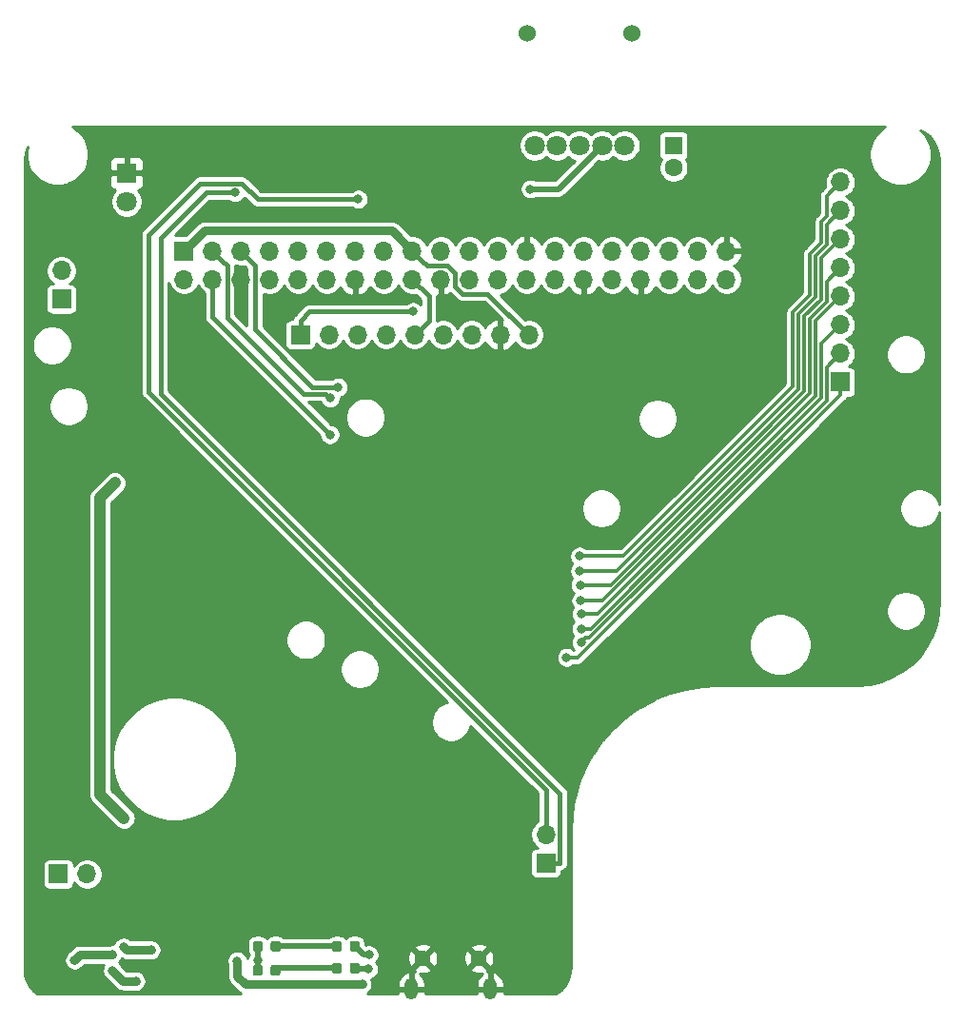
<source format=gbr>
G04 #@! TF.GenerationSoftware,KiCad,Pcbnew,5.1.5*
G04 #@! TF.CreationDate,2020-03-31T01:32:46+02:00*
G04 #@! TF.ProjectId,gameboy-dmg,67616d65-626f-4792-9d64-6d672e6b6963,rev?*
G04 #@! TF.SameCoordinates,Original*
G04 #@! TF.FileFunction,Copper,L2,Bot*
G04 #@! TF.FilePolarity,Positive*
%FSLAX46Y46*%
G04 Gerber Fmt 4.6, Leading zero omitted, Abs format (unit mm)*
G04 Created by KiCad (PCBNEW 5.1.5) date 2020-03-31 01:32:46*
%MOMM*%
%LPD*%
G04 APERTURE LIST*
%ADD10R,1.600000X1.600000*%
%ADD11C,1.600000*%
%ADD12C,0.150000*%
%ADD13C,1.450000*%
%ADD14O,1.200000X1.900000*%
%ADD15O,1.700000X1.700000*%
%ADD16R,1.700000X1.700000*%
%ADD17R,1.800000X1.800000*%
%ADD18C,1.800000*%
%ADD19C,1.524000*%
%ADD20C,0.800000*%
%ADD21C,0.400000*%
%ADD22C,0.300000*%
%ADD23C,0.750000*%
%ADD24C,0.500000*%
%ADD25C,1.000000*%
%ADD26C,0.254000*%
G04 APERTURE END LIST*
D10*
X137300000Y-76300000D03*
D11*
X137300000Y-78300000D03*
G04 #@! TA.AperFunction,SMDPad,CuDef*
D12*
G36*
X100565191Y-147076053D02*
G01*
X100586426Y-147079203D01*
X100607250Y-147084419D01*
X100627462Y-147091651D01*
X100646868Y-147100830D01*
X100665281Y-147111866D01*
X100682524Y-147124654D01*
X100698430Y-147139070D01*
X100712846Y-147154976D01*
X100725634Y-147172219D01*
X100736670Y-147190632D01*
X100745849Y-147210038D01*
X100753081Y-147230250D01*
X100758297Y-147251074D01*
X100761447Y-147272309D01*
X100762500Y-147293750D01*
X100762500Y-147806250D01*
X100761447Y-147827691D01*
X100758297Y-147848926D01*
X100753081Y-147869750D01*
X100745849Y-147889962D01*
X100736670Y-147909368D01*
X100725634Y-147927781D01*
X100712846Y-147945024D01*
X100698430Y-147960930D01*
X100682524Y-147975346D01*
X100665281Y-147988134D01*
X100646868Y-147999170D01*
X100627462Y-148008349D01*
X100607250Y-148015581D01*
X100586426Y-148020797D01*
X100565191Y-148023947D01*
X100543750Y-148025000D01*
X100106250Y-148025000D01*
X100084809Y-148023947D01*
X100063574Y-148020797D01*
X100042750Y-148015581D01*
X100022538Y-148008349D01*
X100003132Y-147999170D01*
X99984719Y-147988134D01*
X99967476Y-147975346D01*
X99951570Y-147960930D01*
X99937154Y-147945024D01*
X99924366Y-147927781D01*
X99913330Y-147909368D01*
X99904151Y-147889962D01*
X99896919Y-147869750D01*
X99891703Y-147848926D01*
X99888553Y-147827691D01*
X99887500Y-147806250D01*
X99887500Y-147293750D01*
X99888553Y-147272309D01*
X99891703Y-147251074D01*
X99896919Y-147230250D01*
X99904151Y-147210038D01*
X99913330Y-147190632D01*
X99924366Y-147172219D01*
X99937154Y-147154976D01*
X99951570Y-147139070D01*
X99967476Y-147124654D01*
X99984719Y-147111866D01*
X100003132Y-147100830D01*
X100022538Y-147091651D01*
X100042750Y-147084419D01*
X100063574Y-147079203D01*
X100084809Y-147076053D01*
X100106250Y-147075000D01*
X100543750Y-147075000D01*
X100565191Y-147076053D01*
G37*
G04 #@! TD.AperFunction*
G04 #@! TA.AperFunction,SMDPad,CuDef*
G36*
X102140191Y-147076053D02*
G01*
X102161426Y-147079203D01*
X102182250Y-147084419D01*
X102202462Y-147091651D01*
X102221868Y-147100830D01*
X102240281Y-147111866D01*
X102257524Y-147124654D01*
X102273430Y-147139070D01*
X102287846Y-147154976D01*
X102300634Y-147172219D01*
X102311670Y-147190632D01*
X102320849Y-147210038D01*
X102328081Y-147230250D01*
X102333297Y-147251074D01*
X102336447Y-147272309D01*
X102337500Y-147293750D01*
X102337500Y-147806250D01*
X102336447Y-147827691D01*
X102333297Y-147848926D01*
X102328081Y-147869750D01*
X102320849Y-147889962D01*
X102311670Y-147909368D01*
X102300634Y-147927781D01*
X102287846Y-147945024D01*
X102273430Y-147960930D01*
X102257524Y-147975346D01*
X102240281Y-147988134D01*
X102221868Y-147999170D01*
X102202462Y-148008349D01*
X102182250Y-148015581D01*
X102161426Y-148020797D01*
X102140191Y-148023947D01*
X102118750Y-148025000D01*
X101681250Y-148025000D01*
X101659809Y-148023947D01*
X101638574Y-148020797D01*
X101617750Y-148015581D01*
X101597538Y-148008349D01*
X101578132Y-147999170D01*
X101559719Y-147988134D01*
X101542476Y-147975346D01*
X101526570Y-147960930D01*
X101512154Y-147945024D01*
X101499366Y-147927781D01*
X101488330Y-147909368D01*
X101479151Y-147889962D01*
X101471919Y-147869750D01*
X101466703Y-147848926D01*
X101463553Y-147827691D01*
X101462500Y-147806250D01*
X101462500Y-147293750D01*
X101463553Y-147272309D01*
X101466703Y-147251074D01*
X101471919Y-147230250D01*
X101479151Y-147210038D01*
X101488330Y-147190632D01*
X101499366Y-147172219D01*
X101512154Y-147154976D01*
X101526570Y-147139070D01*
X101542476Y-147124654D01*
X101559719Y-147111866D01*
X101578132Y-147100830D01*
X101597538Y-147091651D01*
X101617750Y-147084419D01*
X101638574Y-147079203D01*
X101659809Y-147076053D01*
X101681250Y-147075000D01*
X102118750Y-147075000D01*
X102140191Y-147076053D01*
G37*
G04 #@! TD.AperFunction*
G04 #@! TA.AperFunction,SMDPad,CuDef*
G36*
X102127691Y-149226053D02*
G01*
X102148926Y-149229203D01*
X102169750Y-149234419D01*
X102189962Y-149241651D01*
X102209368Y-149250830D01*
X102227781Y-149261866D01*
X102245024Y-149274654D01*
X102260930Y-149289070D01*
X102275346Y-149304976D01*
X102288134Y-149322219D01*
X102299170Y-149340632D01*
X102308349Y-149360038D01*
X102315581Y-149380250D01*
X102320797Y-149401074D01*
X102323947Y-149422309D01*
X102325000Y-149443750D01*
X102325000Y-149956250D01*
X102323947Y-149977691D01*
X102320797Y-149998926D01*
X102315581Y-150019750D01*
X102308349Y-150039962D01*
X102299170Y-150059368D01*
X102288134Y-150077781D01*
X102275346Y-150095024D01*
X102260930Y-150110930D01*
X102245024Y-150125346D01*
X102227781Y-150138134D01*
X102209368Y-150149170D01*
X102189962Y-150158349D01*
X102169750Y-150165581D01*
X102148926Y-150170797D01*
X102127691Y-150173947D01*
X102106250Y-150175000D01*
X101668750Y-150175000D01*
X101647309Y-150173947D01*
X101626074Y-150170797D01*
X101605250Y-150165581D01*
X101585038Y-150158349D01*
X101565632Y-150149170D01*
X101547219Y-150138134D01*
X101529976Y-150125346D01*
X101514070Y-150110930D01*
X101499654Y-150095024D01*
X101486866Y-150077781D01*
X101475830Y-150059368D01*
X101466651Y-150039962D01*
X101459419Y-150019750D01*
X101454203Y-149998926D01*
X101451053Y-149977691D01*
X101450000Y-149956250D01*
X101450000Y-149443750D01*
X101451053Y-149422309D01*
X101454203Y-149401074D01*
X101459419Y-149380250D01*
X101466651Y-149360038D01*
X101475830Y-149340632D01*
X101486866Y-149322219D01*
X101499654Y-149304976D01*
X101514070Y-149289070D01*
X101529976Y-149274654D01*
X101547219Y-149261866D01*
X101565632Y-149250830D01*
X101585038Y-149241651D01*
X101605250Y-149234419D01*
X101626074Y-149229203D01*
X101647309Y-149226053D01*
X101668750Y-149225000D01*
X102106250Y-149225000D01*
X102127691Y-149226053D01*
G37*
G04 #@! TD.AperFunction*
G04 #@! TA.AperFunction,SMDPad,CuDef*
G36*
X100552691Y-149226053D02*
G01*
X100573926Y-149229203D01*
X100594750Y-149234419D01*
X100614962Y-149241651D01*
X100634368Y-149250830D01*
X100652781Y-149261866D01*
X100670024Y-149274654D01*
X100685930Y-149289070D01*
X100700346Y-149304976D01*
X100713134Y-149322219D01*
X100724170Y-149340632D01*
X100733349Y-149360038D01*
X100740581Y-149380250D01*
X100745797Y-149401074D01*
X100748947Y-149422309D01*
X100750000Y-149443750D01*
X100750000Y-149956250D01*
X100748947Y-149977691D01*
X100745797Y-149998926D01*
X100740581Y-150019750D01*
X100733349Y-150039962D01*
X100724170Y-150059368D01*
X100713134Y-150077781D01*
X100700346Y-150095024D01*
X100685930Y-150110930D01*
X100670024Y-150125346D01*
X100652781Y-150138134D01*
X100634368Y-150149170D01*
X100614962Y-150158349D01*
X100594750Y-150165581D01*
X100573926Y-150170797D01*
X100552691Y-150173947D01*
X100531250Y-150175000D01*
X100093750Y-150175000D01*
X100072309Y-150173947D01*
X100051074Y-150170797D01*
X100030250Y-150165581D01*
X100010038Y-150158349D01*
X99990632Y-150149170D01*
X99972219Y-150138134D01*
X99954976Y-150125346D01*
X99939070Y-150110930D01*
X99924654Y-150095024D01*
X99911866Y-150077781D01*
X99900830Y-150059368D01*
X99891651Y-150039962D01*
X99884419Y-150019750D01*
X99879203Y-149998926D01*
X99876053Y-149977691D01*
X99875000Y-149956250D01*
X99875000Y-149443750D01*
X99876053Y-149422309D01*
X99879203Y-149401074D01*
X99884419Y-149380250D01*
X99891651Y-149360038D01*
X99900830Y-149340632D01*
X99911866Y-149322219D01*
X99924654Y-149304976D01*
X99939070Y-149289070D01*
X99954976Y-149274654D01*
X99972219Y-149261866D01*
X99990632Y-149250830D01*
X100010038Y-149241651D01*
X100030250Y-149234419D01*
X100051074Y-149229203D01*
X100072309Y-149226053D01*
X100093750Y-149225000D01*
X100531250Y-149225000D01*
X100552691Y-149226053D01*
G37*
G04 #@! TD.AperFunction*
D13*
X115000000Y-148650000D03*
X120000000Y-148650000D03*
D14*
X114000000Y-151350000D03*
X121000000Y-151350000D03*
D15*
X142010000Y-88240000D03*
X142010000Y-85700000D03*
X139470000Y-88240000D03*
X139470000Y-85700000D03*
X136930000Y-88240000D03*
X136930000Y-85700000D03*
X134390000Y-88240000D03*
X134390000Y-85700000D03*
X131850000Y-88240000D03*
X131850000Y-85700000D03*
X129310000Y-88240000D03*
X129310000Y-85700000D03*
X126770000Y-88240000D03*
X126770000Y-85700000D03*
X124230000Y-88240000D03*
X124230000Y-85700000D03*
X121690000Y-88240000D03*
X121690000Y-85700000D03*
X119150000Y-88240000D03*
X119150000Y-85700000D03*
X116610000Y-88240000D03*
X116610000Y-85700000D03*
X114070000Y-88240000D03*
X114070000Y-85700000D03*
X111530000Y-88240000D03*
X111530000Y-85700000D03*
X108990000Y-88240000D03*
X108990000Y-85700000D03*
X106450000Y-88240000D03*
X106450000Y-85700000D03*
X103910000Y-88240000D03*
X103910000Y-85700000D03*
X101370000Y-88240000D03*
X101370000Y-85700000D03*
X98830000Y-88240000D03*
X98830000Y-85700000D03*
X96290000Y-88240000D03*
X96290000Y-85700000D03*
X93750000Y-88240000D03*
D16*
X93750000Y-85700000D03*
D15*
X124420000Y-93150000D03*
X121880000Y-93150000D03*
X119340000Y-93150000D03*
X116800000Y-93150000D03*
X114260000Y-93150000D03*
X111720000Y-93150000D03*
X109180000Y-93150000D03*
X106640000Y-93150000D03*
D16*
X104100000Y-93150000D03*
G04 #@! TA.AperFunction,SMDPad,CuDef*
D12*
G36*
X107602691Y-149026053D02*
G01*
X107623926Y-149029203D01*
X107644750Y-149034419D01*
X107664962Y-149041651D01*
X107684368Y-149050830D01*
X107702781Y-149061866D01*
X107720024Y-149074654D01*
X107735930Y-149089070D01*
X107750346Y-149104976D01*
X107763134Y-149122219D01*
X107774170Y-149140632D01*
X107783349Y-149160038D01*
X107790581Y-149180250D01*
X107795797Y-149201074D01*
X107798947Y-149222309D01*
X107800000Y-149243750D01*
X107800000Y-149756250D01*
X107798947Y-149777691D01*
X107795797Y-149798926D01*
X107790581Y-149819750D01*
X107783349Y-149839962D01*
X107774170Y-149859368D01*
X107763134Y-149877781D01*
X107750346Y-149895024D01*
X107735930Y-149910930D01*
X107720024Y-149925346D01*
X107702781Y-149938134D01*
X107684368Y-149949170D01*
X107664962Y-149958349D01*
X107644750Y-149965581D01*
X107623926Y-149970797D01*
X107602691Y-149973947D01*
X107581250Y-149975000D01*
X107143750Y-149975000D01*
X107122309Y-149973947D01*
X107101074Y-149970797D01*
X107080250Y-149965581D01*
X107060038Y-149958349D01*
X107040632Y-149949170D01*
X107022219Y-149938134D01*
X107004976Y-149925346D01*
X106989070Y-149910930D01*
X106974654Y-149895024D01*
X106961866Y-149877781D01*
X106950830Y-149859368D01*
X106941651Y-149839962D01*
X106934419Y-149819750D01*
X106929203Y-149798926D01*
X106926053Y-149777691D01*
X106925000Y-149756250D01*
X106925000Y-149243750D01*
X106926053Y-149222309D01*
X106929203Y-149201074D01*
X106934419Y-149180250D01*
X106941651Y-149160038D01*
X106950830Y-149140632D01*
X106961866Y-149122219D01*
X106974654Y-149104976D01*
X106989070Y-149089070D01*
X107004976Y-149074654D01*
X107022219Y-149061866D01*
X107040632Y-149050830D01*
X107060038Y-149041651D01*
X107080250Y-149034419D01*
X107101074Y-149029203D01*
X107122309Y-149026053D01*
X107143750Y-149025000D01*
X107581250Y-149025000D01*
X107602691Y-149026053D01*
G37*
G04 #@! TD.AperFunction*
G04 #@! TA.AperFunction,SMDPad,CuDef*
G36*
X109177691Y-149026053D02*
G01*
X109198926Y-149029203D01*
X109219750Y-149034419D01*
X109239962Y-149041651D01*
X109259368Y-149050830D01*
X109277781Y-149061866D01*
X109295024Y-149074654D01*
X109310930Y-149089070D01*
X109325346Y-149104976D01*
X109338134Y-149122219D01*
X109349170Y-149140632D01*
X109358349Y-149160038D01*
X109365581Y-149180250D01*
X109370797Y-149201074D01*
X109373947Y-149222309D01*
X109375000Y-149243750D01*
X109375000Y-149756250D01*
X109373947Y-149777691D01*
X109370797Y-149798926D01*
X109365581Y-149819750D01*
X109358349Y-149839962D01*
X109349170Y-149859368D01*
X109338134Y-149877781D01*
X109325346Y-149895024D01*
X109310930Y-149910930D01*
X109295024Y-149925346D01*
X109277781Y-149938134D01*
X109259368Y-149949170D01*
X109239962Y-149958349D01*
X109219750Y-149965581D01*
X109198926Y-149970797D01*
X109177691Y-149973947D01*
X109156250Y-149975000D01*
X108718750Y-149975000D01*
X108697309Y-149973947D01*
X108676074Y-149970797D01*
X108655250Y-149965581D01*
X108635038Y-149958349D01*
X108615632Y-149949170D01*
X108597219Y-149938134D01*
X108579976Y-149925346D01*
X108564070Y-149910930D01*
X108549654Y-149895024D01*
X108536866Y-149877781D01*
X108525830Y-149859368D01*
X108516651Y-149839962D01*
X108509419Y-149819750D01*
X108504203Y-149798926D01*
X108501053Y-149777691D01*
X108500000Y-149756250D01*
X108500000Y-149243750D01*
X108501053Y-149222309D01*
X108504203Y-149201074D01*
X108509419Y-149180250D01*
X108516651Y-149160038D01*
X108525830Y-149140632D01*
X108536866Y-149122219D01*
X108549654Y-149104976D01*
X108564070Y-149089070D01*
X108579976Y-149074654D01*
X108597219Y-149061866D01*
X108615632Y-149050830D01*
X108635038Y-149041651D01*
X108655250Y-149034419D01*
X108676074Y-149029203D01*
X108697309Y-149026053D01*
X108718750Y-149025000D01*
X109156250Y-149025000D01*
X109177691Y-149026053D01*
G37*
G04 #@! TD.AperFunction*
G04 #@! TA.AperFunction,SMDPad,CuDef*
G36*
X107602691Y-147076053D02*
G01*
X107623926Y-147079203D01*
X107644750Y-147084419D01*
X107664962Y-147091651D01*
X107684368Y-147100830D01*
X107702781Y-147111866D01*
X107720024Y-147124654D01*
X107735930Y-147139070D01*
X107750346Y-147154976D01*
X107763134Y-147172219D01*
X107774170Y-147190632D01*
X107783349Y-147210038D01*
X107790581Y-147230250D01*
X107795797Y-147251074D01*
X107798947Y-147272309D01*
X107800000Y-147293750D01*
X107800000Y-147806250D01*
X107798947Y-147827691D01*
X107795797Y-147848926D01*
X107790581Y-147869750D01*
X107783349Y-147889962D01*
X107774170Y-147909368D01*
X107763134Y-147927781D01*
X107750346Y-147945024D01*
X107735930Y-147960930D01*
X107720024Y-147975346D01*
X107702781Y-147988134D01*
X107684368Y-147999170D01*
X107664962Y-148008349D01*
X107644750Y-148015581D01*
X107623926Y-148020797D01*
X107602691Y-148023947D01*
X107581250Y-148025000D01*
X107143750Y-148025000D01*
X107122309Y-148023947D01*
X107101074Y-148020797D01*
X107080250Y-148015581D01*
X107060038Y-148008349D01*
X107040632Y-147999170D01*
X107022219Y-147988134D01*
X107004976Y-147975346D01*
X106989070Y-147960930D01*
X106974654Y-147945024D01*
X106961866Y-147927781D01*
X106950830Y-147909368D01*
X106941651Y-147889962D01*
X106934419Y-147869750D01*
X106929203Y-147848926D01*
X106926053Y-147827691D01*
X106925000Y-147806250D01*
X106925000Y-147293750D01*
X106926053Y-147272309D01*
X106929203Y-147251074D01*
X106934419Y-147230250D01*
X106941651Y-147210038D01*
X106950830Y-147190632D01*
X106961866Y-147172219D01*
X106974654Y-147154976D01*
X106989070Y-147139070D01*
X107004976Y-147124654D01*
X107022219Y-147111866D01*
X107040632Y-147100830D01*
X107060038Y-147091651D01*
X107080250Y-147084419D01*
X107101074Y-147079203D01*
X107122309Y-147076053D01*
X107143750Y-147075000D01*
X107581250Y-147075000D01*
X107602691Y-147076053D01*
G37*
G04 #@! TD.AperFunction*
G04 #@! TA.AperFunction,SMDPad,CuDef*
G36*
X109177691Y-147076053D02*
G01*
X109198926Y-147079203D01*
X109219750Y-147084419D01*
X109239962Y-147091651D01*
X109259368Y-147100830D01*
X109277781Y-147111866D01*
X109295024Y-147124654D01*
X109310930Y-147139070D01*
X109325346Y-147154976D01*
X109338134Y-147172219D01*
X109349170Y-147190632D01*
X109358349Y-147210038D01*
X109365581Y-147230250D01*
X109370797Y-147251074D01*
X109373947Y-147272309D01*
X109375000Y-147293750D01*
X109375000Y-147806250D01*
X109373947Y-147827691D01*
X109370797Y-147848926D01*
X109365581Y-147869750D01*
X109358349Y-147889962D01*
X109349170Y-147909368D01*
X109338134Y-147927781D01*
X109325346Y-147945024D01*
X109310930Y-147960930D01*
X109295024Y-147975346D01*
X109277781Y-147988134D01*
X109259368Y-147999170D01*
X109239962Y-148008349D01*
X109219750Y-148015581D01*
X109198926Y-148020797D01*
X109177691Y-148023947D01*
X109156250Y-148025000D01*
X108718750Y-148025000D01*
X108697309Y-148023947D01*
X108676074Y-148020797D01*
X108655250Y-148015581D01*
X108635038Y-148008349D01*
X108615632Y-147999170D01*
X108597219Y-147988134D01*
X108579976Y-147975346D01*
X108564070Y-147960930D01*
X108549654Y-147945024D01*
X108536866Y-147927781D01*
X108525830Y-147909368D01*
X108516651Y-147889962D01*
X108509419Y-147869750D01*
X108504203Y-147848926D01*
X108501053Y-147827691D01*
X108500000Y-147806250D01*
X108500000Y-147293750D01*
X108501053Y-147272309D01*
X108504203Y-147251074D01*
X108509419Y-147230250D01*
X108516651Y-147210038D01*
X108525830Y-147190632D01*
X108536866Y-147172219D01*
X108549654Y-147154976D01*
X108564070Y-147139070D01*
X108579976Y-147124654D01*
X108597219Y-147111866D01*
X108615632Y-147100830D01*
X108635038Y-147091651D01*
X108655250Y-147084419D01*
X108676074Y-147079203D01*
X108697309Y-147076053D01*
X108718750Y-147075000D01*
X109156250Y-147075000D01*
X109177691Y-147076053D01*
G37*
G04 #@! TD.AperFunction*
D16*
X82575000Y-141125000D03*
D15*
X85115000Y-141125000D03*
D16*
X152150000Y-97350000D03*
D15*
X152150000Y-94810000D03*
X152150000Y-92270000D03*
X152150000Y-89730000D03*
X152150000Y-87190000D03*
X152150000Y-84650000D03*
X152150000Y-82110000D03*
X152150000Y-79570000D03*
D17*
X88650000Y-78750000D03*
D18*
X88650000Y-81290000D03*
D16*
X125950000Y-140150000D03*
D15*
X125950000Y-137610000D03*
X82850000Y-87435000D03*
D16*
X82850000Y-89975000D03*
D18*
X124950000Y-76300000D03*
D19*
X124300000Y-66300000D03*
D18*
X126950000Y-76300000D03*
X128950000Y-76300000D03*
X130950000Y-76300000D03*
X132950000Y-76300000D03*
D19*
X133600000Y-66300000D03*
D20*
X95805000Y-76325000D03*
X93805000Y-76325000D03*
X101930000Y-124670000D03*
X99930000Y-124670000D03*
X99930000Y-126670000D03*
X101930000Y-126670000D03*
X91930000Y-109210000D03*
X93930000Y-107210000D03*
X91930000Y-107210000D03*
X153150000Y-115530000D03*
X151150000Y-115530000D03*
X119200000Y-107300000D03*
X119200000Y-118100000D03*
X121200000Y-107300000D03*
X121200000Y-118100000D03*
X93930000Y-109210000D03*
X151150000Y-113530000D03*
X153150000Y-113530000D03*
X107800000Y-141150000D03*
X106450000Y-146000000D03*
X108950000Y-79800000D03*
X106725000Y-102025000D03*
X129094669Y-120494669D03*
X127800000Y-121850000D03*
X114150000Y-91075000D03*
X106750000Y-98800000D03*
X107475000Y-97825000D03*
X90826768Y-147873252D03*
X88375000Y-147625000D03*
X100300000Y-148800000D03*
X109600000Y-150950000D03*
X98500000Y-148850000D03*
X110150000Y-149600000D03*
X110206572Y-148322288D03*
X89457581Y-150658778D03*
X87377458Y-149724738D03*
X87342926Y-148311346D03*
X84025000Y-148775000D03*
X129100000Y-119300000D03*
X129100000Y-118000000D03*
X129050000Y-116800000D03*
X129000000Y-115400000D03*
X128950000Y-114150000D03*
X128950000Y-112850000D03*
X88425000Y-136150000D03*
X87600000Y-106325000D03*
X124575000Y-80175000D03*
X98300000Y-80500000D03*
X109250000Y-81100000D03*
D21*
X96290000Y-91590000D02*
X96290000Y-88240000D01*
X106725000Y-102025000D02*
X96290000Y-91590000D01*
D22*
X129494668Y-120094670D02*
X129094669Y-120494669D01*
X152150000Y-94810000D02*
X150949999Y-96010001D01*
X129794670Y-120094670D02*
X129494668Y-120094670D01*
X150949999Y-96010001D02*
X150949999Y-98992881D01*
X150949999Y-98992881D02*
X129821440Y-120121440D01*
X129821440Y-120121440D02*
X129794670Y-120094670D01*
X128800000Y-121850000D02*
X128365685Y-121850000D01*
X128365685Y-121850000D02*
X127800000Y-121850000D01*
X152150000Y-98500000D02*
X128800000Y-121850000D01*
X152150000Y-97350000D02*
X152150000Y-98500000D01*
D21*
X114919999Y-86549999D02*
X114070000Y-85700000D01*
X115359999Y-86989999D02*
X114919999Y-86549999D01*
X117210001Y-86989999D02*
X115359999Y-86989999D01*
X117860001Y-87639999D02*
X117210001Y-86989999D01*
X117860001Y-88840001D02*
X117860001Y-87639999D01*
X118510001Y-89490001D02*
X117860001Y-88840001D01*
X120760001Y-89490001D02*
X118510001Y-89490001D01*
X124420000Y-93150000D02*
X120760001Y-89490001D01*
D23*
X95550000Y-83900000D02*
X93750000Y-85700000D01*
X114070000Y-85700000D02*
X112270000Y-83900000D01*
X112270000Y-83900000D02*
X95550000Y-83900000D01*
D21*
X114070000Y-88240000D02*
X115550000Y-89720000D01*
X115550000Y-91860000D02*
X114260000Y-93150000D01*
X115550000Y-89720000D02*
X115550000Y-91860000D01*
X104925000Y-91075000D02*
X114150000Y-91075000D01*
X104100000Y-93150000D02*
X104100000Y-91900000D01*
X104100000Y-91900000D02*
X104925000Y-91075000D01*
X106350001Y-98400001D02*
X104375001Y-98400001D01*
X106750000Y-98800000D02*
X106350001Y-98400001D01*
X97139999Y-86549999D02*
X96290000Y-85700000D01*
X97579999Y-86989999D02*
X97139999Y-86549999D01*
X97579999Y-91604999D02*
X97579999Y-86989999D01*
X104375001Y-98400001D02*
X97579999Y-91604999D01*
X100080001Y-86950001D02*
X100080001Y-92705001D01*
X98830000Y-85700000D02*
X100080001Y-86950001D01*
X107449991Y-97799991D02*
X107475000Y-97825000D01*
X100080001Y-92705001D02*
X105174991Y-97799991D01*
X105174991Y-97799991D02*
X107449991Y-97799991D01*
D23*
X90826768Y-147873252D02*
X88623252Y-147873252D01*
X88623252Y-147873252D02*
X88375000Y-147625000D01*
D24*
X102087500Y-149500000D02*
X101887500Y-149700000D01*
X107362500Y-149500000D02*
X102087500Y-149500000D01*
X100312500Y-149700000D02*
X100312500Y-148812500D01*
X100312500Y-148812500D02*
X100300000Y-148800000D01*
X100325000Y-148775000D02*
X100300000Y-148800000D01*
X100325000Y-147550000D02*
X100325000Y-148775000D01*
X107362500Y-147550000D02*
X101900000Y-147550000D01*
D23*
X109600000Y-150950000D02*
X99200000Y-150950000D01*
X99200000Y-150950000D02*
X98500000Y-150250000D01*
X98500000Y-150250000D02*
X98500000Y-148850000D01*
D24*
X109037500Y-149600000D02*
X108937500Y-149500000D01*
X110150000Y-149600000D02*
X109037500Y-149600000D01*
X109709788Y-148322288D02*
X108937500Y-147550000D01*
X110206572Y-148322288D02*
X109709788Y-148322288D01*
D23*
X89457581Y-150658778D02*
X88311498Y-150658778D01*
X88311498Y-150658778D02*
X87377458Y-149724738D01*
X87342926Y-148311346D02*
X84488654Y-148311346D01*
X84488654Y-148311346D02*
X84025000Y-148775000D01*
D22*
X129935760Y-119300000D02*
X129100000Y-119300000D01*
X152150000Y-92270000D02*
X150449989Y-93970011D01*
X150449989Y-98785771D02*
X129935760Y-119300000D01*
X150449989Y-93970011D02*
X150449989Y-98785771D01*
X149949979Y-98578661D02*
X149949979Y-91930021D01*
X151300001Y-90579999D02*
X152150000Y-89730000D01*
X130528640Y-118000000D02*
X149949979Y-98578661D01*
X149949979Y-91930021D02*
X151300001Y-90579999D01*
X129100000Y-118000000D02*
X130528640Y-118000000D01*
X152150000Y-87190000D02*
X150949999Y-88390001D01*
X150949999Y-90222881D02*
X149449969Y-91722911D01*
X150949999Y-88390001D02*
X150949999Y-90222881D01*
X149449969Y-91722911D02*
X149449969Y-98371551D01*
X149449969Y-98371551D02*
X131010760Y-116810760D01*
X131010760Y-116810760D02*
X131000000Y-116800000D01*
X131000000Y-116800000D02*
X129050000Y-116800000D01*
X150449989Y-86350011D02*
X152150000Y-84650000D01*
X131714400Y-115400000D02*
X148949959Y-98164441D01*
X129000000Y-115400000D02*
X131714400Y-115400000D01*
X148949959Y-98164441D02*
X148949959Y-91515801D01*
X150449989Y-90015771D02*
X150449989Y-86350011D01*
X148949959Y-91515801D02*
X150449989Y-90015771D01*
X152150000Y-82110000D02*
X150949999Y-83310001D01*
X150949999Y-83310001D02*
X150949999Y-85142881D01*
X150949999Y-85142881D02*
X149949979Y-86142901D01*
X149949979Y-86142901D02*
X149949979Y-89808661D01*
X148449949Y-91308691D02*
X148449949Y-97957331D01*
X149949979Y-89808661D02*
X148449949Y-91308691D01*
X132257280Y-114150000D02*
X128950000Y-114150000D01*
X148449949Y-97957331D02*
X132257280Y-114150000D01*
X128950000Y-112850000D02*
X132850160Y-112850000D01*
X132850160Y-112850000D02*
X138350080Y-107350080D01*
X138350080Y-107350080D02*
X147949939Y-97750221D01*
X147949939Y-91101581D02*
X147949941Y-91101579D01*
X147949939Y-97750221D02*
X147949939Y-91101581D01*
X147949941Y-91101579D02*
X149449969Y-89601551D01*
X149449969Y-85935791D02*
X150449989Y-84935771D01*
X149449969Y-89601551D02*
X149449969Y-85935791D01*
X150449989Y-84935771D02*
X150449989Y-83300000D01*
X150449989Y-83102891D02*
X151000000Y-82552880D01*
X150449989Y-83300000D02*
X150449989Y-83102891D01*
X150949999Y-80770001D02*
X150949999Y-82552880D01*
X152150000Y-79570000D02*
X150949999Y-80770001D01*
D25*
X86300000Y-107625000D02*
X86300000Y-134025000D01*
X86300000Y-134025000D02*
X88425000Y-136150000D01*
X87600000Y-106325000D02*
X86300000Y-107625000D01*
D24*
X127075000Y-80175000D02*
X130950000Y-76300000D01*
X124575000Y-80175000D02*
X127075000Y-80175000D01*
D21*
X98300000Y-80500000D02*
X95750000Y-80500000D01*
X95750000Y-80500000D02*
X91675000Y-84575000D01*
X91675000Y-84575000D02*
X91675000Y-98425000D01*
X127200001Y-133950001D02*
X127200000Y-140150000D01*
X127200000Y-140150000D02*
X125950000Y-140150000D01*
X91675000Y-98425000D02*
X127200001Y-133950001D01*
X125950000Y-133607998D02*
X125950000Y-137610000D01*
X117792002Y-125450000D02*
X125950000Y-133607998D01*
X100300000Y-81100000D02*
X98899999Y-79699999D01*
X109250000Y-81100000D02*
X100300000Y-81100000D01*
X98899999Y-79699999D02*
X95175001Y-79699999D01*
X90625000Y-98223542D02*
X117792002Y-125390544D01*
X95175001Y-79699999D02*
X90625000Y-84250000D01*
X117792002Y-125390544D02*
X117792002Y-125450000D01*
X90625000Y-84250000D02*
X90625000Y-98223542D01*
D26*
G36*
X155729766Y-74942963D02*
G01*
X155342963Y-75329766D01*
X155039054Y-75784597D01*
X154829718Y-76289979D01*
X154723000Y-76826489D01*
X154723000Y-77373511D01*
X154829718Y-77910021D01*
X155039054Y-78415403D01*
X155342963Y-78870234D01*
X155729766Y-79257037D01*
X156184597Y-79560946D01*
X156689979Y-79770282D01*
X157226489Y-79877000D01*
X157773511Y-79877000D01*
X158310021Y-79770282D01*
X158815403Y-79560946D01*
X159270234Y-79257037D01*
X159657037Y-78870234D01*
X159960946Y-78415403D01*
X160170282Y-77910021D01*
X160277000Y-77373511D01*
X160277000Y-76826489D01*
X160170282Y-76289979D01*
X159960946Y-75784597D01*
X159657037Y-75329766D01*
X159297001Y-74969730D01*
X159629932Y-75146753D01*
X160075399Y-75510066D01*
X160441809Y-75952979D01*
X160715212Y-76458628D01*
X160885195Y-77007755D01*
X160948000Y-77605304D01*
X160948001Y-108279192D01*
X160908711Y-108081668D01*
X160774757Y-107758275D01*
X160580286Y-107467229D01*
X160332771Y-107219714D01*
X160041725Y-107025243D01*
X159718332Y-106891289D01*
X159375019Y-106823000D01*
X159024981Y-106823000D01*
X158681668Y-106891289D01*
X158358275Y-107025243D01*
X158067229Y-107219714D01*
X157819714Y-107467229D01*
X157625243Y-107758275D01*
X157491289Y-108081668D01*
X157423000Y-108424981D01*
X157423000Y-108775019D01*
X157491289Y-109118332D01*
X157625243Y-109441725D01*
X157819714Y-109732771D01*
X158067229Y-109980286D01*
X158358275Y-110174757D01*
X158681668Y-110308711D01*
X159024981Y-110377000D01*
X159375019Y-110377000D01*
X159718332Y-110308711D01*
X160041725Y-110174757D01*
X160332771Y-109980286D01*
X160580286Y-109732771D01*
X160774757Y-109441725D01*
X160908711Y-109118332D01*
X160948001Y-108920808D01*
X160948001Y-116786273D01*
X160885165Y-117859337D01*
X160676314Y-118890354D01*
X160324278Y-119881654D01*
X159836081Y-120813454D01*
X159221454Y-121667184D01*
X158492676Y-122425786D01*
X157664274Y-123074139D01*
X156752786Y-123599300D01*
X155776395Y-123990791D01*
X154754587Y-124240801D01*
X153693825Y-124345720D01*
X153397797Y-124348000D01*
X141072891Y-124348000D01*
X141059692Y-124349300D01*
X139885029Y-124405723D01*
X139877838Y-124406479D01*
X139870605Y-124406605D01*
X139827541Y-124411511D01*
X138437923Y-124625394D01*
X138428482Y-124627401D01*
X138418933Y-124628658D01*
X138376701Y-124638407D01*
X137020229Y-125008224D01*
X137011073Y-125011288D01*
X137001731Y-125013617D01*
X136960874Y-125028084D01*
X135654986Y-125549080D01*
X135646245Y-125553156D01*
X135637218Y-125556531D01*
X135598262Y-125575531D01*
X134359745Y-126241010D01*
X134351514Y-126246054D01*
X134342934Y-126250426D01*
X134306379Y-126273713D01*
X133151160Y-127075118D01*
X133143562Y-127081054D01*
X133135523Y-127086375D01*
X133101839Y-127113651D01*
X132044766Y-128040678D01*
X132037881Y-128047444D01*
X132030504Y-128053634D01*
X132000124Y-128084548D01*
X131054790Y-129125281D01*
X131048728Y-129132767D01*
X131042085Y-129139767D01*
X131015423Y-129173894D01*
X131015401Y-129173921D01*
X131015395Y-129173930D01*
X130193957Y-130314979D01*
X130188772Y-130323119D01*
X130182975Y-130330811D01*
X130160328Y-130367766D01*
X129473336Y-131594479D01*
X129469105Y-131603153D01*
X129464217Y-131611452D01*
X129445899Y-131650733D01*
X128902191Y-132947331D01*
X128898970Y-132956428D01*
X128895052Y-132965227D01*
X128881298Y-133006329D01*
X128487864Y-134356141D01*
X128485694Y-134365539D01*
X128482796Y-134374731D01*
X128473784Y-134417126D01*
X128235682Y-135802799D01*
X128234590Y-135812383D01*
X128232751Y-135821843D01*
X128228603Y-135864923D01*
X128228596Y-135864985D01*
X128228596Y-135865004D01*
X128149536Y-137257301D01*
X128148000Y-137272892D01*
X128148001Y-149322998D01*
X128089964Y-149914905D01*
X127925904Y-150458294D01*
X127659426Y-150959468D01*
X127300677Y-151399338D01*
X126863324Y-151761149D01*
X126853170Y-151766639D01*
X122235000Y-151766639D01*
X122235000Y-151477000D01*
X121127000Y-151477000D01*
X121127000Y-151497000D01*
X120873000Y-151497000D01*
X120873000Y-151477000D01*
X119765000Y-151477000D01*
X119765000Y-151766639D01*
X115235000Y-151766639D01*
X115235000Y-151477000D01*
X114127000Y-151477000D01*
X114127000Y-151497000D01*
X113873000Y-151497000D01*
X113873000Y-151477000D01*
X112765000Y-151477000D01*
X112765000Y-151766639D01*
X110046368Y-151766639D01*
X110190928Y-151670048D01*
X110320048Y-151540928D01*
X110421496Y-151389099D01*
X110491376Y-151220396D01*
X110527000Y-151041301D01*
X110527000Y-150873000D01*
X112765000Y-150873000D01*
X112765000Y-151223000D01*
X113873000Y-151223000D01*
X113873000Y-149931269D01*
X114127000Y-149931269D01*
X114127000Y-151223000D01*
X115235000Y-151223000D01*
X115235000Y-150873000D01*
X115186493Y-150634504D01*
X115092390Y-150410054D01*
X114956307Y-150208275D01*
X114783474Y-150036922D01*
X114688164Y-149973829D01*
X114805849Y-150002719D01*
X115073482Y-150014604D01*
X115338291Y-149974048D01*
X115590100Y-149882609D01*
X115697035Y-149825450D01*
X115759528Y-149589133D01*
X119240472Y-149589133D01*
X119302965Y-149825450D01*
X119545678Y-149938850D01*
X119805849Y-150002719D01*
X120073482Y-150014604D01*
X120303442Y-149979385D01*
X120216526Y-150036922D01*
X120043693Y-150208275D01*
X119907610Y-150410054D01*
X119813507Y-150634504D01*
X119765000Y-150873000D01*
X119765000Y-151223000D01*
X120873000Y-151223000D01*
X120873000Y-149931269D01*
X121127000Y-149931269D01*
X121127000Y-151223000D01*
X122235000Y-151223000D01*
X122235000Y-150873000D01*
X122186493Y-150634504D01*
X122092390Y-150410054D01*
X121956307Y-150208275D01*
X121783474Y-150036922D01*
X121580533Y-149902579D01*
X121355282Y-149810409D01*
X121317609Y-149806538D01*
X121127000Y-149931269D01*
X120873000Y-149931269D01*
X120699138Y-149817497D01*
X120759528Y-149589133D01*
X120000000Y-148829605D01*
X119240472Y-149589133D01*
X115759528Y-149589133D01*
X115000000Y-148829605D01*
X114240472Y-149589133D01*
X114300862Y-149817497D01*
X114127000Y-149931269D01*
X113873000Y-149931269D01*
X113682391Y-149806538D01*
X113644718Y-149810409D01*
X113419467Y-149902579D01*
X113216526Y-150036922D01*
X113043693Y-150208275D01*
X112907610Y-150410054D01*
X112813507Y-150634504D01*
X112765000Y-150873000D01*
X110527000Y-150873000D01*
X110527000Y-150858699D01*
X110491376Y-150679604D01*
X110421496Y-150510901D01*
X110409851Y-150493473D01*
X110420396Y-150491376D01*
X110589099Y-150421496D01*
X110740928Y-150320048D01*
X110870048Y-150190928D01*
X110971496Y-150039099D01*
X111041376Y-149870396D01*
X111077000Y-149691301D01*
X111077000Y-149508699D01*
X111041376Y-149329604D01*
X110971496Y-149160901D01*
X110870048Y-149009072D01*
X110850406Y-148989430D01*
X110926620Y-148913216D01*
X111028068Y-148761387D01*
X111043768Y-148723482D01*
X113635396Y-148723482D01*
X113675952Y-148988291D01*
X113767391Y-149240100D01*
X113824550Y-149347035D01*
X114060867Y-149409528D01*
X114820395Y-148650000D01*
X115179605Y-148650000D01*
X115939133Y-149409528D01*
X116175450Y-149347035D01*
X116288850Y-149104322D01*
X116352719Y-148844151D01*
X116358077Y-148723482D01*
X118635396Y-148723482D01*
X118675952Y-148988291D01*
X118767391Y-149240100D01*
X118824550Y-149347035D01*
X119060867Y-149409528D01*
X119820395Y-148650000D01*
X120179605Y-148650000D01*
X120939133Y-149409528D01*
X121175450Y-149347035D01*
X121288850Y-149104322D01*
X121352719Y-148844151D01*
X121364604Y-148576518D01*
X121324048Y-148311709D01*
X121232609Y-148059900D01*
X121175450Y-147952965D01*
X120939133Y-147890472D01*
X120179605Y-148650000D01*
X119820395Y-148650000D01*
X119060867Y-147890472D01*
X118824550Y-147952965D01*
X118711150Y-148195678D01*
X118647281Y-148455849D01*
X118635396Y-148723482D01*
X116358077Y-148723482D01*
X116364604Y-148576518D01*
X116324048Y-148311709D01*
X116232609Y-148059900D01*
X116175450Y-147952965D01*
X115939133Y-147890472D01*
X115179605Y-148650000D01*
X114820395Y-148650000D01*
X114060867Y-147890472D01*
X113824550Y-147952965D01*
X113711150Y-148195678D01*
X113647281Y-148455849D01*
X113635396Y-148723482D01*
X111043768Y-148723482D01*
X111097948Y-148592684D01*
X111133572Y-148413589D01*
X111133572Y-148230987D01*
X111097948Y-148051892D01*
X111028068Y-147883189D01*
X110926620Y-147731360D01*
X110906127Y-147710867D01*
X114240472Y-147710867D01*
X115000000Y-148470395D01*
X115759528Y-147710867D01*
X119240472Y-147710867D01*
X120000000Y-148470395D01*
X120759528Y-147710867D01*
X120697035Y-147474550D01*
X120454322Y-147361150D01*
X120194151Y-147297281D01*
X119926518Y-147285396D01*
X119661709Y-147325952D01*
X119409900Y-147417391D01*
X119302965Y-147474550D01*
X119240472Y-147710867D01*
X115759528Y-147710867D01*
X115697035Y-147474550D01*
X115454322Y-147361150D01*
X115194151Y-147297281D01*
X114926518Y-147285396D01*
X114661709Y-147325952D01*
X114409900Y-147417391D01*
X114302965Y-147474550D01*
X114240472Y-147710867D01*
X110906127Y-147710867D01*
X110797500Y-147602240D01*
X110645671Y-147500792D01*
X110476968Y-147430912D01*
X110297873Y-147395288D01*
X110115271Y-147395288D01*
X109936176Y-147430912D01*
X109922797Y-147436454D01*
X109904549Y-147418205D01*
X109904549Y-147293750D01*
X109890171Y-147147764D01*
X109847588Y-147007388D01*
X109778438Y-146878017D01*
X109685377Y-146764623D01*
X109571983Y-146671562D01*
X109442612Y-146602412D01*
X109302236Y-146559829D01*
X109156250Y-146545451D01*
X108718750Y-146545451D01*
X108572764Y-146559829D01*
X108432388Y-146602412D01*
X108303017Y-146671562D01*
X108189623Y-146764623D01*
X108150000Y-146812903D01*
X108110377Y-146764623D01*
X107996983Y-146671562D01*
X107867612Y-146602412D01*
X107727236Y-146559829D01*
X107581250Y-146545451D01*
X107143750Y-146545451D01*
X106997764Y-146559829D01*
X106857388Y-146602412D01*
X106728017Y-146671562D01*
X106614623Y-146764623D01*
X106607748Y-146773000D01*
X102654752Y-146773000D01*
X102647877Y-146764623D01*
X102534483Y-146671562D01*
X102405112Y-146602412D01*
X102264736Y-146559829D01*
X102118750Y-146545451D01*
X101681250Y-146545451D01*
X101535264Y-146559829D01*
X101394888Y-146602412D01*
X101265517Y-146671562D01*
X101152123Y-146764623D01*
X101112500Y-146812903D01*
X101072877Y-146764623D01*
X100959483Y-146671562D01*
X100830112Y-146602412D01*
X100689736Y-146559829D01*
X100543750Y-146545451D01*
X100106250Y-146545451D01*
X99960264Y-146559829D01*
X99819888Y-146602412D01*
X99690517Y-146671562D01*
X99577123Y-146764623D01*
X99484062Y-146878017D01*
X99414912Y-147007388D01*
X99372329Y-147147764D01*
X99357951Y-147293750D01*
X99357951Y-147806250D01*
X99372329Y-147952236D01*
X99414912Y-148092612D01*
X99484062Y-148221983D01*
X99532163Y-148280594D01*
X99478504Y-148360901D01*
X99408624Y-148529604D01*
X99395027Y-148597960D01*
X99391376Y-148579604D01*
X99321496Y-148410901D01*
X99220048Y-148259072D01*
X99090928Y-148129952D01*
X98939099Y-148028504D01*
X98770396Y-147958624D01*
X98591301Y-147923000D01*
X98408699Y-147923000D01*
X98229604Y-147958624D01*
X98060901Y-148028504D01*
X97909072Y-148129952D01*
X97779952Y-148259072D01*
X97678504Y-148410901D01*
X97608624Y-148579604D01*
X97573000Y-148758699D01*
X97573000Y-148941301D01*
X97598001Y-149066989D01*
X97598000Y-150205700D01*
X97593637Y-150250000D01*
X97598000Y-150294299D01*
X97598000Y-150294306D01*
X97611052Y-150426822D01*
X97662629Y-150596849D01*
X97746386Y-150753548D01*
X97859104Y-150890896D01*
X97893523Y-150919143D01*
X98530857Y-151556477D01*
X98559104Y-151590896D01*
X98696451Y-151703614D01*
X98814363Y-151766639D01*
X80707333Y-151766639D01*
X80343379Y-151469805D01*
X80011178Y-151068244D01*
X79763300Y-150609803D01*
X79609189Y-150111948D01*
X79552000Y-149567835D01*
X79552000Y-148683699D01*
X83098000Y-148683699D01*
X83098000Y-148866301D01*
X83133624Y-149045396D01*
X83203504Y-149214099D01*
X83304952Y-149365928D01*
X83434072Y-149495048D01*
X83585901Y-149596496D01*
X83754604Y-149666376D01*
X83933699Y-149702000D01*
X84116301Y-149702000D01*
X84295396Y-149666376D01*
X84464099Y-149596496D01*
X84615928Y-149495048D01*
X84745048Y-149365928D01*
X84816241Y-149259379D01*
X84862274Y-149213346D01*
X86604266Y-149213346D01*
X86555962Y-149285639D01*
X86486082Y-149454342D01*
X86450458Y-149633437D01*
X86450458Y-149816039D01*
X86486082Y-149995134D01*
X86555962Y-150163837D01*
X86657410Y-150315666D01*
X86786530Y-150444786D01*
X86893079Y-150515979D01*
X87642359Y-151265260D01*
X87670602Y-151299674D01*
X87705015Y-151327916D01*
X87705017Y-151327918D01*
X87727643Y-151346487D01*
X87807949Y-151412392D01*
X87964648Y-151496149D01*
X88134675Y-151547726D01*
X88267191Y-151560778D01*
X88267198Y-151560778D01*
X88311497Y-151565141D01*
X88355797Y-151560778D01*
X89240596Y-151560778D01*
X89366280Y-151585778D01*
X89548882Y-151585778D01*
X89727977Y-151550154D01*
X89896680Y-151480274D01*
X90048509Y-151378826D01*
X90177629Y-151249706D01*
X90279077Y-151097877D01*
X90348957Y-150929174D01*
X90384581Y-150750079D01*
X90384581Y-150567477D01*
X90348957Y-150388382D01*
X90279077Y-150219679D01*
X90177629Y-150067850D01*
X90048509Y-149938730D01*
X89896680Y-149837282D01*
X89727977Y-149767402D01*
X89548882Y-149731778D01*
X89366280Y-149731778D01*
X89240596Y-149756778D01*
X88685119Y-149756778D01*
X88168699Y-149240359D01*
X88097506Y-149133810D01*
X87968386Y-149004690D01*
X87963693Y-149001555D01*
X88062974Y-148902274D01*
X88164422Y-148750445D01*
X88198226Y-148668837D01*
X88276402Y-148710623D01*
X88446429Y-148762200D01*
X88578945Y-148775252D01*
X88578952Y-148775252D01*
X88623251Y-148779615D01*
X88667551Y-148775252D01*
X90609783Y-148775252D01*
X90735467Y-148800252D01*
X90918069Y-148800252D01*
X91097164Y-148764628D01*
X91265867Y-148694748D01*
X91417696Y-148593300D01*
X91546816Y-148464180D01*
X91648264Y-148312351D01*
X91718144Y-148143648D01*
X91753768Y-147964553D01*
X91753768Y-147781951D01*
X91718144Y-147602856D01*
X91648264Y-147434153D01*
X91546816Y-147282324D01*
X91417696Y-147153204D01*
X91265867Y-147051756D01*
X91097164Y-146981876D01*
X90918069Y-146946252D01*
X90735467Y-146946252D01*
X90609783Y-146971252D01*
X89032228Y-146971252D01*
X88965928Y-146904952D01*
X88814099Y-146803504D01*
X88645396Y-146733624D01*
X88466301Y-146698000D01*
X88283699Y-146698000D01*
X88104604Y-146733624D01*
X87935901Y-146803504D01*
X87784072Y-146904952D01*
X87654952Y-147034072D01*
X87553504Y-147185901D01*
X87483624Y-147354604D01*
X87476053Y-147392666D01*
X87434227Y-147384346D01*
X87251625Y-147384346D01*
X87125941Y-147409346D01*
X84532953Y-147409346D01*
X84488654Y-147404983D01*
X84444354Y-147409346D01*
X84444347Y-147409346D01*
X84311831Y-147422398D01*
X84141804Y-147473975D01*
X83985105Y-147557732D01*
X83847758Y-147670450D01*
X83819511Y-147704869D01*
X83540621Y-147983759D01*
X83434072Y-148054952D01*
X83304952Y-148184072D01*
X83203504Y-148335901D01*
X83133624Y-148504604D01*
X83098000Y-148683699D01*
X79552000Y-148683699D01*
X79552000Y-140275000D01*
X81195451Y-140275000D01*
X81195451Y-141975000D01*
X81205626Y-142078310D01*
X81235761Y-142177650D01*
X81284696Y-142269202D01*
X81350552Y-142349448D01*
X81430798Y-142415304D01*
X81522350Y-142464239D01*
X81621690Y-142494374D01*
X81725000Y-142504549D01*
X83425000Y-142504549D01*
X83528310Y-142494374D01*
X83627650Y-142464239D01*
X83719202Y-142415304D01*
X83799448Y-142349448D01*
X83865304Y-142269202D01*
X83914239Y-142177650D01*
X83944374Y-142078310D01*
X83954549Y-141975000D01*
X83954549Y-141866798D01*
X84045414Y-142002787D01*
X84237213Y-142194586D01*
X84462746Y-142345282D01*
X84713344Y-142449083D01*
X84979377Y-142502000D01*
X85250623Y-142502000D01*
X85516656Y-142449083D01*
X85767254Y-142345282D01*
X85992787Y-142194586D01*
X86184586Y-142002787D01*
X86335282Y-141777254D01*
X86439083Y-141526656D01*
X86492000Y-141260623D01*
X86492000Y-140989377D01*
X86439083Y-140723344D01*
X86335282Y-140472746D01*
X86184586Y-140247213D01*
X85992787Y-140055414D01*
X85767254Y-139904718D01*
X85516656Y-139800917D01*
X85250623Y-139748000D01*
X84979377Y-139748000D01*
X84713344Y-139800917D01*
X84462746Y-139904718D01*
X84237213Y-140055414D01*
X84045414Y-140247213D01*
X83954549Y-140383202D01*
X83954549Y-140275000D01*
X83944374Y-140171690D01*
X83914239Y-140072350D01*
X83865304Y-139980798D01*
X83799448Y-139900552D01*
X83719202Y-139834696D01*
X83627650Y-139785761D01*
X83528310Y-139755626D01*
X83425000Y-139745451D01*
X81725000Y-139745451D01*
X81621690Y-139755626D01*
X81522350Y-139785761D01*
X81430798Y-139834696D01*
X81350552Y-139900552D01*
X81284696Y-139980798D01*
X81235761Y-140072350D01*
X81205626Y-140171690D01*
X81195451Y-140275000D01*
X79552000Y-140275000D01*
X79552000Y-107625000D01*
X85268032Y-107625000D01*
X85273000Y-107675441D01*
X85273001Y-133974549D01*
X85268032Y-134025000D01*
X85287861Y-134226327D01*
X85346586Y-134419917D01*
X85441950Y-134598331D01*
X85530456Y-134706175D01*
X85570289Y-134754712D01*
X85609476Y-134786872D01*
X87734475Y-136911873D01*
X87851668Y-137008050D01*
X88030082Y-137103414D01*
X88223672Y-137162140D01*
X88425000Y-137181968D01*
X88626327Y-137162140D01*
X88819917Y-137103414D01*
X88998331Y-137008050D01*
X89154712Y-136879712D01*
X89283050Y-136723331D01*
X89378414Y-136544917D01*
X89437140Y-136351327D01*
X89456968Y-136150000D01*
X89437140Y-135948672D01*
X89378414Y-135755082D01*
X89283050Y-135576668D01*
X89186873Y-135459475D01*
X87327000Y-133599604D01*
X87327000Y-130355638D01*
X87373000Y-130355638D01*
X87373000Y-131444362D01*
X87585399Y-132512166D01*
X88002036Y-133518016D01*
X88606899Y-134423257D01*
X89376743Y-135193101D01*
X90281984Y-135797964D01*
X91287834Y-136214601D01*
X92355638Y-136427000D01*
X93444362Y-136427000D01*
X94512166Y-136214601D01*
X95518016Y-135797964D01*
X96423257Y-135193101D01*
X97193101Y-134423257D01*
X97797964Y-133518016D01*
X98214601Y-132512166D01*
X98427000Y-131444362D01*
X98427000Y-130355638D01*
X98214601Y-129287834D01*
X97797964Y-128281984D01*
X97193101Y-127376743D01*
X96423257Y-126606899D01*
X95518016Y-126002036D01*
X94512166Y-125585399D01*
X93444362Y-125373000D01*
X92355638Y-125373000D01*
X91287834Y-125585399D01*
X90281984Y-126002036D01*
X89376743Y-126606899D01*
X88606899Y-127376743D01*
X88002036Y-128281984D01*
X87585399Y-129287834D01*
X87373000Y-130355638D01*
X87327000Y-130355638D01*
X87327000Y-122724981D01*
X107623000Y-122724981D01*
X107623000Y-123075019D01*
X107691289Y-123418332D01*
X107825243Y-123741725D01*
X108019714Y-124032771D01*
X108267229Y-124280286D01*
X108558275Y-124474757D01*
X108881668Y-124608711D01*
X109224981Y-124677000D01*
X109575019Y-124677000D01*
X109918332Y-124608711D01*
X110241725Y-124474757D01*
X110532771Y-124280286D01*
X110780286Y-124032771D01*
X110974757Y-123741725D01*
X111108711Y-123418332D01*
X111177000Y-123075019D01*
X111177000Y-122724981D01*
X111108711Y-122381668D01*
X110974757Y-122058275D01*
X110780286Y-121767229D01*
X110532771Y-121519714D01*
X110241725Y-121325243D01*
X109918332Y-121191289D01*
X109575019Y-121123000D01*
X109224981Y-121123000D01*
X108881668Y-121191289D01*
X108558275Y-121325243D01*
X108267229Y-121519714D01*
X108019714Y-121767229D01*
X107825243Y-122058275D01*
X107691289Y-122381668D01*
X107623000Y-122724981D01*
X87327000Y-122724981D01*
X87327000Y-120124981D01*
X102823000Y-120124981D01*
X102823000Y-120475019D01*
X102891289Y-120818332D01*
X103025243Y-121141725D01*
X103219714Y-121432771D01*
X103467229Y-121680286D01*
X103758275Y-121874757D01*
X104081668Y-122008711D01*
X104424981Y-122077000D01*
X104775019Y-122077000D01*
X105118332Y-122008711D01*
X105441725Y-121874757D01*
X105732771Y-121680286D01*
X105980286Y-121432771D01*
X106174757Y-121141725D01*
X106308711Y-120818332D01*
X106377000Y-120475019D01*
X106377000Y-120124981D01*
X106308711Y-119781668D01*
X106174757Y-119458275D01*
X105980286Y-119167229D01*
X105732771Y-118919714D01*
X105441725Y-118725243D01*
X105118332Y-118591289D01*
X104775019Y-118523000D01*
X104424981Y-118523000D01*
X104081668Y-118591289D01*
X103758275Y-118725243D01*
X103467229Y-118919714D01*
X103219714Y-119167229D01*
X103025243Y-119458275D01*
X102891289Y-119781668D01*
X102823000Y-120124981D01*
X87327000Y-120124981D01*
X87327000Y-108050396D01*
X88361873Y-107015525D01*
X88458051Y-106898332D01*
X88553414Y-106719918D01*
X88612140Y-106526328D01*
X88631968Y-106325000D01*
X88612140Y-106123673D01*
X88553414Y-105930083D01*
X88458051Y-105751669D01*
X88329712Y-105595288D01*
X88173331Y-105466949D01*
X87994917Y-105371586D01*
X87801327Y-105312860D01*
X87600000Y-105293032D01*
X87398672Y-105312860D01*
X87205082Y-105371586D01*
X87026668Y-105466949D01*
X86909475Y-105563127D01*
X85609480Y-106863124D01*
X85570288Y-106895288D01*
X85441949Y-107051669D01*
X85346585Y-107230084D01*
X85287860Y-107423674D01*
X85273000Y-107574550D01*
X85273000Y-107574559D01*
X85268032Y-107625000D01*
X79552000Y-107625000D01*
X79552000Y-99324981D01*
X81723000Y-99324981D01*
X81723000Y-99675019D01*
X81791289Y-100018332D01*
X81925243Y-100341725D01*
X82119714Y-100632771D01*
X82367229Y-100880286D01*
X82658275Y-101074757D01*
X82981668Y-101208711D01*
X83324981Y-101277000D01*
X83675019Y-101277000D01*
X84018332Y-101208711D01*
X84341725Y-101074757D01*
X84632771Y-100880286D01*
X84880286Y-100632771D01*
X85074757Y-100341725D01*
X85208711Y-100018332D01*
X85277000Y-99675019D01*
X85277000Y-99324981D01*
X85208711Y-98981668D01*
X85074757Y-98658275D01*
X84880286Y-98367229D01*
X84632771Y-98119714D01*
X84341725Y-97925243D01*
X84018332Y-97791289D01*
X83675019Y-97723000D01*
X83324981Y-97723000D01*
X82981668Y-97791289D01*
X82658275Y-97925243D01*
X82367229Y-98119714D01*
X82119714Y-98367229D01*
X81925243Y-98658275D01*
X81791289Y-98981668D01*
X81723000Y-99324981D01*
X79552000Y-99324981D01*
X79552000Y-93924981D01*
X80223000Y-93924981D01*
X80223000Y-94275019D01*
X80291289Y-94618332D01*
X80425243Y-94941725D01*
X80619714Y-95232771D01*
X80867229Y-95480286D01*
X81158275Y-95674757D01*
X81481668Y-95808711D01*
X81824981Y-95877000D01*
X82175019Y-95877000D01*
X82518332Y-95808711D01*
X82841725Y-95674757D01*
X83132771Y-95480286D01*
X83380286Y-95232771D01*
X83574757Y-94941725D01*
X83708711Y-94618332D01*
X83777000Y-94275019D01*
X83777000Y-93924981D01*
X83708711Y-93581668D01*
X83574757Y-93258275D01*
X83380286Y-92967229D01*
X83132771Y-92719714D01*
X82841725Y-92525243D01*
X82518332Y-92391289D01*
X82175019Y-92323000D01*
X81824981Y-92323000D01*
X81481668Y-92391289D01*
X81158275Y-92525243D01*
X80867229Y-92719714D01*
X80619714Y-92967229D01*
X80425243Y-93258275D01*
X80291289Y-93581668D01*
X80223000Y-93924981D01*
X79552000Y-93924981D01*
X79552000Y-89125000D01*
X81470451Y-89125000D01*
X81470451Y-90825000D01*
X81480626Y-90928310D01*
X81510761Y-91027650D01*
X81559696Y-91119202D01*
X81625552Y-91199448D01*
X81705798Y-91265304D01*
X81797350Y-91314239D01*
X81896690Y-91344374D01*
X82000000Y-91354549D01*
X83700000Y-91354549D01*
X83803310Y-91344374D01*
X83902650Y-91314239D01*
X83994202Y-91265304D01*
X84074448Y-91199448D01*
X84140304Y-91119202D01*
X84189239Y-91027650D01*
X84219374Y-90928310D01*
X84229549Y-90825000D01*
X84229549Y-89125000D01*
X84219374Y-89021690D01*
X84189239Y-88922350D01*
X84140304Y-88830798D01*
X84074448Y-88750552D01*
X83994202Y-88684696D01*
X83902650Y-88635761D01*
X83803310Y-88605626D01*
X83700000Y-88595451D01*
X83591798Y-88595451D01*
X83727787Y-88504586D01*
X83919586Y-88312787D01*
X84070282Y-88087254D01*
X84174083Y-87836656D01*
X84227000Y-87570623D01*
X84227000Y-87299377D01*
X84174083Y-87033344D01*
X84070282Y-86782746D01*
X83919586Y-86557213D01*
X83727787Y-86365414D01*
X83502254Y-86214718D01*
X83251656Y-86110917D01*
X82985623Y-86058000D01*
X82714377Y-86058000D01*
X82448344Y-86110917D01*
X82197746Y-86214718D01*
X81972213Y-86365414D01*
X81780414Y-86557213D01*
X81629718Y-86782746D01*
X81525917Y-87033344D01*
X81473000Y-87299377D01*
X81473000Y-87570623D01*
X81525917Y-87836656D01*
X81629718Y-88087254D01*
X81780414Y-88312787D01*
X81972213Y-88504586D01*
X82108202Y-88595451D01*
X82000000Y-88595451D01*
X81896690Y-88605626D01*
X81797350Y-88635761D01*
X81705798Y-88684696D01*
X81625552Y-88750552D01*
X81559696Y-88830798D01*
X81510761Y-88922350D01*
X81480626Y-89021690D01*
X81470451Y-89125000D01*
X79552000Y-89125000D01*
X79552000Y-84250000D01*
X89894483Y-84250000D01*
X89898000Y-84285708D01*
X89898001Y-98187824D01*
X89894483Y-98223542D01*
X89908520Y-98366059D01*
X89950090Y-98503098D01*
X89971088Y-98542382D01*
X90017598Y-98629395D01*
X90108447Y-98740096D01*
X90136189Y-98762863D01*
X117133410Y-125760086D01*
X117182217Y-125851397D01*
X116981668Y-125891289D01*
X116658275Y-126025243D01*
X116367229Y-126219714D01*
X116119714Y-126467229D01*
X115925243Y-126758275D01*
X115791289Y-127081668D01*
X115723000Y-127424981D01*
X115723000Y-127775019D01*
X115791289Y-128118332D01*
X115925243Y-128441725D01*
X116119714Y-128732771D01*
X116367229Y-128980286D01*
X116658275Y-129174757D01*
X116981668Y-129308711D01*
X117324981Y-129377000D01*
X117675019Y-129377000D01*
X118018332Y-129308711D01*
X118341725Y-129174757D01*
X118632771Y-128980286D01*
X118880286Y-128732771D01*
X119074757Y-128441725D01*
X119208711Y-128118332D01*
X119245790Y-127931921D01*
X125223000Y-133909131D01*
X125223001Y-136439661D01*
X125072213Y-136540414D01*
X124880414Y-136732213D01*
X124729718Y-136957746D01*
X124625917Y-137208344D01*
X124573000Y-137474377D01*
X124573000Y-137745623D01*
X124625917Y-138011656D01*
X124729718Y-138262254D01*
X124880414Y-138487787D01*
X125072213Y-138679586D01*
X125208202Y-138770451D01*
X125100000Y-138770451D01*
X124996690Y-138780626D01*
X124897350Y-138810761D01*
X124805798Y-138859696D01*
X124725552Y-138925552D01*
X124659696Y-139005798D01*
X124610761Y-139097350D01*
X124580626Y-139196690D01*
X124570451Y-139300000D01*
X124570451Y-141000000D01*
X124580626Y-141103310D01*
X124610761Y-141202650D01*
X124659696Y-141294202D01*
X124725552Y-141374448D01*
X124805798Y-141440304D01*
X124897350Y-141489239D01*
X124996690Y-141519374D01*
X125100000Y-141529549D01*
X126800000Y-141529549D01*
X126903310Y-141519374D01*
X127002650Y-141489239D01*
X127094202Y-141440304D01*
X127174448Y-141374448D01*
X127240304Y-141294202D01*
X127289239Y-141202650D01*
X127319374Y-141103310D01*
X127329549Y-141000000D01*
X127329549Y-140867757D01*
X127342517Y-140866480D01*
X127479557Y-140824910D01*
X127605853Y-140757403D01*
X127716554Y-140666554D01*
X127807403Y-140555853D01*
X127874910Y-140429557D01*
X127916480Y-140292517D01*
X127930517Y-140150000D01*
X127926999Y-140114282D01*
X127927001Y-133985708D01*
X127930518Y-133950000D01*
X127916481Y-133807483D01*
X127887297Y-133711278D01*
X127874911Y-133670445D01*
X127807404Y-133544149D01*
X127807403Y-133544147D01*
X127742844Y-133465482D01*
X127716555Y-133433448D01*
X127688818Y-133410685D01*
X116036832Y-121758699D01*
X126873000Y-121758699D01*
X126873000Y-121941301D01*
X126908624Y-122120396D01*
X126978504Y-122289099D01*
X127079952Y-122440928D01*
X127209072Y-122570048D01*
X127360901Y-122671496D01*
X127529604Y-122741376D01*
X127708699Y-122777000D01*
X127891301Y-122777000D01*
X128070396Y-122741376D01*
X128239099Y-122671496D01*
X128390928Y-122570048D01*
X128433976Y-122527000D01*
X128766755Y-122527000D01*
X128800000Y-122530274D01*
X128833245Y-122527000D01*
X128833252Y-122527000D01*
X128932715Y-122517204D01*
X129060330Y-122478492D01*
X129177941Y-122415628D01*
X129281027Y-122331027D01*
X129302226Y-122305196D01*
X131180933Y-120426489D01*
X144023000Y-120426489D01*
X144023000Y-120973511D01*
X144129718Y-121510021D01*
X144339054Y-122015403D01*
X144642963Y-122470234D01*
X145029766Y-122857037D01*
X145484597Y-123160946D01*
X145989979Y-123370282D01*
X146526489Y-123477000D01*
X147073511Y-123477000D01*
X147610021Y-123370282D01*
X148115403Y-123160946D01*
X148570234Y-122857037D01*
X148957037Y-122470234D01*
X149260946Y-122015403D01*
X149470282Y-121510021D01*
X149577000Y-120973511D01*
X149577000Y-120426489D01*
X149470282Y-119889979D01*
X149260946Y-119384597D01*
X148957037Y-118929766D01*
X148570234Y-118542963D01*
X148115403Y-118239054D01*
X147610021Y-118029718D01*
X147073511Y-117923000D01*
X146526489Y-117923000D01*
X145989979Y-118029718D01*
X145484597Y-118239054D01*
X145029766Y-118542963D01*
X144642963Y-118929766D01*
X144339054Y-119384597D01*
X144129718Y-119889979D01*
X144023000Y-120426489D01*
X131180933Y-120426489D01*
X134082441Y-117524981D01*
X156223000Y-117524981D01*
X156223000Y-117875019D01*
X156291289Y-118218332D01*
X156425243Y-118541725D01*
X156619714Y-118832771D01*
X156867229Y-119080286D01*
X157158275Y-119274757D01*
X157481668Y-119408711D01*
X157824981Y-119477000D01*
X158175019Y-119477000D01*
X158518332Y-119408711D01*
X158841725Y-119274757D01*
X159132771Y-119080286D01*
X159380286Y-118832771D01*
X159574757Y-118541725D01*
X159708711Y-118218332D01*
X159777000Y-117875019D01*
X159777000Y-117524981D01*
X159708711Y-117181668D01*
X159574757Y-116858275D01*
X159380286Y-116567229D01*
X159132771Y-116319714D01*
X158841725Y-116125243D01*
X158518332Y-115991289D01*
X158175019Y-115923000D01*
X157824981Y-115923000D01*
X157481668Y-115991289D01*
X157158275Y-116125243D01*
X156867229Y-116319714D01*
X156619714Y-116567229D01*
X156425243Y-116858275D01*
X156291289Y-117181668D01*
X156223000Y-117524981D01*
X134082441Y-117524981D01*
X152605201Y-99002222D01*
X152631027Y-98981027D01*
X152653160Y-98954059D01*
X152715628Y-98877941D01*
X152778492Y-98760330D01*
X152787829Y-98729549D01*
X153000000Y-98729549D01*
X153103310Y-98719374D01*
X153202650Y-98689239D01*
X153294202Y-98640304D01*
X153374448Y-98574448D01*
X153440304Y-98494202D01*
X153489239Y-98402650D01*
X153519374Y-98303310D01*
X153529549Y-98200000D01*
X153529549Y-96500000D01*
X153519374Y-96396690D01*
X153489239Y-96297350D01*
X153440304Y-96205798D01*
X153374448Y-96125552D01*
X153294202Y-96059696D01*
X153202650Y-96010761D01*
X153103310Y-95980626D01*
X153000000Y-95970451D01*
X152891798Y-95970451D01*
X153027787Y-95879586D01*
X153219586Y-95687787D01*
X153370282Y-95462254D01*
X153474083Y-95211656D01*
X153527000Y-94945623D01*
X153527000Y-94724981D01*
X156223000Y-94724981D01*
X156223000Y-95075019D01*
X156291289Y-95418332D01*
X156425243Y-95741725D01*
X156619714Y-96032771D01*
X156867229Y-96280286D01*
X157158275Y-96474757D01*
X157481668Y-96608711D01*
X157824981Y-96677000D01*
X158175019Y-96677000D01*
X158518332Y-96608711D01*
X158841725Y-96474757D01*
X159132771Y-96280286D01*
X159380286Y-96032771D01*
X159574757Y-95741725D01*
X159708711Y-95418332D01*
X159777000Y-95075019D01*
X159777000Y-94724981D01*
X159708711Y-94381668D01*
X159574757Y-94058275D01*
X159380286Y-93767229D01*
X159132771Y-93519714D01*
X158841725Y-93325243D01*
X158518332Y-93191289D01*
X158175019Y-93123000D01*
X157824981Y-93123000D01*
X157481668Y-93191289D01*
X157158275Y-93325243D01*
X156867229Y-93519714D01*
X156619714Y-93767229D01*
X156425243Y-94058275D01*
X156291289Y-94381668D01*
X156223000Y-94724981D01*
X153527000Y-94724981D01*
X153527000Y-94674377D01*
X153474083Y-94408344D01*
X153370282Y-94157746D01*
X153219586Y-93932213D01*
X153027787Y-93740414D01*
X152802254Y-93589718D01*
X152682224Y-93540000D01*
X152802254Y-93490282D01*
X153027787Y-93339586D01*
X153219586Y-93147787D01*
X153370282Y-92922254D01*
X153474083Y-92671656D01*
X153527000Y-92405623D01*
X153527000Y-92134377D01*
X153474083Y-91868344D01*
X153370282Y-91617746D01*
X153219586Y-91392213D01*
X153027787Y-91200414D01*
X152802254Y-91049718D01*
X152682224Y-91000000D01*
X152802254Y-90950282D01*
X153027787Y-90799586D01*
X153219586Y-90607787D01*
X153370282Y-90382254D01*
X153474083Y-90131656D01*
X153527000Y-89865623D01*
X153527000Y-89594377D01*
X153474083Y-89328344D01*
X153370282Y-89077746D01*
X153219586Y-88852213D01*
X153027787Y-88660414D01*
X152802254Y-88509718D01*
X152682224Y-88460000D01*
X152802254Y-88410282D01*
X153027787Y-88259586D01*
X153219586Y-88067787D01*
X153370282Y-87842254D01*
X153474083Y-87591656D01*
X153527000Y-87325623D01*
X153527000Y-87054377D01*
X153474083Y-86788344D01*
X153370282Y-86537746D01*
X153219586Y-86312213D01*
X153027787Y-86120414D01*
X152802254Y-85969718D01*
X152682224Y-85920000D01*
X152802254Y-85870282D01*
X153027787Y-85719586D01*
X153219586Y-85527787D01*
X153370282Y-85302254D01*
X153474083Y-85051656D01*
X153527000Y-84785623D01*
X153527000Y-84514377D01*
X153474083Y-84248344D01*
X153370282Y-83997746D01*
X153219586Y-83772213D01*
X153027787Y-83580414D01*
X152802254Y-83429718D01*
X152682224Y-83380000D01*
X152802254Y-83330282D01*
X153027787Y-83179586D01*
X153219586Y-82987787D01*
X153370282Y-82762254D01*
X153474083Y-82511656D01*
X153527000Y-82245623D01*
X153527000Y-81974377D01*
X153474083Y-81708344D01*
X153370282Y-81457746D01*
X153219586Y-81232213D01*
X153027787Y-81040414D01*
X152802254Y-80889718D01*
X152682224Y-80840000D01*
X152802254Y-80790282D01*
X153027787Y-80639586D01*
X153219586Y-80447787D01*
X153370282Y-80222254D01*
X153474083Y-79971656D01*
X153527000Y-79705623D01*
X153527000Y-79434377D01*
X153474083Y-79168344D01*
X153370282Y-78917746D01*
X153219586Y-78692213D01*
X153027787Y-78500414D01*
X152802254Y-78349718D01*
X152551656Y-78245917D01*
X152285623Y-78193000D01*
X152014377Y-78193000D01*
X151748344Y-78245917D01*
X151497746Y-78349718D01*
X151272213Y-78500414D01*
X151080414Y-78692213D01*
X150929718Y-78917746D01*
X150825917Y-79168344D01*
X150773000Y-79434377D01*
X150773000Y-79705623D01*
X150820111Y-79942467D01*
X150494799Y-80267779D01*
X150468972Y-80288975D01*
X150447777Y-80314801D01*
X150447775Y-80314803D01*
X150400014Y-80373000D01*
X150384371Y-80392061D01*
X150321507Y-80509672D01*
X150282795Y-80637287D01*
X150272999Y-80736750D01*
X150272999Y-80736756D01*
X150269725Y-80770001D01*
X150272999Y-80803246D01*
X150273000Y-82322458D01*
X149994789Y-82600669D01*
X149968963Y-82621864D01*
X149884361Y-82724950D01*
X149821497Y-82842561D01*
X149782785Y-82970176D01*
X149772989Y-83069639D01*
X149772989Y-83069646D01*
X149769715Y-83102891D01*
X149772989Y-83136136D01*
X149772989Y-83333251D01*
X149772990Y-83333261D01*
X149772989Y-84655348D01*
X148994769Y-85433569D01*
X148968943Y-85454764D01*
X148947748Y-85480590D01*
X148947745Y-85480593D01*
X148884341Y-85557851D01*
X148821477Y-85675462D01*
X148782765Y-85803077D01*
X148769695Y-85935791D01*
X148772970Y-85969045D01*
X148772969Y-89321128D01*
X147494743Y-90599355D01*
X147494739Y-90599359D01*
X147468913Y-90620554D01*
X147447718Y-90646380D01*
X147447715Y-90646383D01*
X147384311Y-90723641D01*
X147321447Y-90841252D01*
X147282735Y-90968867D01*
X147269665Y-91101581D01*
X147272940Y-91134836D01*
X147272939Y-97469798D01*
X137894881Y-106847857D01*
X132569738Y-112173000D01*
X129583976Y-112173000D01*
X129540928Y-112129952D01*
X129389099Y-112028504D01*
X129220396Y-111958624D01*
X129041301Y-111923000D01*
X128858699Y-111923000D01*
X128679604Y-111958624D01*
X128510901Y-112028504D01*
X128359072Y-112129952D01*
X128229952Y-112259072D01*
X128128504Y-112410901D01*
X128058624Y-112579604D01*
X128023000Y-112758699D01*
X128023000Y-112941301D01*
X128058624Y-113120396D01*
X128128504Y-113289099D01*
X128229952Y-113440928D01*
X128289024Y-113500000D01*
X128229952Y-113559072D01*
X128128504Y-113710901D01*
X128058624Y-113879604D01*
X128023000Y-114058699D01*
X128023000Y-114241301D01*
X128058624Y-114420396D01*
X128128504Y-114589099D01*
X128229952Y-114740928D01*
X128289024Y-114800000D01*
X128279952Y-114809072D01*
X128178504Y-114960901D01*
X128108624Y-115129604D01*
X128073000Y-115308699D01*
X128073000Y-115491301D01*
X128108624Y-115670396D01*
X128178504Y-115839099D01*
X128279952Y-115990928D01*
X128409072Y-116120048D01*
X128415009Y-116124015D01*
X128329952Y-116209072D01*
X128228504Y-116360901D01*
X128158624Y-116529604D01*
X128123000Y-116708699D01*
X128123000Y-116891301D01*
X128158624Y-117070396D01*
X128228504Y-117239099D01*
X128329952Y-117390928D01*
X128367192Y-117428168D01*
X128278504Y-117560901D01*
X128208624Y-117729604D01*
X128173000Y-117908699D01*
X128173000Y-118091301D01*
X128208624Y-118270396D01*
X128278504Y-118439099D01*
X128379952Y-118590928D01*
X128439024Y-118650000D01*
X128379952Y-118709072D01*
X128278504Y-118860901D01*
X128208624Y-119029604D01*
X128173000Y-119208699D01*
X128173000Y-119391301D01*
X128208624Y-119570396D01*
X128278504Y-119739099D01*
X128379952Y-119890928D01*
X128383693Y-119894669D01*
X128374621Y-119903741D01*
X128273173Y-120055570D01*
X128203293Y-120224273D01*
X128167669Y-120403368D01*
X128167669Y-120585970D01*
X128203293Y-120765065D01*
X128273173Y-120933768D01*
X128374621Y-121085597D01*
X128462024Y-121173000D01*
X128433976Y-121173000D01*
X128390928Y-121129952D01*
X128239099Y-121028504D01*
X128070396Y-120958624D01*
X127891301Y-120923000D01*
X127708699Y-120923000D01*
X127529604Y-120958624D01*
X127360901Y-121028504D01*
X127209072Y-121129952D01*
X127079952Y-121259072D01*
X126978504Y-121410901D01*
X126908624Y-121579604D01*
X126873000Y-121758699D01*
X116036832Y-121758699D01*
X102703114Y-108424981D01*
X129123000Y-108424981D01*
X129123000Y-108775019D01*
X129191289Y-109118332D01*
X129325243Y-109441725D01*
X129519714Y-109732771D01*
X129767229Y-109980286D01*
X130058275Y-110174757D01*
X130381668Y-110308711D01*
X130724981Y-110377000D01*
X131075019Y-110377000D01*
X131418332Y-110308711D01*
X131741725Y-110174757D01*
X132032771Y-109980286D01*
X132280286Y-109732771D01*
X132474757Y-109441725D01*
X132608711Y-109118332D01*
X132677000Y-108775019D01*
X132677000Y-108424981D01*
X132608711Y-108081668D01*
X132474757Y-107758275D01*
X132280286Y-107467229D01*
X132032771Y-107219714D01*
X131741725Y-107025243D01*
X131418332Y-106891289D01*
X131075019Y-106823000D01*
X130724981Y-106823000D01*
X130381668Y-106891289D01*
X130058275Y-107025243D01*
X129767229Y-107219714D01*
X129519714Y-107467229D01*
X129325243Y-107758275D01*
X129191289Y-108081668D01*
X129123000Y-108424981D01*
X102703114Y-108424981D01*
X92402000Y-98123868D01*
X92402000Y-88521417D01*
X92425917Y-88641656D01*
X92529718Y-88892254D01*
X92680414Y-89117787D01*
X92872213Y-89309586D01*
X93097746Y-89460282D01*
X93348344Y-89564083D01*
X93614377Y-89617000D01*
X93885623Y-89617000D01*
X94151656Y-89564083D01*
X94402254Y-89460282D01*
X94627787Y-89309586D01*
X94819586Y-89117787D01*
X94970282Y-88892254D01*
X95020000Y-88772224D01*
X95069718Y-88892254D01*
X95220414Y-89117787D01*
X95412213Y-89309586D01*
X95563001Y-89410339D01*
X95563000Y-91554292D01*
X95559483Y-91590000D01*
X95573520Y-91732517D01*
X95593174Y-91797307D01*
X95615090Y-91869556D01*
X95682597Y-91995852D01*
X95773446Y-92106553D01*
X95801190Y-92129322D01*
X105800441Y-102128574D01*
X105833624Y-102295396D01*
X105903504Y-102464099D01*
X106004952Y-102615928D01*
X106134072Y-102745048D01*
X106285901Y-102846496D01*
X106454604Y-102916376D01*
X106633699Y-102952000D01*
X106816301Y-102952000D01*
X106995396Y-102916376D01*
X107164099Y-102846496D01*
X107315928Y-102745048D01*
X107445048Y-102615928D01*
X107546496Y-102464099D01*
X107616376Y-102295396D01*
X107652000Y-102116301D01*
X107652000Y-101933699D01*
X107616376Y-101754604D01*
X107546496Y-101585901D01*
X107445048Y-101434072D01*
X107315928Y-101304952D01*
X107164099Y-101203504D01*
X106995396Y-101133624D01*
X106828574Y-101100441D01*
X106053114Y-100324981D01*
X108123000Y-100324981D01*
X108123000Y-100675019D01*
X108191289Y-101018332D01*
X108325243Y-101341725D01*
X108519714Y-101632771D01*
X108767229Y-101880286D01*
X109058275Y-102074757D01*
X109381668Y-102208711D01*
X109724981Y-102277000D01*
X110075019Y-102277000D01*
X110418332Y-102208711D01*
X110741725Y-102074757D01*
X111032771Y-101880286D01*
X111280286Y-101632771D01*
X111474757Y-101341725D01*
X111608711Y-101018332D01*
X111677000Y-100675019D01*
X111677000Y-100424981D01*
X134123000Y-100424981D01*
X134123000Y-100775019D01*
X134191289Y-101118332D01*
X134325243Y-101441725D01*
X134519714Y-101732771D01*
X134767229Y-101980286D01*
X135058275Y-102174757D01*
X135381668Y-102308711D01*
X135724981Y-102377000D01*
X136075019Y-102377000D01*
X136418332Y-102308711D01*
X136741725Y-102174757D01*
X137032771Y-101980286D01*
X137280286Y-101732771D01*
X137474757Y-101441725D01*
X137608711Y-101118332D01*
X137677000Y-100775019D01*
X137677000Y-100424981D01*
X137608711Y-100081668D01*
X137474757Y-99758275D01*
X137280286Y-99467229D01*
X137032771Y-99219714D01*
X136741725Y-99025243D01*
X136418332Y-98891289D01*
X136075019Y-98823000D01*
X135724981Y-98823000D01*
X135381668Y-98891289D01*
X135058275Y-99025243D01*
X134767229Y-99219714D01*
X134519714Y-99467229D01*
X134325243Y-99758275D01*
X134191289Y-100081668D01*
X134123000Y-100424981D01*
X111677000Y-100424981D01*
X111677000Y-100324981D01*
X111608711Y-99981668D01*
X111474757Y-99658275D01*
X111280286Y-99367229D01*
X111032771Y-99119714D01*
X110741725Y-98925243D01*
X110418332Y-98791289D01*
X110075019Y-98723000D01*
X109724981Y-98723000D01*
X109381668Y-98791289D01*
X109058275Y-98925243D01*
X108767229Y-99119714D01*
X108519714Y-99367229D01*
X108325243Y-99658275D01*
X108191289Y-99981668D01*
X108123000Y-100324981D01*
X106053114Y-100324981D01*
X104855134Y-99127001D01*
X105882071Y-99127001D01*
X105928504Y-99239099D01*
X106029952Y-99390928D01*
X106159072Y-99520048D01*
X106310901Y-99621496D01*
X106479604Y-99691376D01*
X106658699Y-99727000D01*
X106841301Y-99727000D01*
X107020396Y-99691376D01*
X107189099Y-99621496D01*
X107340928Y-99520048D01*
X107470048Y-99390928D01*
X107571496Y-99239099D01*
X107641376Y-99070396D01*
X107677000Y-98891301D01*
X107677000Y-98729981D01*
X107745396Y-98716376D01*
X107914099Y-98646496D01*
X108065928Y-98545048D01*
X108195048Y-98415928D01*
X108296496Y-98264099D01*
X108366376Y-98095396D01*
X108402000Y-97916301D01*
X108402000Y-97733699D01*
X108366376Y-97554604D01*
X108296496Y-97385901D01*
X108195048Y-97234072D01*
X108065928Y-97104952D01*
X107914099Y-97003504D01*
X107745396Y-96933624D01*
X107566301Y-96898000D01*
X107383699Y-96898000D01*
X107204604Y-96933624D01*
X107035901Y-97003504D01*
X106931905Y-97072991D01*
X105476125Y-97072991D01*
X100807001Y-92403869D01*
X100807001Y-89497253D01*
X100968344Y-89564083D01*
X101234377Y-89617000D01*
X101505623Y-89617000D01*
X101771656Y-89564083D01*
X102022254Y-89460282D01*
X102247787Y-89309586D01*
X102439586Y-89117787D01*
X102590282Y-88892254D01*
X102640000Y-88772224D01*
X102689718Y-88892254D01*
X102840414Y-89117787D01*
X103032213Y-89309586D01*
X103257746Y-89460282D01*
X103508344Y-89564083D01*
X103774377Y-89617000D01*
X104045623Y-89617000D01*
X104311656Y-89564083D01*
X104562254Y-89460282D01*
X104787787Y-89309586D01*
X104979586Y-89117787D01*
X105130282Y-88892254D01*
X105180000Y-88772224D01*
X105229718Y-88892254D01*
X105380414Y-89117787D01*
X105572213Y-89309586D01*
X105797746Y-89460282D01*
X106048344Y-89564083D01*
X106314377Y-89617000D01*
X106585623Y-89617000D01*
X106851656Y-89564083D01*
X107102254Y-89460282D01*
X107327787Y-89309586D01*
X107519586Y-89117787D01*
X107663975Y-88901692D01*
X107794822Y-89121355D01*
X107989731Y-89337588D01*
X108223080Y-89511641D01*
X108485901Y-89636825D01*
X108633110Y-89681476D01*
X108863000Y-89560155D01*
X108863000Y-88367000D01*
X108843000Y-88367000D01*
X108843000Y-88113000D01*
X108863000Y-88113000D01*
X108863000Y-88093000D01*
X109117000Y-88093000D01*
X109117000Y-88113000D01*
X109137000Y-88113000D01*
X109137000Y-88367000D01*
X109117000Y-88367000D01*
X109117000Y-89560155D01*
X109346890Y-89681476D01*
X109494099Y-89636825D01*
X109756920Y-89511641D01*
X109990269Y-89337588D01*
X110185178Y-89121355D01*
X110316025Y-88901692D01*
X110460414Y-89117787D01*
X110652213Y-89309586D01*
X110877746Y-89460282D01*
X111128344Y-89564083D01*
X111394377Y-89617000D01*
X111665623Y-89617000D01*
X111931656Y-89564083D01*
X112182254Y-89460282D01*
X112407787Y-89309586D01*
X112599586Y-89117787D01*
X112750282Y-88892254D01*
X112800000Y-88772224D01*
X112849718Y-88892254D01*
X113000414Y-89117787D01*
X113192213Y-89309586D01*
X113417746Y-89460282D01*
X113668344Y-89564083D01*
X113934377Y-89617000D01*
X114205623Y-89617000D01*
X114383488Y-89581621D01*
X114823000Y-90021133D01*
X114823000Y-90437024D01*
X114740928Y-90354952D01*
X114589099Y-90253504D01*
X114420396Y-90183624D01*
X114241301Y-90148000D01*
X114058699Y-90148000D01*
X113879604Y-90183624D01*
X113710901Y-90253504D01*
X113569476Y-90348000D01*
X104960707Y-90348000D01*
X104924999Y-90344483D01*
X104782482Y-90358520D01*
X104750587Y-90368195D01*
X104645443Y-90400090D01*
X104519147Y-90467597D01*
X104408446Y-90558446D01*
X104385679Y-90586188D01*
X103611189Y-91360679D01*
X103583447Y-91383446D01*
X103508457Y-91474823D01*
X103492598Y-91494147D01*
X103425090Y-91620444D01*
X103383520Y-91757483D01*
X103382243Y-91770451D01*
X103250000Y-91770451D01*
X103146690Y-91780626D01*
X103047350Y-91810761D01*
X102955798Y-91859696D01*
X102875552Y-91925552D01*
X102809696Y-92005798D01*
X102760761Y-92097350D01*
X102730626Y-92196690D01*
X102720451Y-92300000D01*
X102720451Y-94000000D01*
X102730626Y-94103310D01*
X102760761Y-94202650D01*
X102809696Y-94294202D01*
X102875552Y-94374448D01*
X102955798Y-94440304D01*
X103047350Y-94489239D01*
X103146690Y-94519374D01*
X103250000Y-94529549D01*
X104950000Y-94529549D01*
X105053310Y-94519374D01*
X105152650Y-94489239D01*
X105244202Y-94440304D01*
X105324448Y-94374448D01*
X105390304Y-94294202D01*
X105439239Y-94202650D01*
X105469374Y-94103310D01*
X105479549Y-94000000D01*
X105479549Y-93891798D01*
X105570414Y-94027787D01*
X105762213Y-94219586D01*
X105987746Y-94370282D01*
X106238344Y-94474083D01*
X106504377Y-94527000D01*
X106775623Y-94527000D01*
X107041656Y-94474083D01*
X107292254Y-94370282D01*
X107517787Y-94219586D01*
X107709586Y-94027787D01*
X107860282Y-93802254D01*
X107910000Y-93682224D01*
X107959718Y-93802254D01*
X108110414Y-94027787D01*
X108302213Y-94219586D01*
X108527746Y-94370282D01*
X108778344Y-94474083D01*
X109044377Y-94527000D01*
X109315623Y-94527000D01*
X109581656Y-94474083D01*
X109832254Y-94370282D01*
X110057787Y-94219586D01*
X110249586Y-94027787D01*
X110400282Y-93802254D01*
X110450000Y-93682224D01*
X110499718Y-93802254D01*
X110650414Y-94027787D01*
X110842213Y-94219586D01*
X111067746Y-94370282D01*
X111318344Y-94474083D01*
X111584377Y-94527000D01*
X111855623Y-94527000D01*
X112121656Y-94474083D01*
X112372254Y-94370282D01*
X112597787Y-94219586D01*
X112789586Y-94027787D01*
X112940282Y-93802254D01*
X112990000Y-93682224D01*
X113039718Y-93802254D01*
X113190414Y-94027787D01*
X113382213Y-94219586D01*
X113607746Y-94370282D01*
X113858344Y-94474083D01*
X114124377Y-94527000D01*
X114395623Y-94527000D01*
X114661656Y-94474083D01*
X114912254Y-94370282D01*
X115137787Y-94219586D01*
X115329586Y-94027787D01*
X115480282Y-93802254D01*
X115530000Y-93682224D01*
X115579718Y-93802254D01*
X115730414Y-94027787D01*
X115922213Y-94219586D01*
X116147746Y-94370282D01*
X116398344Y-94474083D01*
X116664377Y-94527000D01*
X116935623Y-94527000D01*
X117201656Y-94474083D01*
X117452254Y-94370282D01*
X117677787Y-94219586D01*
X117869586Y-94027787D01*
X118020282Y-93802254D01*
X118070000Y-93682224D01*
X118119718Y-93802254D01*
X118270414Y-94027787D01*
X118462213Y-94219586D01*
X118687746Y-94370282D01*
X118938344Y-94474083D01*
X119204377Y-94527000D01*
X119475623Y-94527000D01*
X119741656Y-94474083D01*
X119992254Y-94370282D01*
X120217787Y-94219586D01*
X120409586Y-94027787D01*
X120553975Y-93811692D01*
X120684822Y-94031355D01*
X120879731Y-94247588D01*
X121113080Y-94421641D01*
X121375901Y-94546825D01*
X121523110Y-94591476D01*
X121753000Y-94470155D01*
X121753000Y-93277000D01*
X121733000Y-93277000D01*
X121733000Y-93023000D01*
X121753000Y-93023000D01*
X121753000Y-91829845D01*
X121523110Y-91708524D01*
X121375901Y-91753175D01*
X121113080Y-91878359D01*
X120879731Y-92052412D01*
X120684822Y-92268645D01*
X120553975Y-92488308D01*
X120409586Y-92272213D01*
X120217787Y-92080414D01*
X119992254Y-91929718D01*
X119741656Y-91825917D01*
X119475623Y-91773000D01*
X119204377Y-91773000D01*
X118938344Y-91825917D01*
X118687746Y-91929718D01*
X118462213Y-92080414D01*
X118270414Y-92272213D01*
X118119718Y-92497746D01*
X118070000Y-92617776D01*
X118020282Y-92497746D01*
X117869586Y-92272213D01*
X117677787Y-92080414D01*
X117452254Y-91929718D01*
X117201656Y-91825917D01*
X116935623Y-91773000D01*
X116664377Y-91773000D01*
X116398344Y-91825917D01*
X116279005Y-91875349D01*
X116280517Y-91860001D01*
X116277000Y-91824295D01*
X116277000Y-89755707D01*
X116280517Y-89719999D01*
X116275556Y-89669630D01*
X116483000Y-89560155D01*
X116483000Y-88367000D01*
X116463000Y-88367000D01*
X116463000Y-88113000D01*
X116483000Y-88113000D01*
X116483000Y-88093000D01*
X116737000Y-88093000D01*
X116737000Y-88113000D01*
X116757000Y-88113000D01*
X116757000Y-88367000D01*
X116737000Y-88367000D01*
X116737000Y-89560155D01*
X116966890Y-89681476D01*
X117114099Y-89636825D01*
X117376920Y-89511641D01*
X117449427Y-89457559D01*
X117970684Y-89978818D01*
X117993447Y-90006555D01*
X118104148Y-90097404D01*
X118230444Y-90164911D01*
X118367483Y-90206481D01*
X118510001Y-90220518D01*
X118545709Y-90217001D01*
X120458869Y-90217001D01*
X122049358Y-91807491D01*
X122007000Y-91829845D01*
X122007000Y-93023000D01*
X122027000Y-93023000D01*
X122027000Y-93277000D01*
X122007000Y-93277000D01*
X122007000Y-94470155D01*
X122236890Y-94591476D01*
X122384099Y-94546825D01*
X122646920Y-94421641D01*
X122880269Y-94247588D01*
X123075178Y-94031355D01*
X123206025Y-93811692D01*
X123350414Y-94027787D01*
X123542213Y-94219586D01*
X123767746Y-94370282D01*
X124018344Y-94474083D01*
X124284377Y-94527000D01*
X124555623Y-94527000D01*
X124821656Y-94474083D01*
X125072254Y-94370282D01*
X125297787Y-94219586D01*
X125489586Y-94027787D01*
X125640282Y-93802254D01*
X125744083Y-93551656D01*
X125797000Y-93285623D01*
X125797000Y-93014377D01*
X125744083Y-92748344D01*
X125640282Y-92497746D01*
X125489586Y-92272213D01*
X125297787Y-92080414D01*
X125072254Y-91929718D01*
X124821656Y-91825917D01*
X124555623Y-91773000D01*
X124284377Y-91773000D01*
X124106512Y-91808379D01*
X121900282Y-89602150D01*
X122091656Y-89564083D01*
X122342254Y-89460282D01*
X122567787Y-89309586D01*
X122759586Y-89117787D01*
X122910282Y-88892254D01*
X122960000Y-88772224D01*
X123009718Y-88892254D01*
X123160414Y-89117787D01*
X123352213Y-89309586D01*
X123577746Y-89460282D01*
X123828344Y-89564083D01*
X124094377Y-89617000D01*
X124365623Y-89617000D01*
X124631656Y-89564083D01*
X124882254Y-89460282D01*
X125107787Y-89309586D01*
X125299586Y-89117787D01*
X125450282Y-88892254D01*
X125500000Y-88772224D01*
X125549718Y-88892254D01*
X125700414Y-89117787D01*
X125892213Y-89309586D01*
X126117746Y-89460282D01*
X126368344Y-89564083D01*
X126634377Y-89617000D01*
X126905623Y-89617000D01*
X127171656Y-89564083D01*
X127422254Y-89460282D01*
X127647787Y-89309586D01*
X127839586Y-89117787D01*
X127983975Y-88901692D01*
X128114822Y-89121355D01*
X128309731Y-89337588D01*
X128543080Y-89511641D01*
X128805901Y-89636825D01*
X128953110Y-89681476D01*
X129183000Y-89560155D01*
X129183000Y-88367000D01*
X129163000Y-88367000D01*
X129163000Y-88113000D01*
X129183000Y-88113000D01*
X129183000Y-88093000D01*
X129437000Y-88093000D01*
X129437000Y-88113000D01*
X129457000Y-88113000D01*
X129457000Y-88367000D01*
X129437000Y-88367000D01*
X129437000Y-89560155D01*
X129666890Y-89681476D01*
X129814099Y-89636825D01*
X130076920Y-89511641D01*
X130310269Y-89337588D01*
X130505178Y-89121355D01*
X130636025Y-88901692D01*
X130780414Y-89117787D01*
X130972213Y-89309586D01*
X131197746Y-89460282D01*
X131448344Y-89564083D01*
X131714377Y-89617000D01*
X131985623Y-89617000D01*
X132251656Y-89564083D01*
X132502254Y-89460282D01*
X132727787Y-89309586D01*
X132919586Y-89117787D01*
X133063975Y-88901692D01*
X133194822Y-89121355D01*
X133389731Y-89337588D01*
X133623080Y-89511641D01*
X133885901Y-89636825D01*
X134033110Y-89681476D01*
X134263000Y-89560155D01*
X134263000Y-88367000D01*
X134243000Y-88367000D01*
X134243000Y-88113000D01*
X134263000Y-88113000D01*
X134263000Y-88093000D01*
X134517000Y-88093000D01*
X134517000Y-88113000D01*
X134537000Y-88113000D01*
X134537000Y-88367000D01*
X134517000Y-88367000D01*
X134517000Y-89560155D01*
X134746890Y-89681476D01*
X134894099Y-89636825D01*
X135156920Y-89511641D01*
X135390269Y-89337588D01*
X135585178Y-89121355D01*
X135716025Y-88901692D01*
X135860414Y-89117787D01*
X136052213Y-89309586D01*
X136277746Y-89460282D01*
X136528344Y-89564083D01*
X136794377Y-89617000D01*
X137065623Y-89617000D01*
X137331656Y-89564083D01*
X137582254Y-89460282D01*
X137807787Y-89309586D01*
X137999586Y-89117787D01*
X138150282Y-88892254D01*
X138200000Y-88772224D01*
X138249718Y-88892254D01*
X138400414Y-89117787D01*
X138592213Y-89309586D01*
X138817746Y-89460282D01*
X139068344Y-89564083D01*
X139334377Y-89617000D01*
X139605623Y-89617000D01*
X139871656Y-89564083D01*
X140122254Y-89460282D01*
X140347787Y-89309586D01*
X140539586Y-89117787D01*
X140690282Y-88892254D01*
X140740000Y-88772224D01*
X140789718Y-88892254D01*
X140940414Y-89117787D01*
X141132213Y-89309586D01*
X141357746Y-89460282D01*
X141608344Y-89564083D01*
X141874377Y-89617000D01*
X142145623Y-89617000D01*
X142411656Y-89564083D01*
X142662254Y-89460282D01*
X142887787Y-89309586D01*
X143079586Y-89117787D01*
X143230282Y-88892254D01*
X143334083Y-88641656D01*
X143387000Y-88375623D01*
X143387000Y-88104377D01*
X143334083Y-87838344D01*
X143230282Y-87587746D01*
X143079586Y-87362213D01*
X142887787Y-87170414D01*
X142667968Y-87023536D01*
X142776920Y-86971641D01*
X143010269Y-86797588D01*
X143205178Y-86581355D01*
X143354157Y-86331252D01*
X143451481Y-86056891D01*
X143330814Y-85827000D01*
X142137000Y-85827000D01*
X142137000Y-85847000D01*
X141883000Y-85847000D01*
X141883000Y-85827000D01*
X141863000Y-85827000D01*
X141863000Y-85573000D01*
X141883000Y-85573000D01*
X141883000Y-84379845D01*
X142137000Y-84379845D01*
X142137000Y-85573000D01*
X143330814Y-85573000D01*
X143451481Y-85343109D01*
X143354157Y-85068748D01*
X143205178Y-84818645D01*
X143010269Y-84602412D01*
X142776920Y-84428359D01*
X142514099Y-84303175D01*
X142366890Y-84258524D01*
X142137000Y-84379845D01*
X141883000Y-84379845D01*
X141653110Y-84258524D01*
X141505901Y-84303175D01*
X141243080Y-84428359D01*
X141009731Y-84602412D01*
X140814822Y-84818645D01*
X140683975Y-85038308D01*
X140539586Y-84822213D01*
X140347787Y-84630414D01*
X140122254Y-84479718D01*
X139871656Y-84375917D01*
X139605623Y-84323000D01*
X139334377Y-84323000D01*
X139068344Y-84375917D01*
X138817746Y-84479718D01*
X138592213Y-84630414D01*
X138400414Y-84822213D01*
X138249718Y-85047746D01*
X138200000Y-85167776D01*
X138150282Y-85047746D01*
X137999586Y-84822213D01*
X137807787Y-84630414D01*
X137582254Y-84479718D01*
X137331656Y-84375917D01*
X137065623Y-84323000D01*
X136794377Y-84323000D01*
X136528344Y-84375917D01*
X136277746Y-84479718D01*
X136052213Y-84630414D01*
X135860414Y-84822213D01*
X135709718Y-85047746D01*
X135660000Y-85167776D01*
X135610282Y-85047746D01*
X135459586Y-84822213D01*
X135267787Y-84630414D01*
X135042254Y-84479718D01*
X134791656Y-84375917D01*
X134525623Y-84323000D01*
X134254377Y-84323000D01*
X133988344Y-84375917D01*
X133737746Y-84479718D01*
X133512213Y-84630414D01*
X133320414Y-84822213D01*
X133169718Y-85047746D01*
X133120000Y-85167776D01*
X133070282Y-85047746D01*
X132919586Y-84822213D01*
X132727787Y-84630414D01*
X132502254Y-84479718D01*
X132251656Y-84375917D01*
X131985623Y-84323000D01*
X131714377Y-84323000D01*
X131448344Y-84375917D01*
X131197746Y-84479718D01*
X130972213Y-84630414D01*
X130780414Y-84822213D01*
X130629718Y-85047746D01*
X130580000Y-85167776D01*
X130530282Y-85047746D01*
X130379586Y-84822213D01*
X130187787Y-84630414D01*
X129962254Y-84479718D01*
X129711656Y-84375917D01*
X129445623Y-84323000D01*
X129174377Y-84323000D01*
X128908344Y-84375917D01*
X128657746Y-84479718D01*
X128432213Y-84630414D01*
X128240414Y-84822213D01*
X128089718Y-85047746D01*
X128040000Y-85167776D01*
X127990282Y-85047746D01*
X127839586Y-84822213D01*
X127647787Y-84630414D01*
X127422254Y-84479718D01*
X127171656Y-84375917D01*
X126905623Y-84323000D01*
X126634377Y-84323000D01*
X126368344Y-84375917D01*
X126117746Y-84479718D01*
X125892213Y-84630414D01*
X125700414Y-84822213D01*
X125556025Y-85038308D01*
X125425178Y-84818645D01*
X125230269Y-84602412D01*
X124996920Y-84428359D01*
X124734099Y-84303175D01*
X124586890Y-84258524D01*
X124357000Y-84379845D01*
X124357000Y-85573000D01*
X124377000Y-85573000D01*
X124377000Y-85827000D01*
X124357000Y-85827000D01*
X124357000Y-85847000D01*
X124103000Y-85847000D01*
X124103000Y-85827000D01*
X124083000Y-85827000D01*
X124083000Y-85573000D01*
X124103000Y-85573000D01*
X124103000Y-84379845D01*
X123873110Y-84258524D01*
X123725901Y-84303175D01*
X123463080Y-84428359D01*
X123229731Y-84602412D01*
X123034822Y-84818645D01*
X122903975Y-85038308D01*
X122759586Y-84822213D01*
X122567787Y-84630414D01*
X122342254Y-84479718D01*
X122091656Y-84375917D01*
X121825623Y-84323000D01*
X121554377Y-84323000D01*
X121288344Y-84375917D01*
X121037746Y-84479718D01*
X120812213Y-84630414D01*
X120620414Y-84822213D01*
X120469718Y-85047746D01*
X120420000Y-85167776D01*
X120370282Y-85047746D01*
X120219586Y-84822213D01*
X120027787Y-84630414D01*
X119802254Y-84479718D01*
X119551656Y-84375917D01*
X119285623Y-84323000D01*
X119014377Y-84323000D01*
X118748344Y-84375917D01*
X118497746Y-84479718D01*
X118272213Y-84630414D01*
X118080414Y-84822213D01*
X117929718Y-85047746D01*
X117880000Y-85167776D01*
X117830282Y-85047746D01*
X117679586Y-84822213D01*
X117487787Y-84630414D01*
X117262254Y-84479718D01*
X117011656Y-84375917D01*
X116745623Y-84323000D01*
X116474377Y-84323000D01*
X116208344Y-84375917D01*
X115957746Y-84479718D01*
X115732213Y-84630414D01*
X115540414Y-84822213D01*
X115389718Y-85047746D01*
X115340000Y-85167776D01*
X115290282Y-85047746D01*
X115139586Y-84822213D01*
X114947787Y-84630414D01*
X114722254Y-84479718D01*
X114471656Y-84375917D01*
X114205623Y-84323000D01*
X113968620Y-84323000D01*
X112939143Y-83293523D01*
X112910896Y-83259104D01*
X112773549Y-83146386D01*
X112616850Y-83062629D01*
X112446823Y-83011052D01*
X112314307Y-82998000D01*
X112314299Y-82998000D01*
X112270000Y-82993637D01*
X112225701Y-82998000D01*
X95594299Y-82998000D01*
X95549999Y-82993637D01*
X95505700Y-82998000D01*
X95505693Y-82998000D01*
X95373177Y-83011052D01*
X95203150Y-83062629D01*
X95046451Y-83146386D01*
X94909104Y-83259104D01*
X94880857Y-83293523D01*
X93853929Y-84320451D01*
X92957681Y-84320451D01*
X96051133Y-81227000D01*
X97719476Y-81227000D01*
X97860901Y-81321496D01*
X98029604Y-81391376D01*
X98208699Y-81427000D01*
X98391301Y-81427000D01*
X98570396Y-81391376D01*
X98739099Y-81321496D01*
X98890928Y-81220048D01*
X99020048Y-81090928D01*
X99117278Y-80945411D01*
X99760679Y-81588812D01*
X99783446Y-81616554D01*
X99894147Y-81707403D01*
X100020443Y-81774910D01*
X100157483Y-81816480D01*
X100264292Y-81827000D01*
X100264294Y-81827000D01*
X100299999Y-81830517D01*
X100335705Y-81827000D01*
X108669476Y-81827000D01*
X108810901Y-81921496D01*
X108979604Y-81991376D01*
X109158699Y-82027000D01*
X109341301Y-82027000D01*
X109520396Y-81991376D01*
X109689099Y-81921496D01*
X109840928Y-81820048D01*
X109970048Y-81690928D01*
X110071496Y-81539099D01*
X110141376Y-81370396D01*
X110177000Y-81191301D01*
X110177000Y-81008699D01*
X110141376Y-80829604D01*
X110071496Y-80660901D01*
X109970048Y-80509072D01*
X109840928Y-80379952D01*
X109689099Y-80278504D01*
X109520396Y-80208624D01*
X109341301Y-80173000D01*
X109158699Y-80173000D01*
X108979604Y-80208624D01*
X108810901Y-80278504D01*
X108669476Y-80373000D01*
X100601133Y-80373000D01*
X99439325Y-79211193D01*
X99416553Y-79183445D01*
X99305852Y-79092596D01*
X99179556Y-79025089D01*
X99042516Y-78983519D01*
X98935707Y-78972999D01*
X98899999Y-78969482D01*
X98864291Y-78972999D01*
X95210708Y-78972999D01*
X95175000Y-78969482D01*
X95032483Y-78983519D01*
X94895444Y-79025089D01*
X94769148Y-79092596D01*
X94658447Y-79183445D01*
X94635680Y-79211187D01*
X90136190Y-83710678D01*
X90108446Y-83733447D01*
X90017597Y-83844148D01*
X89987743Y-83900001D01*
X89950090Y-83970444D01*
X89908520Y-84107483D01*
X89894483Y-84250000D01*
X79552000Y-84250000D01*
X79552000Y-77542566D01*
X79627127Y-76951670D01*
X79802959Y-76424506D01*
X79723000Y-76826489D01*
X79723000Y-77373511D01*
X79829718Y-77910021D01*
X80039054Y-78415403D01*
X80342963Y-78870234D01*
X80729766Y-79257037D01*
X81184597Y-79560946D01*
X81689979Y-79770282D01*
X82226489Y-79877000D01*
X82773511Y-79877000D01*
X83310021Y-79770282D01*
X83600407Y-79650000D01*
X87111928Y-79650000D01*
X87124188Y-79774482D01*
X87160498Y-79894180D01*
X87219463Y-80004494D01*
X87298815Y-80101185D01*
X87395506Y-80180537D01*
X87505820Y-80239502D01*
X87625518Y-80275812D01*
X87644258Y-80277658D01*
X87541576Y-80380340D01*
X87385409Y-80614062D01*
X87277838Y-80873759D01*
X87223000Y-81149453D01*
X87223000Y-81430547D01*
X87277838Y-81706241D01*
X87385409Y-81965938D01*
X87541576Y-82199660D01*
X87740340Y-82398424D01*
X87974062Y-82554591D01*
X88233759Y-82662162D01*
X88509453Y-82717000D01*
X88790547Y-82717000D01*
X89066241Y-82662162D01*
X89325938Y-82554591D01*
X89559660Y-82398424D01*
X89758424Y-82199660D01*
X89914591Y-81965938D01*
X90022162Y-81706241D01*
X90077000Y-81430547D01*
X90077000Y-81149453D01*
X90022162Y-80873759D01*
X89914591Y-80614062D01*
X89758424Y-80380340D01*
X89655742Y-80277658D01*
X89674482Y-80275812D01*
X89794180Y-80239502D01*
X89904494Y-80180537D01*
X90001185Y-80101185D01*
X90080537Y-80004494D01*
X90139502Y-79894180D01*
X90175812Y-79774482D01*
X90188072Y-79650000D01*
X90185000Y-79035750D01*
X90026250Y-78877000D01*
X88777000Y-78877000D01*
X88777000Y-78897000D01*
X88523000Y-78897000D01*
X88523000Y-78877000D01*
X87273750Y-78877000D01*
X87115000Y-79035750D01*
X87111928Y-79650000D01*
X83600407Y-79650000D01*
X83815403Y-79560946D01*
X84270234Y-79257037D01*
X84657037Y-78870234D01*
X84960946Y-78415403D01*
X85170282Y-77910021D01*
X85182220Y-77850000D01*
X87111928Y-77850000D01*
X87115000Y-78464250D01*
X87273750Y-78623000D01*
X88523000Y-78623000D01*
X88523000Y-77373750D01*
X88777000Y-77373750D01*
X88777000Y-78623000D01*
X90026250Y-78623000D01*
X90185000Y-78464250D01*
X90188072Y-77850000D01*
X90175812Y-77725518D01*
X90139502Y-77605820D01*
X90080537Y-77495506D01*
X90001185Y-77398815D01*
X89904494Y-77319463D01*
X89794180Y-77260498D01*
X89674482Y-77224188D01*
X89550000Y-77211928D01*
X88935750Y-77215000D01*
X88777000Y-77373750D01*
X88523000Y-77373750D01*
X88364250Y-77215000D01*
X87750000Y-77211928D01*
X87625518Y-77224188D01*
X87505820Y-77260498D01*
X87395506Y-77319463D01*
X87298815Y-77398815D01*
X87219463Y-77495506D01*
X87160498Y-77605820D01*
X87124188Y-77725518D01*
X87111928Y-77850000D01*
X85182220Y-77850000D01*
X85277000Y-77373511D01*
X85277000Y-76826489D01*
X85170282Y-76289979D01*
X85116217Y-76159453D01*
X123523000Y-76159453D01*
X123523000Y-76440547D01*
X123577838Y-76716241D01*
X123685409Y-76975938D01*
X123841576Y-77209660D01*
X124040340Y-77408424D01*
X124274062Y-77564591D01*
X124533759Y-77672162D01*
X124809453Y-77727000D01*
X125090547Y-77727000D01*
X125366241Y-77672162D01*
X125625938Y-77564591D01*
X125859660Y-77408424D01*
X125950000Y-77318084D01*
X126040340Y-77408424D01*
X126274062Y-77564591D01*
X126533759Y-77672162D01*
X126809453Y-77727000D01*
X127090547Y-77727000D01*
X127366241Y-77672162D01*
X127625938Y-77564591D01*
X127859660Y-77408424D01*
X127950000Y-77318084D01*
X128040340Y-77408424D01*
X128274062Y-77564591D01*
X128495035Y-77656122D01*
X126753157Y-79398000D01*
X125080693Y-79398000D01*
X125014099Y-79353504D01*
X124845396Y-79283624D01*
X124666301Y-79248000D01*
X124483699Y-79248000D01*
X124304604Y-79283624D01*
X124135901Y-79353504D01*
X123984072Y-79454952D01*
X123854952Y-79584072D01*
X123753504Y-79735901D01*
X123683624Y-79904604D01*
X123648000Y-80083699D01*
X123648000Y-80266301D01*
X123683624Y-80445396D01*
X123753504Y-80614099D01*
X123854952Y-80765928D01*
X123984072Y-80895048D01*
X124135901Y-80996496D01*
X124304604Y-81066376D01*
X124483699Y-81102000D01*
X124666301Y-81102000D01*
X124845396Y-81066376D01*
X125014099Y-80996496D01*
X125080693Y-80952000D01*
X127036837Y-80952000D01*
X127075000Y-80955759D01*
X127113163Y-80952000D01*
X127113166Y-80952000D01*
X127227319Y-80940757D01*
X127373784Y-80896327D01*
X127508766Y-80824177D01*
X127627080Y-80727080D01*
X127651413Y-80697430D01*
X130652970Y-77695874D01*
X130809453Y-77727000D01*
X131090547Y-77727000D01*
X131366241Y-77672162D01*
X131625938Y-77564591D01*
X131859660Y-77408424D01*
X131950000Y-77318084D01*
X132040340Y-77408424D01*
X132274062Y-77564591D01*
X132533759Y-77672162D01*
X132809453Y-77727000D01*
X133090547Y-77727000D01*
X133366241Y-77672162D01*
X133625938Y-77564591D01*
X133859660Y-77408424D01*
X134058424Y-77209660D01*
X134214591Y-76975938D01*
X134322162Y-76716241D01*
X134377000Y-76440547D01*
X134377000Y-76159453D01*
X134322162Y-75883759D01*
X134214591Y-75624062D01*
X134131696Y-75500000D01*
X135970451Y-75500000D01*
X135970451Y-77100000D01*
X135980626Y-77203310D01*
X136010761Y-77302650D01*
X136059696Y-77394202D01*
X136125552Y-77474448D01*
X136205798Y-77540304D01*
X136210105Y-77542606D01*
X136124028Y-77671430D01*
X136023996Y-77912928D01*
X135973000Y-78169302D01*
X135973000Y-78430698D01*
X136023996Y-78687072D01*
X136124028Y-78928570D01*
X136269252Y-79145913D01*
X136454087Y-79330748D01*
X136671430Y-79475972D01*
X136912928Y-79576004D01*
X137169302Y-79627000D01*
X137430698Y-79627000D01*
X137687072Y-79576004D01*
X137928570Y-79475972D01*
X138145913Y-79330748D01*
X138330748Y-79145913D01*
X138475972Y-78928570D01*
X138576004Y-78687072D01*
X138627000Y-78430698D01*
X138627000Y-78169302D01*
X138576004Y-77912928D01*
X138475972Y-77671430D01*
X138389895Y-77542606D01*
X138394202Y-77540304D01*
X138474448Y-77474448D01*
X138540304Y-77394202D01*
X138589239Y-77302650D01*
X138619374Y-77203310D01*
X138629549Y-77100000D01*
X138629549Y-75500000D01*
X138619374Y-75396690D01*
X138589239Y-75297350D01*
X138540304Y-75205798D01*
X138474448Y-75125552D01*
X138394202Y-75059696D01*
X138302650Y-75010761D01*
X138203310Y-74980626D01*
X138100000Y-74970451D01*
X136500000Y-74970451D01*
X136396690Y-74980626D01*
X136297350Y-75010761D01*
X136205798Y-75059696D01*
X136125552Y-75125552D01*
X136059696Y-75205798D01*
X136010761Y-75297350D01*
X135980626Y-75396690D01*
X135970451Y-75500000D01*
X134131696Y-75500000D01*
X134058424Y-75390340D01*
X133859660Y-75191576D01*
X133625938Y-75035409D01*
X133366241Y-74927838D01*
X133090547Y-74873000D01*
X132809453Y-74873000D01*
X132533759Y-74927838D01*
X132274062Y-75035409D01*
X132040340Y-75191576D01*
X131950000Y-75281916D01*
X131859660Y-75191576D01*
X131625938Y-75035409D01*
X131366241Y-74927838D01*
X131090547Y-74873000D01*
X130809453Y-74873000D01*
X130533759Y-74927838D01*
X130274062Y-75035409D01*
X130040340Y-75191576D01*
X129950000Y-75281916D01*
X129859660Y-75191576D01*
X129625938Y-75035409D01*
X129366241Y-74927838D01*
X129090547Y-74873000D01*
X128809453Y-74873000D01*
X128533759Y-74927838D01*
X128274062Y-75035409D01*
X128040340Y-75191576D01*
X127950000Y-75281916D01*
X127859660Y-75191576D01*
X127625938Y-75035409D01*
X127366241Y-74927838D01*
X127090547Y-74873000D01*
X126809453Y-74873000D01*
X126533759Y-74927838D01*
X126274062Y-75035409D01*
X126040340Y-75191576D01*
X125950000Y-75281916D01*
X125859660Y-75191576D01*
X125625938Y-75035409D01*
X125366241Y-74927838D01*
X125090547Y-74873000D01*
X124809453Y-74873000D01*
X124533759Y-74927838D01*
X124274062Y-75035409D01*
X124040340Y-75191576D01*
X123841576Y-75390340D01*
X123685409Y-75624062D01*
X123577838Y-75883759D01*
X123523000Y-76159453D01*
X85116217Y-76159453D01*
X84960946Y-75784597D01*
X84657037Y-75329766D01*
X84270234Y-74942963D01*
X83834778Y-74652000D01*
X156165222Y-74652000D01*
X155729766Y-74942963D01*
G37*
X155729766Y-74942963D02*
X155342963Y-75329766D01*
X155039054Y-75784597D01*
X154829718Y-76289979D01*
X154723000Y-76826489D01*
X154723000Y-77373511D01*
X154829718Y-77910021D01*
X155039054Y-78415403D01*
X155342963Y-78870234D01*
X155729766Y-79257037D01*
X156184597Y-79560946D01*
X156689979Y-79770282D01*
X157226489Y-79877000D01*
X157773511Y-79877000D01*
X158310021Y-79770282D01*
X158815403Y-79560946D01*
X159270234Y-79257037D01*
X159657037Y-78870234D01*
X159960946Y-78415403D01*
X160170282Y-77910021D01*
X160277000Y-77373511D01*
X160277000Y-76826489D01*
X160170282Y-76289979D01*
X159960946Y-75784597D01*
X159657037Y-75329766D01*
X159297001Y-74969730D01*
X159629932Y-75146753D01*
X160075399Y-75510066D01*
X160441809Y-75952979D01*
X160715212Y-76458628D01*
X160885195Y-77007755D01*
X160948000Y-77605304D01*
X160948001Y-108279192D01*
X160908711Y-108081668D01*
X160774757Y-107758275D01*
X160580286Y-107467229D01*
X160332771Y-107219714D01*
X160041725Y-107025243D01*
X159718332Y-106891289D01*
X159375019Y-106823000D01*
X159024981Y-106823000D01*
X158681668Y-106891289D01*
X158358275Y-107025243D01*
X158067229Y-107219714D01*
X157819714Y-107467229D01*
X157625243Y-107758275D01*
X157491289Y-108081668D01*
X157423000Y-108424981D01*
X157423000Y-108775019D01*
X157491289Y-109118332D01*
X157625243Y-109441725D01*
X157819714Y-109732771D01*
X158067229Y-109980286D01*
X158358275Y-110174757D01*
X158681668Y-110308711D01*
X159024981Y-110377000D01*
X159375019Y-110377000D01*
X159718332Y-110308711D01*
X160041725Y-110174757D01*
X160332771Y-109980286D01*
X160580286Y-109732771D01*
X160774757Y-109441725D01*
X160908711Y-109118332D01*
X160948001Y-108920808D01*
X160948001Y-116786273D01*
X160885165Y-117859337D01*
X160676314Y-118890354D01*
X160324278Y-119881654D01*
X159836081Y-120813454D01*
X159221454Y-121667184D01*
X158492676Y-122425786D01*
X157664274Y-123074139D01*
X156752786Y-123599300D01*
X155776395Y-123990791D01*
X154754587Y-124240801D01*
X153693825Y-124345720D01*
X153397797Y-124348000D01*
X141072891Y-124348000D01*
X141059692Y-124349300D01*
X139885029Y-124405723D01*
X139877838Y-124406479D01*
X139870605Y-124406605D01*
X139827541Y-124411511D01*
X138437923Y-124625394D01*
X138428482Y-124627401D01*
X138418933Y-124628658D01*
X138376701Y-124638407D01*
X137020229Y-125008224D01*
X137011073Y-125011288D01*
X137001731Y-125013617D01*
X136960874Y-125028084D01*
X135654986Y-125549080D01*
X135646245Y-125553156D01*
X135637218Y-125556531D01*
X135598262Y-125575531D01*
X134359745Y-126241010D01*
X134351514Y-126246054D01*
X134342934Y-126250426D01*
X134306379Y-126273713D01*
X133151160Y-127075118D01*
X133143562Y-127081054D01*
X133135523Y-127086375D01*
X133101839Y-127113651D01*
X132044766Y-128040678D01*
X132037881Y-128047444D01*
X132030504Y-128053634D01*
X132000124Y-128084548D01*
X131054790Y-129125281D01*
X131048728Y-129132767D01*
X131042085Y-129139767D01*
X131015423Y-129173894D01*
X131015401Y-129173921D01*
X131015395Y-129173930D01*
X130193957Y-130314979D01*
X130188772Y-130323119D01*
X130182975Y-130330811D01*
X130160328Y-130367766D01*
X129473336Y-131594479D01*
X129469105Y-131603153D01*
X129464217Y-131611452D01*
X129445899Y-131650733D01*
X128902191Y-132947331D01*
X128898970Y-132956428D01*
X128895052Y-132965227D01*
X128881298Y-133006329D01*
X128487864Y-134356141D01*
X128485694Y-134365539D01*
X128482796Y-134374731D01*
X128473784Y-134417126D01*
X128235682Y-135802799D01*
X128234590Y-135812383D01*
X128232751Y-135821843D01*
X128228603Y-135864923D01*
X128228596Y-135864985D01*
X128228596Y-135865004D01*
X128149536Y-137257301D01*
X128148000Y-137272892D01*
X128148001Y-149322998D01*
X128089964Y-149914905D01*
X127925904Y-150458294D01*
X127659426Y-150959468D01*
X127300677Y-151399338D01*
X126863324Y-151761149D01*
X126853170Y-151766639D01*
X122235000Y-151766639D01*
X122235000Y-151477000D01*
X121127000Y-151477000D01*
X121127000Y-151497000D01*
X120873000Y-151497000D01*
X120873000Y-151477000D01*
X119765000Y-151477000D01*
X119765000Y-151766639D01*
X115235000Y-151766639D01*
X115235000Y-151477000D01*
X114127000Y-151477000D01*
X114127000Y-151497000D01*
X113873000Y-151497000D01*
X113873000Y-151477000D01*
X112765000Y-151477000D01*
X112765000Y-151766639D01*
X110046368Y-151766639D01*
X110190928Y-151670048D01*
X110320048Y-151540928D01*
X110421496Y-151389099D01*
X110491376Y-151220396D01*
X110527000Y-151041301D01*
X110527000Y-150873000D01*
X112765000Y-150873000D01*
X112765000Y-151223000D01*
X113873000Y-151223000D01*
X113873000Y-149931269D01*
X114127000Y-149931269D01*
X114127000Y-151223000D01*
X115235000Y-151223000D01*
X115235000Y-150873000D01*
X115186493Y-150634504D01*
X115092390Y-150410054D01*
X114956307Y-150208275D01*
X114783474Y-150036922D01*
X114688164Y-149973829D01*
X114805849Y-150002719D01*
X115073482Y-150014604D01*
X115338291Y-149974048D01*
X115590100Y-149882609D01*
X115697035Y-149825450D01*
X115759528Y-149589133D01*
X119240472Y-149589133D01*
X119302965Y-149825450D01*
X119545678Y-149938850D01*
X119805849Y-150002719D01*
X120073482Y-150014604D01*
X120303442Y-149979385D01*
X120216526Y-150036922D01*
X120043693Y-150208275D01*
X119907610Y-150410054D01*
X119813507Y-150634504D01*
X119765000Y-150873000D01*
X119765000Y-151223000D01*
X120873000Y-151223000D01*
X120873000Y-149931269D01*
X121127000Y-149931269D01*
X121127000Y-151223000D01*
X122235000Y-151223000D01*
X122235000Y-150873000D01*
X122186493Y-150634504D01*
X122092390Y-150410054D01*
X121956307Y-150208275D01*
X121783474Y-150036922D01*
X121580533Y-149902579D01*
X121355282Y-149810409D01*
X121317609Y-149806538D01*
X121127000Y-149931269D01*
X120873000Y-149931269D01*
X120699138Y-149817497D01*
X120759528Y-149589133D01*
X120000000Y-148829605D01*
X119240472Y-149589133D01*
X115759528Y-149589133D01*
X115000000Y-148829605D01*
X114240472Y-149589133D01*
X114300862Y-149817497D01*
X114127000Y-149931269D01*
X113873000Y-149931269D01*
X113682391Y-149806538D01*
X113644718Y-149810409D01*
X113419467Y-149902579D01*
X113216526Y-150036922D01*
X113043693Y-150208275D01*
X112907610Y-150410054D01*
X112813507Y-150634504D01*
X112765000Y-150873000D01*
X110527000Y-150873000D01*
X110527000Y-150858699D01*
X110491376Y-150679604D01*
X110421496Y-150510901D01*
X110409851Y-150493473D01*
X110420396Y-150491376D01*
X110589099Y-150421496D01*
X110740928Y-150320048D01*
X110870048Y-150190928D01*
X110971496Y-150039099D01*
X111041376Y-149870396D01*
X111077000Y-149691301D01*
X111077000Y-149508699D01*
X111041376Y-149329604D01*
X110971496Y-149160901D01*
X110870048Y-149009072D01*
X110850406Y-148989430D01*
X110926620Y-148913216D01*
X111028068Y-148761387D01*
X111043768Y-148723482D01*
X113635396Y-148723482D01*
X113675952Y-148988291D01*
X113767391Y-149240100D01*
X113824550Y-149347035D01*
X114060867Y-149409528D01*
X114820395Y-148650000D01*
X115179605Y-148650000D01*
X115939133Y-149409528D01*
X116175450Y-149347035D01*
X116288850Y-149104322D01*
X116352719Y-148844151D01*
X116358077Y-148723482D01*
X118635396Y-148723482D01*
X118675952Y-148988291D01*
X118767391Y-149240100D01*
X118824550Y-149347035D01*
X119060867Y-149409528D01*
X119820395Y-148650000D01*
X120179605Y-148650000D01*
X120939133Y-149409528D01*
X121175450Y-149347035D01*
X121288850Y-149104322D01*
X121352719Y-148844151D01*
X121364604Y-148576518D01*
X121324048Y-148311709D01*
X121232609Y-148059900D01*
X121175450Y-147952965D01*
X120939133Y-147890472D01*
X120179605Y-148650000D01*
X119820395Y-148650000D01*
X119060867Y-147890472D01*
X118824550Y-147952965D01*
X118711150Y-148195678D01*
X118647281Y-148455849D01*
X118635396Y-148723482D01*
X116358077Y-148723482D01*
X116364604Y-148576518D01*
X116324048Y-148311709D01*
X116232609Y-148059900D01*
X116175450Y-147952965D01*
X115939133Y-147890472D01*
X115179605Y-148650000D01*
X114820395Y-148650000D01*
X114060867Y-147890472D01*
X113824550Y-147952965D01*
X113711150Y-148195678D01*
X113647281Y-148455849D01*
X113635396Y-148723482D01*
X111043768Y-148723482D01*
X111097948Y-148592684D01*
X111133572Y-148413589D01*
X111133572Y-148230987D01*
X111097948Y-148051892D01*
X111028068Y-147883189D01*
X110926620Y-147731360D01*
X110906127Y-147710867D01*
X114240472Y-147710867D01*
X115000000Y-148470395D01*
X115759528Y-147710867D01*
X119240472Y-147710867D01*
X120000000Y-148470395D01*
X120759528Y-147710867D01*
X120697035Y-147474550D01*
X120454322Y-147361150D01*
X120194151Y-147297281D01*
X119926518Y-147285396D01*
X119661709Y-147325952D01*
X119409900Y-147417391D01*
X119302965Y-147474550D01*
X119240472Y-147710867D01*
X115759528Y-147710867D01*
X115697035Y-147474550D01*
X115454322Y-147361150D01*
X115194151Y-147297281D01*
X114926518Y-147285396D01*
X114661709Y-147325952D01*
X114409900Y-147417391D01*
X114302965Y-147474550D01*
X114240472Y-147710867D01*
X110906127Y-147710867D01*
X110797500Y-147602240D01*
X110645671Y-147500792D01*
X110476968Y-147430912D01*
X110297873Y-147395288D01*
X110115271Y-147395288D01*
X109936176Y-147430912D01*
X109922797Y-147436454D01*
X109904549Y-147418205D01*
X109904549Y-147293750D01*
X109890171Y-147147764D01*
X109847588Y-147007388D01*
X109778438Y-146878017D01*
X109685377Y-146764623D01*
X109571983Y-146671562D01*
X109442612Y-146602412D01*
X109302236Y-146559829D01*
X109156250Y-146545451D01*
X108718750Y-146545451D01*
X108572764Y-146559829D01*
X108432388Y-146602412D01*
X108303017Y-146671562D01*
X108189623Y-146764623D01*
X108150000Y-146812903D01*
X108110377Y-146764623D01*
X107996983Y-146671562D01*
X107867612Y-146602412D01*
X107727236Y-146559829D01*
X107581250Y-146545451D01*
X107143750Y-146545451D01*
X106997764Y-146559829D01*
X106857388Y-146602412D01*
X106728017Y-146671562D01*
X106614623Y-146764623D01*
X106607748Y-146773000D01*
X102654752Y-146773000D01*
X102647877Y-146764623D01*
X102534483Y-146671562D01*
X102405112Y-146602412D01*
X102264736Y-146559829D01*
X102118750Y-146545451D01*
X101681250Y-146545451D01*
X101535264Y-146559829D01*
X101394888Y-146602412D01*
X101265517Y-146671562D01*
X101152123Y-146764623D01*
X101112500Y-146812903D01*
X101072877Y-146764623D01*
X100959483Y-146671562D01*
X100830112Y-146602412D01*
X100689736Y-146559829D01*
X100543750Y-146545451D01*
X100106250Y-146545451D01*
X99960264Y-146559829D01*
X99819888Y-146602412D01*
X99690517Y-146671562D01*
X99577123Y-146764623D01*
X99484062Y-146878017D01*
X99414912Y-147007388D01*
X99372329Y-147147764D01*
X99357951Y-147293750D01*
X99357951Y-147806250D01*
X99372329Y-147952236D01*
X99414912Y-148092612D01*
X99484062Y-148221983D01*
X99532163Y-148280594D01*
X99478504Y-148360901D01*
X99408624Y-148529604D01*
X99395027Y-148597960D01*
X99391376Y-148579604D01*
X99321496Y-148410901D01*
X99220048Y-148259072D01*
X99090928Y-148129952D01*
X98939099Y-148028504D01*
X98770396Y-147958624D01*
X98591301Y-147923000D01*
X98408699Y-147923000D01*
X98229604Y-147958624D01*
X98060901Y-148028504D01*
X97909072Y-148129952D01*
X97779952Y-148259072D01*
X97678504Y-148410901D01*
X97608624Y-148579604D01*
X97573000Y-148758699D01*
X97573000Y-148941301D01*
X97598001Y-149066989D01*
X97598000Y-150205700D01*
X97593637Y-150250000D01*
X97598000Y-150294299D01*
X97598000Y-150294306D01*
X97611052Y-150426822D01*
X97662629Y-150596849D01*
X97746386Y-150753548D01*
X97859104Y-150890896D01*
X97893523Y-150919143D01*
X98530857Y-151556477D01*
X98559104Y-151590896D01*
X98696451Y-151703614D01*
X98814363Y-151766639D01*
X80707333Y-151766639D01*
X80343379Y-151469805D01*
X80011178Y-151068244D01*
X79763300Y-150609803D01*
X79609189Y-150111948D01*
X79552000Y-149567835D01*
X79552000Y-148683699D01*
X83098000Y-148683699D01*
X83098000Y-148866301D01*
X83133624Y-149045396D01*
X83203504Y-149214099D01*
X83304952Y-149365928D01*
X83434072Y-149495048D01*
X83585901Y-149596496D01*
X83754604Y-149666376D01*
X83933699Y-149702000D01*
X84116301Y-149702000D01*
X84295396Y-149666376D01*
X84464099Y-149596496D01*
X84615928Y-149495048D01*
X84745048Y-149365928D01*
X84816241Y-149259379D01*
X84862274Y-149213346D01*
X86604266Y-149213346D01*
X86555962Y-149285639D01*
X86486082Y-149454342D01*
X86450458Y-149633437D01*
X86450458Y-149816039D01*
X86486082Y-149995134D01*
X86555962Y-150163837D01*
X86657410Y-150315666D01*
X86786530Y-150444786D01*
X86893079Y-150515979D01*
X87642359Y-151265260D01*
X87670602Y-151299674D01*
X87705015Y-151327916D01*
X87705017Y-151327918D01*
X87727643Y-151346487D01*
X87807949Y-151412392D01*
X87964648Y-151496149D01*
X88134675Y-151547726D01*
X88267191Y-151560778D01*
X88267198Y-151560778D01*
X88311497Y-151565141D01*
X88355797Y-151560778D01*
X89240596Y-151560778D01*
X89366280Y-151585778D01*
X89548882Y-151585778D01*
X89727977Y-151550154D01*
X89896680Y-151480274D01*
X90048509Y-151378826D01*
X90177629Y-151249706D01*
X90279077Y-151097877D01*
X90348957Y-150929174D01*
X90384581Y-150750079D01*
X90384581Y-150567477D01*
X90348957Y-150388382D01*
X90279077Y-150219679D01*
X90177629Y-150067850D01*
X90048509Y-149938730D01*
X89896680Y-149837282D01*
X89727977Y-149767402D01*
X89548882Y-149731778D01*
X89366280Y-149731778D01*
X89240596Y-149756778D01*
X88685119Y-149756778D01*
X88168699Y-149240359D01*
X88097506Y-149133810D01*
X87968386Y-149004690D01*
X87963693Y-149001555D01*
X88062974Y-148902274D01*
X88164422Y-148750445D01*
X88198226Y-148668837D01*
X88276402Y-148710623D01*
X88446429Y-148762200D01*
X88578945Y-148775252D01*
X88578952Y-148775252D01*
X88623251Y-148779615D01*
X88667551Y-148775252D01*
X90609783Y-148775252D01*
X90735467Y-148800252D01*
X90918069Y-148800252D01*
X91097164Y-148764628D01*
X91265867Y-148694748D01*
X91417696Y-148593300D01*
X91546816Y-148464180D01*
X91648264Y-148312351D01*
X91718144Y-148143648D01*
X91753768Y-147964553D01*
X91753768Y-147781951D01*
X91718144Y-147602856D01*
X91648264Y-147434153D01*
X91546816Y-147282324D01*
X91417696Y-147153204D01*
X91265867Y-147051756D01*
X91097164Y-146981876D01*
X90918069Y-146946252D01*
X90735467Y-146946252D01*
X90609783Y-146971252D01*
X89032228Y-146971252D01*
X88965928Y-146904952D01*
X88814099Y-146803504D01*
X88645396Y-146733624D01*
X88466301Y-146698000D01*
X88283699Y-146698000D01*
X88104604Y-146733624D01*
X87935901Y-146803504D01*
X87784072Y-146904952D01*
X87654952Y-147034072D01*
X87553504Y-147185901D01*
X87483624Y-147354604D01*
X87476053Y-147392666D01*
X87434227Y-147384346D01*
X87251625Y-147384346D01*
X87125941Y-147409346D01*
X84532953Y-147409346D01*
X84488654Y-147404983D01*
X84444354Y-147409346D01*
X84444347Y-147409346D01*
X84311831Y-147422398D01*
X84141804Y-147473975D01*
X83985105Y-147557732D01*
X83847758Y-147670450D01*
X83819511Y-147704869D01*
X83540621Y-147983759D01*
X83434072Y-148054952D01*
X83304952Y-148184072D01*
X83203504Y-148335901D01*
X83133624Y-148504604D01*
X83098000Y-148683699D01*
X79552000Y-148683699D01*
X79552000Y-140275000D01*
X81195451Y-140275000D01*
X81195451Y-141975000D01*
X81205626Y-142078310D01*
X81235761Y-142177650D01*
X81284696Y-142269202D01*
X81350552Y-142349448D01*
X81430798Y-142415304D01*
X81522350Y-142464239D01*
X81621690Y-142494374D01*
X81725000Y-142504549D01*
X83425000Y-142504549D01*
X83528310Y-142494374D01*
X83627650Y-142464239D01*
X83719202Y-142415304D01*
X83799448Y-142349448D01*
X83865304Y-142269202D01*
X83914239Y-142177650D01*
X83944374Y-142078310D01*
X83954549Y-141975000D01*
X83954549Y-141866798D01*
X84045414Y-142002787D01*
X84237213Y-142194586D01*
X84462746Y-142345282D01*
X84713344Y-142449083D01*
X84979377Y-142502000D01*
X85250623Y-142502000D01*
X85516656Y-142449083D01*
X85767254Y-142345282D01*
X85992787Y-142194586D01*
X86184586Y-142002787D01*
X86335282Y-141777254D01*
X86439083Y-141526656D01*
X86492000Y-141260623D01*
X86492000Y-140989377D01*
X86439083Y-140723344D01*
X86335282Y-140472746D01*
X86184586Y-140247213D01*
X85992787Y-140055414D01*
X85767254Y-139904718D01*
X85516656Y-139800917D01*
X85250623Y-139748000D01*
X84979377Y-139748000D01*
X84713344Y-139800917D01*
X84462746Y-139904718D01*
X84237213Y-140055414D01*
X84045414Y-140247213D01*
X83954549Y-140383202D01*
X83954549Y-140275000D01*
X83944374Y-140171690D01*
X83914239Y-140072350D01*
X83865304Y-139980798D01*
X83799448Y-139900552D01*
X83719202Y-139834696D01*
X83627650Y-139785761D01*
X83528310Y-139755626D01*
X83425000Y-139745451D01*
X81725000Y-139745451D01*
X81621690Y-139755626D01*
X81522350Y-139785761D01*
X81430798Y-139834696D01*
X81350552Y-139900552D01*
X81284696Y-139980798D01*
X81235761Y-140072350D01*
X81205626Y-140171690D01*
X81195451Y-140275000D01*
X79552000Y-140275000D01*
X79552000Y-107625000D01*
X85268032Y-107625000D01*
X85273000Y-107675441D01*
X85273001Y-133974549D01*
X85268032Y-134025000D01*
X85287861Y-134226327D01*
X85346586Y-134419917D01*
X85441950Y-134598331D01*
X85530456Y-134706175D01*
X85570289Y-134754712D01*
X85609476Y-134786872D01*
X87734475Y-136911873D01*
X87851668Y-137008050D01*
X88030082Y-137103414D01*
X88223672Y-137162140D01*
X88425000Y-137181968D01*
X88626327Y-137162140D01*
X88819917Y-137103414D01*
X88998331Y-137008050D01*
X89154712Y-136879712D01*
X89283050Y-136723331D01*
X89378414Y-136544917D01*
X89437140Y-136351327D01*
X89456968Y-136150000D01*
X89437140Y-135948672D01*
X89378414Y-135755082D01*
X89283050Y-135576668D01*
X89186873Y-135459475D01*
X87327000Y-133599604D01*
X87327000Y-130355638D01*
X87373000Y-130355638D01*
X87373000Y-131444362D01*
X87585399Y-132512166D01*
X88002036Y-133518016D01*
X88606899Y-134423257D01*
X89376743Y-135193101D01*
X90281984Y-135797964D01*
X91287834Y-136214601D01*
X92355638Y-136427000D01*
X93444362Y-136427000D01*
X94512166Y-136214601D01*
X95518016Y-135797964D01*
X96423257Y-135193101D01*
X97193101Y-134423257D01*
X97797964Y-133518016D01*
X98214601Y-132512166D01*
X98427000Y-131444362D01*
X98427000Y-130355638D01*
X98214601Y-129287834D01*
X97797964Y-128281984D01*
X97193101Y-127376743D01*
X96423257Y-126606899D01*
X95518016Y-126002036D01*
X94512166Y-125585399D01*
X93444362Y-125373000D01*
X92355638Y-125373000D01*
X91287834Y-125585399D01*
X90281984Y-126002036D01*
X89376743Y-126606899D01*
X88606899Y-127376743D01*
X88002036Y-128281984D01*
X87585399Y-129287834D01*
X87373000Y-130355638D01*
X87327000Y-130355638D01*
X87327000Y-122724981D01*
X107623000Y-122724981D01*
X107623000Y-123075019D01*
X107691289Y-123418332D01*
X107825243Y-123741725D01*
X108019714Y-124032771D01*
X108267229Y-124280286D01*
X108558275Y-124474757D01*
X108881668Y-124608711D01*
X109224981Y-124677000D01*
X109575019Y-124677000D01*
X109918332Y-124608711D01*
X110241725Y-124474757D01*
X110532771Y-124280286D01*
X110780286Y-124032771D01*
X110974757Y-123741725D01*
X111108711Y-123418332D01*
X111177000Y-123075019D01*
X111177000Y-122724981D01*
X111108711Y-122381668D01*
X110974757Y-122058275D01*
X110780286Y-121767229D01*
X110532771Y-121519714D01*
X110241725Y-121325243D01*
X109918332Y-121191289D01*
X109575019Y-121123000D01*
X109224981Y-121123000D01*
X108881668Y-121191289D01*
X108558275Y-121325243D01*
X108267229Y-121519714D01*
X108019714Y-121767229D01*
X107825243Y-122058275D01*
X107691289Y-122381668D01*
X107623000Y-122724981D01*
X87327000Y-122724981D01*
X87327000Y-120124981D01*
X102823000Y-120124981D01*
X102823000Y-120475019D01*
X102891289Y-120818332D01*
X103025243Y-121141725D01*
X103219714Y-121432771D01*
X103467229Y-121680286D01*
X103758275Y-121874757D01*
X104081668Y-122008711D01*
X104424981Y-122077000D01*
X104775019Y-122077000D01*
X105118332Y-122008711D01*
X105441725Y-121874757D01*
X105732771Y-121680286D01*
X105980286Y-121432771D01*
X106174757Y-121141725D01*
X106308711Y-120818332D01*
X106377000Y-120475019D01*
X106377000Y-120124981D01*
X106308711Y-119781668D01*
X106174757Y-119458275D01*
X105980286Y-119167229D01*
X105732771Y-118919714D01*
X105441725Y-118725243D01*
X105118332Y-118591289D01*
X104775019Y-118523000D01*
X104424981Y-118523000D01*
X104081668Y-118591289D01*
X103758275Y-118725243D01*
X103467229Y-118919714D01*
X103219714Y-119167229D01*
X103025243Y-119458275D01*
X102891289Y-119781668D01*
X102823000Y-120124981D01*
X87327000Y-120124981D01*
X87327000Y-108050396D01*
X88361873Y-107015525D01*
X88458051Y-106898332D01*
X88553414Y-106719918D01*
X88612140Y-106526328D01*
X88631968Y-106325000D01*
X88612140Y-106123673D01*
X88553414Y-105930083D01*
X88458051Y-105751669D01*
X88329712Y-105595288D01*
X88173331Y-105466949D01*
X87994917Y-105371586D01*
X87801327Y-105312860D01*
X87600000Y-105293032D01*
X87398672Y-105312860D01*
X87205082Y-105371586D01*
X87026668Y-105466949D01*
X86909475Y-105563127D01*
X85609480Y-106863124D01*
X85570288Y-106895288D01*
X85441949Y-107051669D01*
X85346585Y-107230084D01*
X85287860Y-107423674D01*
X85273000Y-107574550D01*
X85273000Y-107574559D01*
X85268032Y-107625000D01*
X79552000Y-107625000D01*
X79552000Y-99324981D01*
X81723000Y-99324981D01*
X81723000Y-99675019D01*
X81791289Y-100018332D01*
X81925243Y-100341725D01*
X82119714Y-100632771D01*
X82367229Y-100880286D01*
X82658275Y-101074757D01*
X82981668Y-101208711D01*
X83324981Y-101277000D01*
X83675019Y-101277000D01*
X84018332Y-101208711D01*
X84341725Y-101074757D01*
X84632771Y-100880286D01*
X84880286Y-100632771D01*
X85074757Y-100341725D01*
X85208711Y-100018332D01*
X85277000Y-99675019D01*
X85277000Y-99324981D01*
X85208711Y-98981668D01*
X85074757Y-98658275D01*
X84880286Y-98367229D01*
X84632771Y-98119714D01*
X84341725Y-97925243D01*
X84018332Y-97791289D01*
X83675019Y-97723000D01*
X83324981Y-97723000D01*
X82981668Y-97791289D01*
X82658275Y-97925243D01*
X82367229Y-98119714D01*
X82119714Y-98367229D01*
X81925243Y-98658275D01*
X81791289Y-98981668D01*
X81723000Y-99324981D01*
X79552000Y-99324981D01*
X79552000Y-93924981D01*
X80223000Y-93924981D01*
X80223000Y-94275019D01*
X80291289Y-94618332D01*
X80425243Y-94941725D01*
X80619714Y-95232771D01*
X80867229Y-95480286D01*
X81158275Y-95674757D01*
X81481668Y-95808711D01*
X81824981Y-95877000D01*
X82175019Y-95877000D01*
X82518332Y-95808711D01*
X82841725Y-95674757D01*
X83132771Y-95480286D01*
X83380286Y-95232771D01*
X83574757Y-94941725D01*
X83708711Y-94618332D01*
X83777000Y-94275019D01*
X83777000Y-93924981D01*
X83708711Y-93581668D01*
X83574757Y-93258275D01*
X83380286Y-92967229D01*
X83132771Y-92719714D01*
X82841725Y-92525243D01*
X82518332Y-92391289D01*
X82175019Y-92323000D01*
X81824981Y-92323000D01*
X81481668Y-92391289D01*
X81158275Y-92525243D01*
X80867229Y-92719714D01*
X80619714Y-92967229D01*
X80425243Y-93258275D01*
X80291289Y-93581668D01*
X80223000Y-93924981D01*
X79552000Y-93924981D01*
X79552000Y-89125000D01*
X81470451Y-89125000D01*
X81470451Y-90825000D01*
X81480626Y-90928310D01*
X81510761Y-91027650D01*
X81559696Y-91119202D01*
X81625552Y-91199448D01*
X81705798Y-91265304D01*
X81797350Y-91314239D01*
X81896690Y-91344374D01*
X82000000Y-91354549D01*
X83700000Y-91354549D01*
X83803310Y-91344374D01*
X83902650Y-91314239D01*
X83994202Y-91265304D01*
X84074448Y-91199448D01*
X84140304Y-91119202D01*
X84189239Y-91027650D01*
X84219374Y-90928310D01*
X84229549Y-90825000D01*
X84229549Y-89125000D01*
X84219374Y-89021690D01*
X84189239Y-88922350D01*
X84140304Y-88830798D01*
X84074448Y-88750552D01*
X83994202Y-88684696D01*
X83902650Y-88635761D01*
X83803310Y-88605626D01*
X83700000Y-88595451D01*
X83591798Y-88595451D01*
X83727787Y-88504586D01*
X83919586Y-88312787D01*
X84070282Y-88087254D01*
X84174083Y-87836656D01*
X84227000Y-87570623D01*
X84227000Y-87299377D01*
X84174083Y-87033344D01*
X84070282Y-86782746D01*
X83919586Y-86557213D01*
X83727787Y-86365414D01*
X83502254Y-86214718D01*
X83251656Y-86110917D01*
X82985623Y-86058000D01*
X82714377Y-86058000D01*
X82448344Y-86110917D01*
X82197746Y-86214718D01*
X81972213Y-86365414D01*
X81780414Y-86557213D01*
X81629718Y-86782746D01*
X81525917Y-87033344D01*
X81473000Y-87299377D01*
X81473000Y-87570623D01*
X81525917Y-87836656D01*
X81629718Y-88087254D01*
X81780414Y-88312787D01*
X81972213Y-88504586D01*
X82108202Y-88595451D01*
X82000000Y-88595451D01*
X81896690Y-88605626D01*
X81797350Y-88635761D01*
X81705798Y-88684696D01*
X81625552Y-88750552D01*
X81559696Y-88830798D01*
X81510761Y-88922350D01*
X81480626Y-89021690D01*
X81470451Y-89125000D01*
X79552000Y-89125000D01*
X79552000Y-84250000D01*
X89894483Y-84250000D01*
X89898000Y-84285708D01*
X89898001Y-98187824D01*
X89894483Y-98223542D01*
X89908520Y-98366059D01*
X89950090Y-98503098D01*
X89971088Y-98542382D01*
X90017598Y-98629395D01*
X90108447Y-98740096D01*
X90136189Y-98762863D01*
X117133410Y-125760086D01*
X117182217Y-125851397D01*
X116981668Y-125891289D01*
X116658275Y-126025243D01*
X116367229Y-126219714D01*
X116119714Y-126467229D01*
X115925243Y-126758275D01*
X115791289Y-127081668D01*
X115723000Y-127424981D01*
X115723000Y-127775019D01*
X115791289Y-128118332D01*
X115925243Y-128441725D01*
X116119714Y-128732771D01*
X116367229Y-128980286D01*
X116658275Y-129174757D01*
X116981668Y-129308711D01*
X117324981Y-129377000D01*
X117675019Y-129377000D01*
X118018332Y-129308711D01*
X118341725Y-129174757D01*
X118632771Y-128980286D01*
X118880286Y-128732771D01*
X119074757Y-128441725D01*
X119208711Y-128118332D01*
X119245790Y-127931921D01*
X125223000Y-133909131D01*
X125223001Y-136439661D01*
X125072213Y-136540414D01*
X124880414Y-136732213D01*
X124729718Y-136957746D01*
X124625917Y-137208344D01*
X124573000Y-137474377D01*
X124573000Y-137745623D01*
X124625917Y-138011656D01*
X124729718Y-138262254D01*
X124880414Y-138487787D01*
X125072213Y-138679586D01*
X125208202Y-138770451D01*
X125100000Y-138770451D01*
X124996690Y-138780626D01*
X124897350Y-138810761D01*
X124805798Y-138859696D01*
X124725552Y-138925552D01*
X124659696Y-139005798D01*
X124610761Y-139097350D01*
X124580626Y-139196690D01*
X124570451Y-139300000D01*
X124570451Y-141000000D01*
X124580626Y-141103310D01*
X124610761Y-141202650D01*
X124659696Y-141294202D01*
X124725552Y-141374448D01*
X124805798Y-141440304D01*
X124897350Y-141489239D01*
X124996690Y-141519374D01*
X125100000Y-141529549D01*
X126800000Y-141529549D01*
X126903310Y-141519374D01*
X127002650Y-141489239D01*
X127094202Y-141440304D01*
X127174448Y-141374448D01*
X127240304Y-141294202D01*
X127289239Y-141202650D01*
X127319374Y-141103310D01*
X127329549Y-141000000D01*
X127329549Y-140867757D01*
X127342517Y-140866480D01*
X127479557Y-140824910D01*
X127605853Y-140757403D01*
X127716554Y-140666554D01*
X127807403Y-140555853D01*
X127874910Y-140429557D01*
X127916480Y-140292517D01*
X127930517Y-140150000D01*
X127926999Y-140114282D01*
X127927001Y-133985708D01*
X127930518Y-133950000D01*
X127916481Y-133807483D01*
X127887297Y-133711278D01*
X127874911Y-133670445D01*
X127807404Y-133544149D01*
X127807403Y-133544147D01*
X127742844Y-133465482D01*
X127716555Y-133433448D01*
X127688818Y-133410685D01*
X116036832Y-121758699D01*
X126873000Y-121758699D01*
X126873000Y-121941301D01*
X126908624Y-122120396D01*
X126978504Y-122289099D01*
X127079952Y-122440928D01*
X127209072Y-122570048D01*
X127360901Y-122671496D01*
X127529604Y-122741376D01*
X127708699Y-122777000D01*
X127891301Y-122777000D01*
X128070396Y-122741376D01*
X128239099Y-122671496D01*
X128390928Y-122570048D01*
X128433976Y-122527000D01*
X128766755Y-122527000D01*
X128800000Y-122530274D01*
X128833245Y-122527000D01*
X128833252Y-122527000D01*
X128932715Y-122517204D01*
X129060330Y-122478492D01*
X129177941Y-122415628D01*
X129281027Y-122331027D01*
X129302226Y-122305196D01*
X131180933Y-120426489D01*
X144023000Y-120426489D01*
X144023000Y-120973511D01*
X144129718Y-121510021D01*
X144339054Y-122015403D01*
X144642963Y-122470234D01*
X145029766Y-122857037D01*
X145484597Y-123160946D01*
X145989979Y-123370282D01*
X146526489Y-123477000D01*
X147073511Y-123477000D01*
X147610021Y-123370282D01*
X148115403Y-123160946D01*
X148570234Y-122857037D01*
X148957037Y-122470234D01*
X149260946Y-122015403D01*
X149470282Y-121510021D01*
X149577000Y-120973511D01*
X149577000Y-120426489D01*
X149470282Y-119889979D01*
X149260946Y-119384597D01*
X148957037Y-118929766D01*
X148570234Y-118542963D01*
X148115403Y-118239054D01*
X147610021Y-118029718D01*
X147073511Y-117923000D01*
X146526489Y-117923000D01*
X145989979Y-118029718D01*
X145484597Y-118239054D01*
X145029766Y-118542963D01*
X144642963Y-118929766D01*
X144339054Y-119384597D01*
X144129718Y-119889979D01*
X144023000Y-120426489D01*
X131180933Y-120426489D01*
X134082441Y-117524981D01*
X156223000Y-117524981D01*
X156223000Y-117875019D01*
X156291289Y-118218332D01*
X156425243Y-118541725D01*
X156619714Y-118832771D01*
X156867229Y-119080286D01*
X157158275Y-119274757D01*
X157481668Y-119408711D01*
X157824981Y-119477000D01*
X158175019Y-119477000D01*
X158518332Y-119408711D01*
X158841725Y-119274757D01*
X159132771Y-119080286D01*
X159380286Y-118832771D01*
X159574757Y-118541725D01*
X159708711Y-118218332D01*
X159777000Y-117875019D01*
X159777000Y-117524981D01*
X159708711Y-117181668D01*
X159574757Y-116858275D01*
X159380286Y-116567229D01*
X159132771Y-116319714D01*
X158841725Y-116125243D01*
X158518332Y-115991289D01*
X158175019Y-115923000D01*
X157824981Y-115923000D01*
X157481668Y-115991289D01*
X157158275Y-116125243D01*
X156867229Y-116319714D01*
X156619714Y-116567229D01*
X156425243Y-116858275D01*
X156291289Y-117181668D01*
X156223000Y-117524981D01*
X134082441Y-117524981D01*
X152605201Y-99002222D01*
X152631027Y-98981027D01*
X152653160Y-98954059D01*
X152715628Y-98877941D01*
X152778492Y-98760330D01*
X152787829Y-98729549D01*
X153000000Y-98729549D01*
X153103310Y-98719374D01*
X153202650Y-98689239D01*
X153294202Y-98640304D01*
X153374448Y-98574448D01*
X153440304Y-98494202D01*
X153489239Y-98402650D01*
X153519374Y-98303310D01*
X153529549Y-98200000D01*
X153529549Y-96500000D01*
X153519374Y-96396690D01*
X153489239Y-96297350D01*
X153440304Y-96205798D01*
X153374448Y-96125552D01*
X153294202Y-96059696D01*
X153202650Y-96010761D01*
X153103310Y-95980626D01*
X153000000Y-95970451D01*
X152891798Y-95970451D01*
X153027787Y-95879586D01*
X153219586Y-95687787D01*
X153370282Y-95462254D01*
X153474083Y-95211656D01*
X153527000Y-94945623D01*
X153527000Y-94724981D01*
X156223000Y-94724981D01*
X156223000Y-95075019D01*
X156291289Y-95418332D01*
X156425243Y-95741725D01*
X156619714Y-96032771D01*
X156867229Y-96280286D01*
X157158275Y-96474757D01*
X157481668Y-96608711D01*
X157824981Y-96677000D01*
X158175019Y-96677000D01*
X158518332Y-96608711D01*
X158841725Y-96474757D01*
X159132771Y-96280286D01*
X159380286Y-96032771D01*
X159574757Y-95741725D01*
X159708711Y-95418332D01*
X159777000Y-95075019D01*
X159777000Y-94724981D01*
X159708711Y-94381668D01*
X159574757Y-94058275D01*
X159380286Y-93767229D01*
X159132771Y-93519714D01*
X158841725Y-93325243D01*
X158518332Y-93191289D01*
X158175019Y-93123000D01*
X157824981Y-93123000D01*
X157481668Y-93191289D01*
X157158275Y-93325243D01*
X156867229Y-93519714D01*
X156619714Y-93767229D01*
X156425243Y-94058275D01*
X156291289Y-94381668D01*
X156223000Y-94724981D01*
X153527000Y-94724981D01*
X153527000Y-94674377D01*
X153474083Y-94408344D01*
X153370282Y-94157746D01*
X153219586Y-93932213D01*
X153027787Y-93740414D01*
X152802254Y-93589718D01*
X152682224Y-93540000D01*
X152802254Y-93490282D01*
X153027787Y-93339586D01*
X153219586Y-93147787D01*
X153370282Y-92922254D01*
X153474083Y-92671656D01*
X153527000Y-92405623D01*
X153527000Y-92134377D01*
X153474083Y-91868344D01*
X153370282Y-91617746D01*
X153219586Y-91392213D01*
X153027787Y-91200414D01*
X152802254Y-91049718D01*
X152682224Y-91000000D01*
X152802254Y-90950282D01*
X153027787Y-90799586D01*
X153219586Y-90607787D01*
X153370282Y-90382254D01*
X153474083Y-90131656D01*
X153527000Y-89865623D01*
X153527000Y-89594377D01*
X153474083Y-89328344D01*
X153370282Y-89077746D01*
X153219586Y-88852213D01*
X153027787Y-88660414D01*
X152802254Y-88509718D01*
X152682224Y-88460000D01*
X152802254Y-88410282D01*
X153027787Y-88259586D01*
X153219586Y-88067787D01*
X153370282Y-87842254D01*
X153474083Y-87591656D01*
X153527000Y-87325623D01*
X153527000Y-87054377D01*
X153474083Y-86788344D01*
X153370282Y-86537746D01*
X153219586Y-86312213D01*
X153027787Y-86120414D01*
X152802254Y-85969718D01*
X152682224Y-85920000D01*
X152802254Y-85870282D01*
X153027787Y-85719586D01*
X153219586Y-85527787D01*
X153370282Y-85302254D01*
X153474083Y-85051656D01*
X153527000Y-84785623D01*
X153527000Y-84514377D01*
X153474083Y-84248344D01*
X153370282Y-83997746D01*
X153219586Y-83772213D01*
X153027787Y-83580414D01*
X152802254Y-83429718D01*
X152682224Y-83380000D01*
X152802254Y-83330282D01*
X153027787Y-83179586D01*
X153219586Y-82987787D01*
X153370282Y-82762254D01*
X153474083Y-82511656D01*
X153527000Y-82245623D01*
X153527000Y-81974377D01*
X153474083Y-81708344D01*
X153370282Y-81457746D01*
X153219586Y-81232213D01*
X153027787Y-81040414D01*
X152802254Y-80889718D01*
X152682224Y-80840000D01*
X152802254Y-80790282D01*
X153027787Y-80639586D01*
X153219586Y-80447787D01*
X153370282Y-80222254D01*
X153474083Y-79971656D01*
X153527000Y-79705623D01*
X153527000Y-79434377D01*
X153474083Y-79168344D01*
X153370282Y-78917746D01*
X153219586Y-78692213D01*
X153027787Y-78500414D01*
X152802254Y-78349718D01*
X152551656Y-78245917D01*
X152285623Y-78193000D01*
X152014377Y-78193000D01*
X151748344Y-78245917D01*
X151497746Y-78349718D01*
X151272213Y-78500414D01*
X151080414Y-78692213D01*
X150929718Y-78917746D01*
X150825917Y-79168344D01*
X150773000Y-79434377D01*
X150773000Y-79705623D01*
X150820111Y-79942467D01*
X150494799Y-80267779D01*
X150468972Y-80288975D01*
X150447777Y-80314801D01*
X150447775Y-80314803D01*
X150400014Y-80373000D01*
X150384371Y-80392061D01*
X150321507Y-80509672D01*
X150282795Y-80637287D01*
X150272999Y-80736750D01*
X150272999Y-80736756D01*
X150269725Y-80770001D01*
X150272999Y-80803246D01*
X150273000Y-82322458D01*
X149994789Y-82600669D01*
X149968963Y-82621864D01*
X149884361Y-82724950D01*
X149821497Y-82842561D01*
X149782785Y-82970176D01*
X149772989Y-83069639D01*
X149772989Y-83069646D01*
X149769715Y-83102891D01*
X149772989Y-83136136D01*
X149772989Y-83333251D01*
X149772990Y-83333261D01*
X149772989Y-84655348D01*
X148994769Y-85433569D01*
X148968943Y-85454764D01*
X148947748Y-85480590D01*
X148947745Y-85480593D01*
X148884341Y-85557851D01*
X148821477Y-85675462D01*
X148782765Y-85803077D01*
X148769695Y-85935791D01*
X148772970Y-85969045D01*
X148772969Y-89321128D01*
X147494743Y-90599355D01*
X147494739Y-90599359D01*
X147468913Y-90620554D01*
X147447718Y-90646380D01*
X147447715Y-90646383D01*
X147384311Y-90723641D01*
X147321447Y-90841252D01*
X147282735Y-90968867D01*
X147269665Y-91101581D01*
X147272940Y-91134836D01*
X147272939Y-97469798D01*
X137894881Y-106847857D01*
X132569738Y-112173000D01*
X129583976Y-112173000D01*
X129540928Y-112129952D01*
X129389099Y-112028504D01*
X129220396Y-111958624D01*
X129041301Y-111923000D01*
X128858699Y-111923000D01*
X128679604Y-111958624D01*
X128510901Y-112028504D01*
X128359072Y-112129952D01*
X128229952Y-112259072D01*
X128128504Y-112410901D01*
X128058624Y-112579604D01*
X128023000Y-112758699D01*
X128023000Y-112941301D01*
X128058624Y-113120396D01*
X128128504Y-113289099D01*
X128229952Y-113440928D01*
X128289024Y-113500000D01*
X128229952Y-113559072D01*
X128128504Y-113710901D01*
X128058624Y-113879604D01*
X128023000Y-114058699D01*
X128023000Y-114241301D01*
X128058624Y-114420396D01*
X128128504Y-114589099D01*
X128229952Y-114740928D01*
X128289024Y-114800000D01*
X128279952Y-114809072D01*
X128178504Y-114960901D01*
X128108624Y-115129604D01*
X128073000Y-115308699D01*
X128073000Y-115491301D01*
X128108624Y-115670396D01*
X128178504Y-115839099D01*
X128279952Y-115990928D01*
X128409072Y-116120048D01*
X128415009Y-116124015D01*
X128329952Y-116209072D01*
X128228504Y-116360901D01*
X128158624Y-116529604D01*
X128123000Y-116708699D01*
X128123000Y-116891301D01*
X128158624Y-117070396D01*
X128228504Y-117239099D01*
X128329952Y-117390928D01*
X128367192Y-117428168D01*
X128278504Y-117560901D01*
X128208624Y-117729604D01*
X128173000Y-117908699D01*
X128173000Y-118091301D01*
X128208624Y-118270396D01*
X128278504Y-118439099D01*
X128379952Y-118590928D01*
X128439024Y-118650000D01*
X128379952Y-118709072D01*
X128278504Y-118860901D01*
X128208624Y-119029604D01*
X128173000Y-119208699D01*
X128173000Y-119391301D01*
X128208624Y-119570396D01*
X128278504Y-119739099D01*
X128379952Y-119890928D01*
X128383693Y-119894669D01*
X128374621Y-119903741D01*
X128273173Y-120055570D01*
X128203293Y-120224273D01*
X128167669Y-120403368D01*
X128167669Y-120585970D01*
X128203293Y-120765065D01*
X128273173Y-120933768D01*
X128374621Y-121085597D01*
X128462024Y-121173000D01*
X128433976Y-121173000D01*
X128390928Y-121129952D01*
X128239099Y-121028504D01*
X128070396Y-120958624D01*
X127891301Y-120923000D01*
X127708699Y-120923000D01*
X127529604Y-120958624D01*
X127360901Y-121028504D01*
X127209072Y-121129952D01*
X127079952Y-121259072D01*
X126978504Y-121410901D01*
X126908624Y-121579604D01*
X126873000Y-121758699D01*
X116036832Y-121758699D01*
X102703114Y-108424981D01*
X129123000Y-108424981D01*
X129123000Y-108775019D01*
X129191289Y-109118332D01*
X129325243Y-109441725D01*
X129519714Y-109732771D01*
X129767229Y-109980286D01*
X130058275Y-110174757D01*
X130381668Y-110308711D01*
X130724981Y-110377000D01*
X131075019Y-110377000D01*
X131418332Y-110308711D01*
X131741725Y-110174757D01*
X132032771Y-109980286D01*
X132280286Y-109732771D01*
X132474757Y-109441725D01*
X132608711Y-109118332D01*
X132677000Y-108775019D01*
X132677000Y-108424981D01*
X132608711Y-108081668D01*
X132474757Y-107758275D01*
X132280286Y-107467229D01*
X132032771Y-107219714D01*
X131741725Y-107025243D01*
X131418332Y-106891289D01*
X131075019Y-106823000D01*
X130724981Y-106823000D01*
X130381668Y-106891289D01*
X130058275Y-107025243D01*
X129767229Y-107219714D01*
X129519714Y-107467229D01*
X129325243Y-107758275D01*
X129191289Y-108081668D01*
X129123000Y-108424981D01*
X102703114Y-108424981D01*
X92402000Y-98123868D01*
X92402000Y-88521417D01*
X92425917Y-88641656D01*
X92529718Y-88892254D01*
X92680414Y-89117787D01*
X92872213Y-89309586D01*
X93097746Y-89460282D01*
X93348344Y-89564083D01*
X93614377Y-89617000D01*
X93885623Y-89617000D01*
X94151656Y-89564083D01*
X94402254Y-89460282D01*
X94627787Y-89309586D01*
X94819586Y-89117787D01*
X94970282Y-88892254D01*
X95020000Y-88772224D01*
X95069718Y-88892254D01*
X95220414Y-89117787D01*
X95412213Y-89309586D01*
X95563001Y-89410339D01*
X95563000Y-91554292D01*
X95559483Y-91590000D01*
X95573520Y-91732517D01*
X95593174Y-91797307D01*
X95615090Y-91869556D01*
X95682597Y-91995852D01*
X95773446Y-92106553D01*
X95801190Y-92129322D01*
X105800441Y-102128574D01*
X105833624Y-102295396D01*
X105903504Y-102464099D01*
X106004952Y-102615928D01*
X106134072Y-102745048D01*
X106285901Y-102846496D01*
X106454604Y-102916376D01*
X106633699Y-102952000D01*
X106816301Y-102952000D01*
X106995396Y-102916376D01*
X107164099Y-102846496D01*
X107315928Y-102745048D01*
X107445048Y-102615928D01*
X107546496Y-102464099D01*
X107616376Y-102295396D01*
X107652000Y-102116301D01*
X107652000Y-101933699D01*
X107616376Y-101754604D01*
X107546496Y-101585901D01*
X107445048Y-101434072D01*
X107315928Y-101304952D01*
X107164099Y-101203504D01*
X106995396Y-101133624D01*
X106828574Y-101100441D01*
X106053114Y-100324981D01*
X108123000Y-100324981D01*
X108123000Y-100675019D01*
X108191289Y-101018332D01*
X108325243Y-101341725D01*
X108519714Y-101632771D01*
X108767229Y-101880286D01*
X109058275Y-102074757D01*
X109381668Y-102208711D01*
X109724981Y-102277000D01*
X110075019Y-102277000D01*
X110418332Y-102208711D01*
X110741725Y-102074757D01*
X111032771Y-101880286D01*
X111280286Y-101632771D01*
X111474757Y-101341725D01*
X111608711Y-101018332D01*
X111677000Y-100675019D01*
X111677000Y-100424981D01*
X134123000Y-100424981D01*
X134123000Y-100775019D01*
X134191289Y-101118332D01*
X134325243Y-101441725D01*
X134519714Y-101732771D01*
X134767229Y-101980286D01*
X135058275Y-102174757D01*
X135381668Y-102308711D01*
X135724981Y-102377000D01*
X136075019Y-102377000D01*
X136418332Y-102308711D01*
X136741725Y-102174757D01*
X137032771Y-101980286D01*
X137280286Y-101732771D01*
X137474757Y-101441725D01*
X137608711Y-101118332D01*
X137677000Y-100775019D01*
X137677000Y-100424981D01*
X137608711Y-100081668D01*
X137474757Y-99758275D01*
X137280286Y-99467229D01*
X137032771Y-99219714D01*
X136741725Y-99025243D01*
X136418332Y-98891289D01*
X136075019Y-98823000D01*
X135724981Y-98823000D01*
X135381668Y-98891289D01*
X135058275Y-99025243D01*
X134767229Y-99219714D01*
X134519714Y-99467229D01*
X134325243Y-99758275D01*
X134191289Y-100081668D01*
X134123000Y-100424981D01*
X111677000Y-100424981D01*
X111677000Y-100324981D01*
X111608711Y-99981668D01*
X111474757Y-99658275D01*
X111280286Y-99367229D01*
X111032771Y-99119714D01*
X110741725Y-98925243D01*
X110418332Y-98791289D01*
X110075019Y-98723000D01*
X109724981Y-98723000D01*
X109381668Y-98791289D01*
X109058275Y-98925243D01*
X108767229Y-99119714D01*
X108519714Y-99367229D01*
X108325243Y-99658275D01*
X108191289Y-99981668D01*
X108123000Y-100324981D01*
X106053114Y-100324981D01*
X104855134Y-99127001D01*
X105882071Y-99127001D01*
X105928504Y-99239099D01*
X106029952Y-99390928D01*
X106159072Y-99520048D01*
X106310901Y-99621496D01*
X106479604Y-99691376D01*
X106658699Y-99727000D01*
X106841301Y-99727000D01*
X107020396Y-99691376D01*
X107189099Y-99621496D01*
X107340928Y-99520048D01*
X107470048Y-99390928D01*
X107571496Y-99239099D01*
X107641376Y-99070396D01*
X107677000Y-98891301D01*
X107677000Y-98729981D01*
X107745396Y-98716376D01*
X107914099Y-98646496D01*
X108065928Y-98545048D01*
X108195048Y-98415928D01*
X108296496Y-98264099D01*
X108366376Y-98095396D01*
X108402000Y-97916301D01*
X108402000Y-97733699D01*
X108366376Y-97554604D01*
X108296496Y-97385901D01*
X108195048Y-97234072D01*
X108065928Y-97104952D01*
X107914099Y-97003504D01*
X107745396Y-96933624D01*
X107566301Y-96898000D01*
X107383699Y-96898000D01*
X107204604Y-96933624D01*
X107035901Y-97003504D01*
X106931905Y-97072991D01*
X105476125Y-97072991D01*
X100807001Y-92403869D01*
X100807001Y-89497253D01*
X100968344Y-89564083D01*
X101234377Y-89617000D01*
X101505623Y-89617000D01*
X101771656Y-89564083D01*
X102022254Y-89460282D01*
X102247787Y-89309586D01*
X102439586Y-89117787D01*
X102590282Y-88892254D01*
X102640000Y-88772224D01*
X102689718Y-88892254D01*
X102840414Y-89117787D01*
X103032213Y-89309586D01*
X103257746Y-89460282D01*
X103508344Y-89564083D01*
X103774377Y-89617000D01*
X104045623Y-89617000D01*
X104311656Y-89564083D01*
X104562254Y-89460282D01*
X104787787Y-89309586D01*
X104979586Y-89117787D01*
X105130282Y-88892254D01*
X105180000Y-88772224D01*
X105229718Y-88892254D01*
X105380414Y-89117787D01*
X105572213Y-89309586D01*
X105797746Y-89460282D01*
X106048344Y-89564083D01*
X106314377Y-89617000D01*
X106585623Y-89617000D01*
X106851656Y-89564083D01*
X107102254Y-89460282D01*
X107327787Y-89309586D01*
X107519586Y-89117787D01*
X107663975Y-88901692D01*
X107794822Y-89121355D01*
X107989731Y-89337588D01*
X108223080Y-89511641D01*
X108485901Y-89636825D01*
X108633110Y-89681476D01*
X108863000Y-89560155D01*
X108863000Y-88367000D01*
X108843000Y-88367000D01*
X108843000Y-88113000D01*
X108863000Y-88113000D01*
X108863000Y-88093000D01*
X109117000Y-88093000D01*
X109117000Y-88113000D01*
X109137000Y-88113000D01*
X109137000Y-88367000D01*
X109117000Y-88367000D01*
X109117000Y-89560155D01*
X109346890Y-89681476D01*
X109494099Y-89636825D01*
X109756920Y-89511641D01*
X109990269Y-89337588D01*
X110185178Y-89121355D01*
X110316025Y-88901692D01*
X110460414Y-89117787D01*
X110652213Y-89309586D01*
X110877746Y-89460282D01*
X111128344Y-89564083D01*
X111394377Y-89617000D01*
X111665623Y-89617000D01*
X111931656Y-89564083D01*
X112182254Y-89460282D01*
X112407787Y-89309586D01*
X112599586Y-89117787D01*
X112750282Y-88892254D01*
X112800000Y-88772224D01*
X112849718Y-88892254D01*
X113000414Y-89117787D01*
X113192213Y-89309586D01*
X113417746Y-89460282D01*
X113668344Y-89564083D01*
X113934377Y-89617000D01*
X114205623Y-89617000D01*
X114383488Y-89581621D01*
X114823000Y-90021133D01*
X114823000Y-90437024D01*
X114740928Y-90354952D01*
X114589099Y-90253504D01*
X114420396Y-90183624D01*
X114241301Y-90148000D01*
X114058699Y-90148000D01*
X113879604Y-90183624D01*
X113710901Y-90253504D01*
X113569476Y-90348000D01*
X104960707Y-90348000D01*
X104924999Y-90344483D01*
X104782482Y-90358520D01*
X104750587Y-90368195D01*
X104645443Y-90400090D01*
X104519147Y-90467597D01*
X104408446Y-90558446D01*
X104385679Y-90586188D01*
X103611189Y-91360679D01*
X103583447Y-91383446D01*
X103508457Y-91474823D01*
X103492598Y-91494147D01*
X103425090Y-91620444D01*
X103383520Y-91757483D01*
X103382243Y-91770451D01*
X103250000Y-91770451D01*
X103146690Y-91780626D01*
X103047350Y-91810761D01*
X102955798Y-91859696D01*
X102875552Y-91925552D01*
X102809696Y-92005798D01*
X102760761Y-92097350D01*
X102730626Y-92196690D01*
X102720451Y-92300000D01*
X102720451Y-94000000D01*
X102730626Y-94103310D01*
X102760761Y-94202650D01*
X102809696Y-94294202D01*
X102875552Y-94374448D01*
X102955798Y-94440304D01*
X103047350Y-94489239D01*
X103146690Y-94519374D01*
X103250000Y-94529549D01*
X104950000Y-94529549D01*
X105053310Y-94519374D01*
X105152650Y-94489239D01*
X105244202Y-94440304D01*
X105324448Y-94374448D01*
X105390304Y-94294202D01*
X105439239Y-94202650D01*
X105469374Y-94103310D01*
X105479549Y-94000000D01*
X105479549Y-93891798D01*
X105570414Y-94027787D01*
X105762213Y-94219586D01*
X105987746Y-94370282D01*
X106238344Y-94474083D01*
X106504377Y-94527000D01*
X106775623Y-94527000D01*
X107041656Y-94474083D01*
X107292254Y-94370282D01*
X107517787Y-94219586D01*
X107709586Y-94027787D01*
X107860282Y-93802254D01*
X107910000Y-93682224D01*
X107959718Y-93802254D01*
X108110414Y-94027787D01*
X108302213Y-94219586D01*
X108527746Y-94370282D01*
X108778344Y-94474083D01*
X109044377Y-94527000D01*
X109315623Y-94527000D01*
X109581656Y-94474083D01*
X109832254Y-94370282D01*
X110057787Y-94219586D01*
X110249586Y-94027787D01*
X110400282Y-93802254D01*
X110450000Y-93682224D01*
X110499718Y-93802254D01*
X110650414Y-94027787D01*
X110842213Y-94219586D01*
X111067746Y-94370282D01*
X111318344Y-94474083D01*
X111584377Y-94527000D01*
X111855623Y-94527000D01*
X112121656Y-94474083D01*
X112372254Y-94370282D01*
X112597787Y-94219586D01*
X112789586Y-94027787D01*
X112940282Y-93802254D01*
X112990000Y-93682224D01*
X113039718Y-93802254D01*
X113190414Y-94027787D01*
X113382213Y-94219586D01*
X113607746Y-94370282D01*
X113858344Y-94474083D01*
X114124377Y-94527000D01*
X114395623Y-94527000D01*
X114661656Y-94474083D01*
X114912254Y-94370282D01*
X115137787Y-94219586D01*
X115329586Y-94027787D01*
X115480282Y-93802254D01*
X115530000Y-93682224D01*
X115579718Y-93802254D01*
X115730414Y-94027787D01*
X115922213Y-94219586D01*
X116147746Y-94370282D01*
X116398344Y-94474083D01*
X116664377Y-94527000D01*
X116935623Y-94527000D01*
X117201656Y-94474083D01*
X117452254Y-94370282D01*
X117677787Y-94219586D01*
X117869586Y-94027787D01*
X118020282Y-93802254D01*
X118070000Y-93682224D01*
X118119718Y-93802254D01*
X118270414Y-94027787D01*
X118462213Y-94219586D01*
X118687746Y-94370282D01*
X118938344Y-94474083D01*
X119204377Y-94527000D01*
X119475623Y-94527000D01*
X119741656Y-94474083D01*
X119992254Y-94370282D01*
X120217787Y-94219586D01*
X120409586Y-94027787D01*
X120553975Y-93811692D01*
X120684822Y-94031355D01*
X120879731Y-94247588D01*
X121113080Y-94421641D01*
X121375901Y-94546825D01*
X121523110Y-94591476D01*
X121753000Y-94470155D01*
X121753000Y-93277000D01*
X121733000Y-93277000D01*
X121733000Y-93023000D01*
X121753000Y-93023000D01*
X121753000Y-91829845D01*
X121523110Y-91708524D01*
X121375901Y-91753175D01*
X121113080Y-91878359D01*
X120879731Y-92052412D01*
X120684822Y-92268645D01*
X120553975Y-92488308D01*
X120409586Y-92272213D01*
X120217787Y-92080414D01*
X119992254Y-91929718D01*
X119741656Y-91825917D01*
X119475623Y-91773000D01*
X119204377Y-91773000D01*
X118938344Y-91825917D01*
X118687746Y-91929718D01*
X118462213Y-92080414D01*
X118270414Y-92272213D01*
X118119718Y-92497746D01*
X118070000Y-92617776D01*
X118020282Y-92497746D01*
X117869586Y-92272213D01*
X117677787Y-92080414D01*
X117452254Y-91929718D01*
X117201656Y-91825917D01*
X116935623Y-91773000D01*
X116664377Y-91773000D01*
X116398344Y-91825917D01*
X116279005Y-91875349D01*
X116280517Y-91860001D01*
X116277000Y-91824295D01*
X116277000Y-89755707D01*
X116280517Y-89719999D01*
X116275556Y-89669630D01*
X116483000Y-89560155D01*
X116483000Y-88367000D01*
X116463000Y-88367000D01*
X116463000Y-88113000D01*
X116483000Y-88113000D01*
X116483000Y-88093000D01*
X116737000Y-88093000D01*
X116737000Y-88113000D01*
X116757000Y-88113000D01*
X116757000Y-88367000D01*
X116737000Y-88367000D01*
X116737000Y-89560155D01*
X116966890Y-89681476D01*
X117114099Y-89636825D01*
X117376920Y-89511641D01*
X117449427Y-89457559D01*
X117970684Y-89978818D01*
X117993447Y-90006555D01*
X118104148Y-90097404D01*
X118230444Y-90164911D01*
X118367483Y-90206481D01*
X118510001Y-90220518D01*
X118545709Y-90217001D01*
X120458869Y-90217001D01*
X122049358Y-91807491D01*
X122007000Y-91829845D01*
X122007000Y-93023000D01*
X122027000Y-93023000D01*
X122027000Y-93277000D01*
X122007000Y-93277000D01*
X122007000Y-94470155D01*
X122236890Y-94591476D01*
X122384099Y-94546825D01*
X122646920Y-94421641D01*
X122880269Y-94247588D01*
X123075178Y-94031355D01*
X123206025Y-93811692D01*
X123350414Y-94027787D01*
X123542213Y-94219586D01*
X123767746Y-94370282D01*
X124018344Y-94474083D01*
X124284377Y-94527000D01*
X124555623Y-94527000D01*
X124821656Y-94474083D01*
X125072254Y-94370282D01*
X125297787Y-94219586D01*
X125489586Y-94027787D01*
X125640282Y-93802254D01*
X125744083Y-93551656D01*
X125797000Y-93285623D01*
X125797000Y-93014377D01*
X125744083Y-92748344D01*
X125640282Y-92497746D01*
X125489586Y-92272213D01*
X125297787Y-92080414D01*
X125072254Y-91929718D01*
X124821656Y-91825917D01*
X124555623Y-91773000D01*
X124284377Y-91773000D01*
X124106512Y-91808379D01*
X121900282Y-89602150D01*
X122091656Y-89564083D01*
X122342254Y-89460282D01*
X122567787Y-89309586D01*
X122759586Y-89117787D01*
X122910282Y-88892254D01*
X122960000Y-88772224D01*
X123009718Y-88892254D01*
X123160414Y-89117787D01*
X123352213Y-89309586D01*
X123577746Y-89460282D01*
X123828344Y-89564083D01*
X124094377Y-89617000D01*
X124365623Y-89617000D01*
X124631656Y-89564083D01*
X124882254Y-89460282D01*
X125107787Y-89309586D01*
X125299586Y-89117787D01*
X125450282Y-88892254D01*
X125500000Y-88772224D01*
X125549718Y-88892254D01*
X125700414Y-89117787D01*
X125892213Y-89309586D01*
X126117746Y-89460282D01*
X126368344Y-89564083D01*
X126634377Y-89617000D01*
X126905623Y-89617000D01*
X127171656Y-89564083D01*
X127422254Y-89460282D01*
X127647787Y-89309586D01*
X127839586Y-89117787D01*
X127983975Y-88901692D01*
X128114822Y-89121355D01*
X128309731Y-89337588D01*
X128543080Y-89511641D01*
X128805901Y-89636825D01*
X128953110Y-89681476D01*
X129183000Y-89560155D01*
X129183000Y-88367000D01*
X129163000Y-88367000D01*
X129163000Y-88113000D01*
X129183000Y-88113000D01*
X129183000Y-88093000D01*
X129437000Y-88093000D01*
X129437000Y-88113000D01*
X129457000Y-88113000D01*
X129457000Y-88367000D01*
X129437000Y-88367000D01*
X129437000Y-89560155D01*
X129666890Y-89681476D01*
X129814099Y-89636825D01*
X130076920Y-89511641D01*
X130310269Y-89337588D01*
X130505178Y-89121355D01*
X130636025Y-88901692D01*
X130780414Y-89117787D01*
X130972213Y-89309586D01*
X131197746Y-89460282D01*
X131448344Y-89564083D01*
X131714377Y-89617000D01*
X131985623Y-89617000D01*
X132251656Y-89564083D01*
X132502254Y-89460282D01*
X132727787Y-89309586D01*
X132919586Y-89117787D01*
X133063975Y-88901692D01*
X133194822Y-89121355D01*
X133389731Y-89337588D01*
X133623080Y-89511641D01*
X133885901Y-89636825D01*
X134033110Y-89681476D01*
X134263000Y-89560155D01*
X134263000Y-88367000D01*
X134243000Y-88367000D01*
X134243000Y-88113000D01*
X134263000Y-88113000D01*
X134263000Y-88093000D01*
X134517000Y-88093000D01*
X134517000Y-88113000D01*
X134537000Y-88113000D01*
X134537000Y-88367000D01*
X134517000Y-88367000D01*
X134517000Y-89560155D01*
X134746890Y-89681476D01*
X134894099Y-89636825D01*
X135156920Y-89511641D01*
X135390269Y-89337588D01*
X135585178Y-89121355D01*
X135716025Y-88901692D01*
X135860414Y-89117787D01*
X136052213Y-89309586D01*
X136277746Y-89460282D01*
X136528344Y-89564083D01*
X136794377Y-89617000D01*
X137065623Y-89617000D01*
X137331656Y-89564083D01*
X137582254Y-89460282D01*
X137807787Y-89309586D01*
X137999586Y-89117787D01*
X138150282Y-88892254D01*
X138200000Y-88772224D01*
X138249718Y-88892254D01*
X138400414Y-89117787D01*
X138592213Y-89309586D01*
X138817746Y-89460282D01*
X139068344Y-89564083D01*
X139334377Y-89617000D01*
X139605623Y-89617000D01*
X139871656Y-89564083D01*
X140122254Y-89460282D01*
X140347787Y-89309586D01*
X140539586Y-89117787D01*
X140690282Y-88892254D01*
X140740000Y-88772224D01*
X140789718Y-88892254D01*
X140940414Y-89117787D01*
X141132213Y-89309586D01*
X141357746Y-89460282D01*
X141608344Y-89564083D01*
X141874377Y-89617000D01*
X142145623Y-89617000D01*
X142411656Y-89564083D01*
X142662254Y-89460282D01*
X142887787Y-89309586D01*
X143079586Y-89117787D01*
X143230282Y-88892254D01*
X143334083Y-88641656D01*
X143387000Y-88375623D01*
X143387000Y-88104377D01*
X143334083Y-87838344D01*
X143230282Y-87587746D01*
X143079586Y-87362213D01*
X142887787Y-87170414D01*
X142667968Y-87023536D01*
X142776920Y-86971641D01*
X143010269Y-86797588D01*
X143205178Y-86581355D01*
X143354157Y-86331252D01*
X143451481Y-86056891D01*
X143330814Y-85827000D01*
X142137000Y-85827000D01*
X142137000Y-85847000D01*
X141883000Y-85847000D01*
X141883000Y-85827000D01*
X141863000Y-85827000D01*
X141863000Y-85573000D01*
X141883000Y-85573000D01*
X141883000Y-84379845D01*
X142137000Y-84379845D01*
X142137000Y-85573000D01*
X143330814Y-85573000D01*
X143451481Y-85343109D01*
X143354157Y-85068748D01*
X143205178Y-84818645D01*
X143010269Y-84602412D01*
X142776920Y-84428359D01*
X142514099Y-84303175D01*
X142366890Y-84258524D01*
X142137000Y-84379845D01*
X141883000Y-84379845D01*
X141653110Y-84258524D01*
X141505901Y-84303175D01*
X141243080Y-84428359D01*
X141009731Y-84602412D01*
X140814822Y-84818645D01*
X140683975Y-85038308D01*
X140539586Y-84822213D01*
X140347787Y-84630414D01*
X140122254Y-84479718D01*
X139871656Y-84375917D01*
X139605623Y-84323000D01*
X139334377Y-84323000D01*
X139068344Y-84375917D01*
X138817746Y-84479718D01*
X138592213Y-84630414D01*
X138400414Y-84822213D01*
X138249718Y-85047746D01*
X138200000Y-85167776D01*
X138150282Y-85047746D01*
X137999586Y-84822213D01*
X137807787Y-84630414D01*
X137582254Y-84479718D01*
X137331656Y-84375917D01*
X137065623Y-84323000D01*
X136794377Y-84323000D01*
X136528344Y-84375917D01*
X136277746Y-84479718D01*
X136052213Y-84630414D01*
X135860414Y-84822213D01*
X135709718Y-85047746D01*
X135660000Y-85167776D01*
X135610282Y-85047746D01*
X135459586Y-84822213D01*
X135267787Y-84630414D01*
X135042254Y-84479718D01*
X134791656Y-84375917D01*
X134525623Y-84323000D01*
X134254377Y-84323000D01*
X133988344Y-84375917D01*
X133737746Y-84479718D01*
X133512213Y-84630414D01*
X133320414Y-84822213D01*
X133169718Y-85047746D01*
X133120000Y-85167776D01*
X133070282Y-85047746D01*
X132919586Y-84822213D01*
X132727787Y-84630414D01*
X132502254Y-84479718D01*
X132251656Y-84375917D01*
X131985623Y-84323000D01*
X131714377Y-84323000D01*
X131448344Y-84375917D01*
X131197746Y-84479718D01*
X130972213Y-84630414D01*
X130780414Y-84822213D01*
X130629718Y-85047746D01*
X130580000Y-85167776D01*
X130530282Y-85047746D01*
X130379586Y-84822213D01*
X130187787Y-84630414D01*
X129962254Y-84479718D01*
X129711656Y-84375917D01*
X129445623Y-84323000D01*
X129174377Y-84323000D01*
X128908344Y-84375917D01*
X128657746Y-84479718D01*
X128432213Y-84630414D01*
X128240414Y-84822213D01*
X128089718Y-85047746D01*
X128040000Y-85167776D01*
X127990282Y-85047746D01*
X127839586Y-84822213D01*
X127647787Y-84630414D01*
X127422254Y-84479718D01*
X127171656Y-84375917D01*
X126905623Y-84323000D01*
X126634377Y-84323000D01*
X126368344Y-84375917D01*
X126117746Y-84479718D01*
X125892213Y-84630414D01*
X125700414Y-84822213D01*
X125556025Y-85038308D01*
X125425178Y-84818645D01*
X125230269Y-84602412D01*
X124996920Y-84428359D01*
X124734099Y-84303175D01*
X124586890Y-84258524D01*
X124357000Y-84379845D01*
X124357000Y-85573000D01*
X124377000Y-85573000D01*
X124377000Y-85827000D01*
X124357000Y-85827000D01*
X124357000Y-85847000D01*
X124103000Y-85847000D01*
X124103000Y-85827000D01*
X124083000Y-85827000D01*
X124083000Y-85573000D01*
X124103000Y-85573000D01*
X124103000Y-84379845D01*
X123873110Y-84258524D01*
X123725901Y-84303175D01*
X123463080Y-84428359D01*
X123229731Y-84602412D01*
X123034822Y-84818645D01*
X122903975Y-85038308D01*
X122759586Y-84822213D01*
X122567787Y-84630414D01*
X122342254Y-84479718D01*
X122091656Y-84375917D01*
X121825623Y-84323000D01*
X121554377Y-84323000D01*
X121288344Y-84375917D01*
X121037746Y-84479718D01*
X120812213Y-84630414D01*
X120620414Y-84822213D01*
X120469718Y-85047746D01*
X120420000Y-85167776D01*
X120370282Y-85047746D01*
X120219586Y-84822213D01*
X120027787Y-84630414D01*
X119802254Y-84479718D01*
X119551656Y-84375917D01*
X119285623Y-84323000D01*
X119014377Y-84323000D01*
X118748344Y-84375917D01*
X118497746Y-84479718D01*
X118272213Y-84630414D01*
X118080414Y-84822213D01*
X117929718Y-85047746D01*
X117880000Y-85167776D01*
X117830282Y-85047746D01*
X117679586Y-84822213D01*
X117487787Y-84630414D01*
X117262254Y-84479718D01*
X117011656Y-84375917D01*
X116745623Y-84323000D01*
X116474377Y-84323000D01*
X116208344Y-84375917D01*
X115957746Y-84479718D01*
X115732213Y-84630414D01*
X115540414Y-84822213D01*
X115389718Y-85047746D01*
X115340000Y-85167776D01*
X115290282Y-85047746D01*
X115139586Y-84822213D01*
X114947787Y-84630414D01*
X114722254Y-84479718D01*
X114471656Y-84375917D01*
X114205623Y-84323000D01*
X113968620Y-84323000D01*
X112939143Y-83293523D01*
X112910896Y-83259104D01*
X112773549Y-83146386D01*
X112616850Y-83062629D01*
X112446823Y-83011052D01*
X112314307Y-82998000D01*
X112314299Y-82998000D01*
X112270000Y-82993637D01*
X112225701Y-82998000D01*
X95594299Y-82998000D01*
X95549999Y-82993637D01*
X95505700Y-82998000D01*
X95505693Y-82998000D01*
X95373177Y-83011052D01*
X95203150Y-83062629D01*
X95046451Y-83146386D01*
X94909104Y-83259104D01*
X94880857Y-83293523D01*
X93853929Y-84320451D01*
X92957681Y-84320451D01*
X96051133Y-81227000D01*
X97719476Y-81227000D01*
X97860901Y-81321496D01*
X98029604Y-81391376D01*
X98208699Y-81427000D01*
X98391301Y-81427000D01*
X98570396Y-81391376D01*
X98739099Y-81321496D01*
X98890928Y-81220048D01*
X99020048Y-81090928D01*
X99117278Y-80945411D01*
X99760679Y-81588812D01*
X99783446Y-81616554D01*
X99894147Y-81707403D01*
X100020443Y-81774910D01*
X100157483Y-81816480D01*
X100264292Y-81827000D01*
X100264294Y-81827000D01*
X100299999Y-81830517D01*
X100335705Y-81827000D01*
X108669476Y-81827000D01*
X108810901Y-81921496D01*
X108979604Y-81991376D01*
X109158699Y-82027000D01*
X109341301Y-82027000D01*
X109520396Y-81991376D01*
X109689099Y-81921496D01*
X109840928Y-81820048D01*
X109970048Y-81690928D01*
X110071496Y-81539099D01*
X110141376Y-81370396D01*
X110177000Y-81191301D01*
X110177000Y-81008699D01*
X110141376Y-80829604D01*
X110071496Y-80660901D01*
X109970048Y-80509072D01*
X109840928Y-80379952D01*
X109689099Y-80278504D01*
X109520396Y-80208624D01*
X109341301Y-80173000D01*
X109158699Y-80173000D01*
X108979604Y-80208624D01*
X108810901Y-80278504D01*
X108669476Y-80373000D01*
X100601133Y-80373000D01*
X99439325Y-79211193D01*
X99416553Y-79183445D01*
X99305852Y-79092596D01*
X99179556Y-79025089D01*
X99042516Y-78983519D01*
X98935707Y-78972999D01*
X98899999Y-78969482D01*
X98864291Y-78972999D01*
X95210708Y-78972999D01*
X95175000Y-78969482D01*
X95032483Y-78983519D01*
X94895444Y-79025089D01*
X94769148Y-79092596D01*
X94658447Y-79183445D01*
X94635680Y-79211187D01*
X90136190Y-83710678D01*
X90108446Y-83733447D01*
X90017597Y-83844148D01*
X89987743Y-83900001D01*
X89950090Y-83970444D01*
X89908520Y-84107483D01*
X89894483Y-84250000D01*
X79552000Y-84250000D01*
X79552000Y-77542566D01*
X79627127Y-76951670D01*
X79802959Y-76424506D01*
X79723000Y-76826489D01*
X79723000Y-77373511D01*
X79829718Y-77910021D01*
X80039054Y-78415403D01*
X80342963Y-78870234D01*
X80729766Y-79257037D01*
X81184597Y-79560946D01*
X81689979Y-79770282D01*
X82226489Y-79877000D01*
X82773511Y-79877000D01*
X83310021Y-79770282D01*
X83600407Y-79650000D01*
X87111928Y-79650000D01*
X87124188Y-79774482D01*
X87160498Y-79894180D01*
X87219463Y-80004494D01*
X87298815Y-80101185D01*
X87395506Y-80180537D01*
X87505820Y-80239502D01*
X87625518Y-80275812D01*
X87644258Y-80277658D01*
X87541576Y-80380340D01*
X87385409Y-80614062D01*
X87277838Y-80873759D01*
X87223000Y-81149453D01*
X87223000Y-81430547D01*
X87277838Y-81706241D01*
X87385409Y-81965938D01*
X87541576Y-82199660D01*
X87740340Y-82398424D01*
X87974062Y-82554591D01*
X88233759Y-82662162D01*
X88509453Y-82717000D01*
X88790547Y-82717000D01*
X89066241Y-82662162D01*
X89325938Y-82554591D01*
X89559660Y-82398424D01*
X89758424Y-82199660D01*
X89914591Y-81965938D01*
X90022162Y-81706241D01*
X90077000Y-81430547D01*
X90077000Y-81149453D01*
X90022162Y-80873759D01*
X89914591Y-80614062D01*
X89758424Y-80380340D01*
X89655742Y-80277658D01*
X89674482Y-80275812D01*
X89794180Y-80239502D01*
X89904494Y-80180537D01*
X90001185Y-80101185D01*
X90080537Y-80004494D01*
X90139502Y-79894180D01*
X90175812Y-79774482D01*
X90188072Y-79650000D01*
X90185000Y-79035750D01*
X90026250Y-78877000D01*
X88777000Y-78877000D01*
X88777000Y-78897000D01*
X88523000Y-78897000D01*
X88523000Y-78877000D01*
X87273750Y-78877000D01*
X87115000Y-79035750D01*
X87111928Y-79650000D01*
X83600407Y-79650000D01*
X83815403Y-79560946D01*
X84270234Y-79257037D01*
X84657037Y-78870234D01*
X84960946Y-78415403D01*
X85170282Y-77910021D01*
X85182220Y-77850000D01*
X87111928Y-77850000D01*
X87115000Y-78464250D01*
X87273750Y-78623000D01*
X88523000Y-78623000D01*
X88523000Y-77373750D01*
X88777000Y-77373750D01*
X88777000Y-78623000D01*
X90026250Y-78623000D01*
X90185000Y-78464250D01*
X90188072Y-77850000D01*
X90175812Y-77725518D01*
X90139502Y-77605820D01*
X90080537Y-77495506D01*
X90001185Y-77398815D01*
X89904494Y-77319463D01*
X89794180Y-77260498D01*
X89674482Y-77224188D01*
X89550000Y-77211928D01*
X88935750Y-77215000D01*
X88777000Y-77373750D01*
X88523000Y-77373750D01*
X88364250Y-77215000D01*
X87750000Y-77211928D01*
X87625518Y-77224188D01*
X87505820Y-77260498D01*
X87395506Y-77319463D01*
X87298815Y-77398815D01*
X87219463Y-77495506D01*
X87160498Y-77605820D01*
X87124188Y-77725518D01*
X87111928Y-77850000D01*
X85182220Y-77850000D01*
X85277000Y-77373511D01*
X85277000Y-76826489D01*
X85170282Y-76289979D01*
X85116217Y-76159453D01*
X123523000Y-76159453D01*
X123523000Y-76440547D01*
X123577838Y-76716241D01*
X123685409Y-76975938D01*
X123841576Y-77209660D01*
X124040340Y-77408424D01*
X124274062Y-77564591D01*
X124533759Y-77672162D01*
X124809453Y-77727000D01*
X125090547Y-77727000D01*
X125366241Y-77672162D01*
X125625938Y-77564591D01*
X125859660Y-77408424D01*
X125950000Y-77318084D01*
X126040340Y-77408424D01*
X126274062Y-77564591D01*
X126533759Y-77672162D01*
X126809453Y-77727000D01*
X127090547Y-77727000D01*
X127366241Y-77672162D01*
X127625938Y-77564591D01*
X127859660Y-77408424D01*
X127950000Y-77318084D01*
X128040340Y-77408424D01*
X128274062Y-77564591D01*
X128495035Y-77656122D01*
X126753157Y-79398000D01*
X125080693Y-79398000D01*
X125014099Y-79353504D01*
X124845396Y-79283624D01*
X124666301Y-79248000D01*
X124483699Y-79248000D01*
X124304604Y-79283624D01*
X124135901Y-79353504D01*
X123984072Y-79454952D01*
X123854952Y-79584072D01*
X123753504Y-79735901D01*
X123683624Y-79904604D01*
X123648000Y-80083699D01*
X123648000Y-80266301D01*
X123683624Y-80445396D01*
X123753504Y-80614099D01*
X123854952Y-80765928D01*
X123984072Y-80895048D01*
X124135901Y-80996496D01*
X124304604Y-81066376D01*
X124483699Y-81102000D01*
X124666301Y-81102000D01*
X124845396Y-81066376D01*
X125014099Y-80996496D01*
X125080693Y-80952000D01*
X127036837Y-80952000D01*
X127075000Y-80955759D01*
X127113163Y-80952000D01*
X127113166Y-80952000D01*
X127227319Y-80940757D01*
X127373784Y-80896327D01*
X127508766Y-80824177D01*
X127627080Y-80727080D01*
X127651413Y-80697430D01*
X130652970Y-77695874D01*
X130809453Y-77727000D01*
X131090547Y-77727000D01*
X131366241Y-77672162D01*
X131625938Y-77564591D01*
X131859660Y-77408424D01*
X131950000Y-77318084D01*
X132040340Y-77408424D01*
X132274062Y-77564591D01*
X132533759Y-77672162D01*
X132809453Y-77727000D01*
X133090547Y-77727000D01*
X133366241Y-77672162D01*
X133625938Y-77564591D01*
X133859660Y-77408424D01*
X134058424Y-77209660D01*
X134214591Y-76975938D01*
X134322162Y-76716241D01*
X134377000Y-76440547D01*
X134377000Y-76159453D01*
X134322162Y-75883759D01*
X134214591Y-75624062D01*
X134131696Y-75500000D01*
X135970451Y-75500000D01*
X135970451Y-77100000D01*
X135980626Y-77203310D01*
X136010761Y-77302650D01*
X136059696Y-77394202D01*
X136125552Y-77474448D01*
X136205798Y-77540304D01*
X136210105Y-77542606D01*
X136124028Y-77671430D01*
X136023996Y-77912928D01*
X135973000Y-78169302D01*
X135973000Y-78430698D01*
X136023996Y-78687072D01*
X136124028Y-78928570D01*
X136269252Y-79145913D01*
X136454087Y-79330748D01*
X136671430Y-79475972D01*
X136912928Y-79576004D01*
X137169302Y-79627000D01*
X137430698Y-79627000D01*
X137687072Y-79576004D01*
X137928570Y-79475972D01*
X138145913Y-79330748D01*
X138330748Y-79145913D01*
X138475972Y-78928570D01*
X138576004Y-78687072D01*
X138627000Y-78430698D01*
X138627000Y-78169302D01*
X138576004Y-77912928D01*
X138475972Y-77671430D01*
X138389895Y-77542606D01*
X138394202Y-77540304D01*
X138474448Y-77474448D01*
X138540304Y-77394202D01*
X138589239Y-77302650D01*
X138619374Y-77203310D01*
X138629549Y-77100000D01*
X138629549Y-75500000D01*
X138619374Y-75396690D01*
X138589239Y-75297350D01*
X138540304Y-75205798D01*
X138474448Y-75125552D01*
X138394202Y-75059696D01*
X138302650Y-75010761D01*
X138203310Y-74980626D01*
X138100000Y-74970451D01*
X136500000Y-74970451D01*
X136396690Y-74980626D01*
X136297350Y-75010761D01*
X136205798Y-75059696D01*
X136125552Y-75125552D01*
X136059696Y-75205798D01*
X136010761Y-75297350D01*
X135980626Y-75396690D01*
X135970451Y-75500000D01*
X134131696Y-75500000D01*
X134058424Y-75390340D01*
X133859660Y-75191576D01*
X133625938Y-75035409D01*
X133366241Y-74927838D01*
X133090547Y-74873000D01*
X132809453Y-74873000D01*
X132533759Y-74927838D01*
X132274062Y-75035409D01*
X132040340Y-75191576D01*
X131950000Y-75281916D01*
X131859660Y-75191576D01*
X131625938Y-75035409D01*
X131366241Y-74927838D01*
X131090547Y-74873000D01*
X130809453Y-74873000D01*
X130533759Y-74927838D01*
X130274062Y-75035409D01*
X130040340Y-75191576D01*
X129950000Y-75281916D01*
X129859660Y-75191576D01*
X129625938Y-75035409D01*
X129366241Y-74927838D01*
X129090547Y-74873000D01*
X128809453Y-74873000D01*
X128533759Y-74927838D01*
X128274062Y-75035409D01*
X128040340Y-75191576D01*
X127950000Y-75281916D01*
X127859660Y-75191576D01*
X127625938Y-75035409D01*
X127366241Y-74927838D01*
X127090547Y-74873000D01*
X126809453Y-74873000D01*
X126533759Y-74927838D01*
X126274062Y-75035409D01*
X126040340Y-75191576D01*
X125950000Y-75281916D01*
X125859660Y-75191576D01*
X125625938Y-75035409D01*
X125366241Y-74927838D01*
X125090547Y-74873000D01*
X124809453Y-74873000D01*
X124533759Y-74927838D01*
X124274062Y-75035409D01*
X124040340Y-75191576D01*
X123841576Y-75390340D01*
X123685409Y-75624062D01*
X123577838Y-75883759D01*
X123523000Y-76159453D01*
X85116217Y-76159453D01*
X84960946Y-75784597D01*
X84657037Y-75329766D01*
X84270234Y-74942963D01*
X83834778Y-74652000D01*
X156165222Y-74652000D01*
X155729766Y-74942963D01*
G36*
X98428344Y-87024083D02*
G01*
X98694377Y-87077000D01*
X98965623Y-87077000D01*
X99143488Y-87041621D01*
X99353001Y-87251134D01*
X99353002Y-92349870D01*
X98306999Y-91303867D01*
X98306999Y-87025707D01*
X98310516Y-86989999D01*
X98309004Y-86974651D01*
X98428344Y-87024083D01*
G37*
X98428344Y-87024083D02*
X98694377Y-87077000D01*
X98965623Y-87077000D01*
X99143488Y-87041621D01*
X99353001Y-87251134D01*
X99353002Y-92349870D01*
X98306999Y-91303867D01*
X98306999Y-87025707D01*
X98310516Y-86989999D01*
X98309004Y-86974651D01*
X98428344Y-87024083D01*
G36*
X104037000Y-85573000D02*
G01*
X104057000Y-85573000D01*
X104057000Y-85827000D01*
X104037000Y-85827000D01*
X104037000Y-85847000D01*
X103783000Y-85847000D01*
X103783000Y-85827000D01*
X103763000Y-85827000D01*
X103763000Y-85573000D01*
X103783000Y-85573000D01*
X103783000Y-85553000D01*
X104037000Y-85553000D01*
X104037000Y-85573000D01*
G37*
X104037000Y-85573000D02*
X104057000Y-85573000D01*
X104057000Y-85827000D01*
X104037000Y-85827000D01*
X104037000Y-85847000D01*
X103783000Y-85847000D01*
X103783000Y-85827000D01*
X103763000Y-85827000D01*
X103763000Y-85573000D01*
X103783000Y-85573000D01*
X103783000Y-85553000D01*
X104037000Y-85553000D01*
X104037000Y-85573000D01*
M02*

</source>
